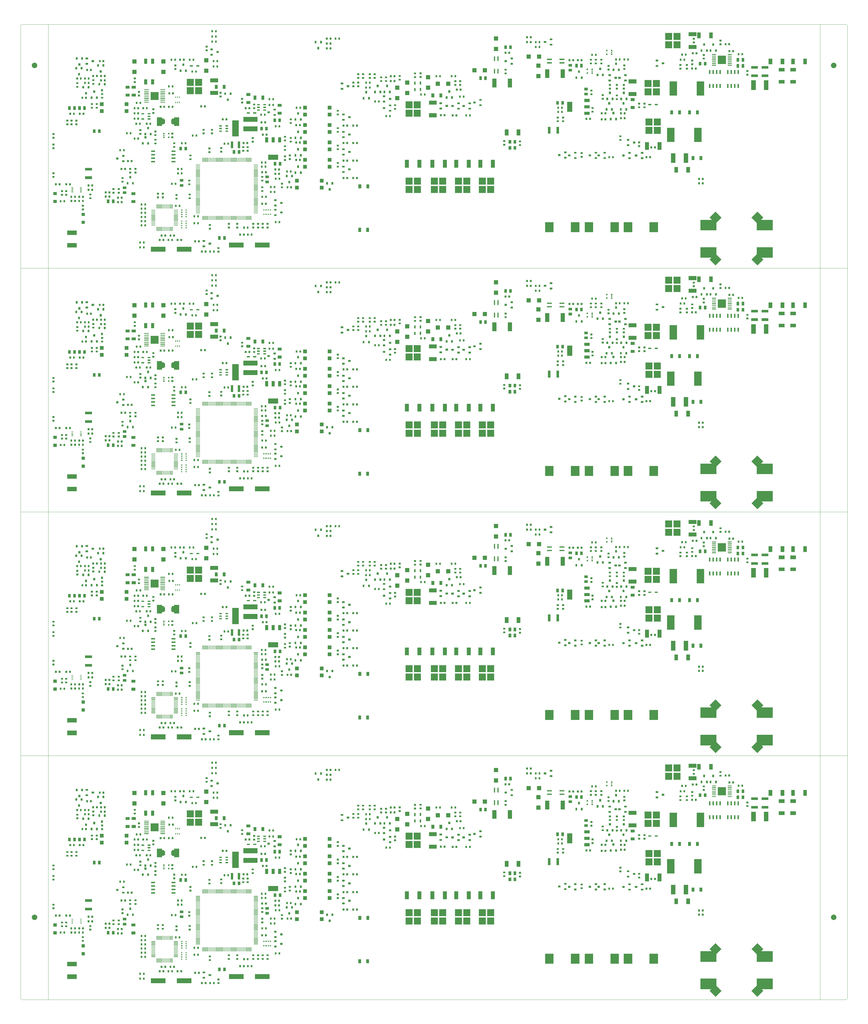
<source format=gbr>
*
%FSLAX36Y36*%
%MOIN*%
%ADD10R,0.057000X0.057000*%
%ADD11R,0.011750X0.011750*%
%ADD12R,0.019620X0.019620*%
%ADD13R,0.025000X0.025000*%
%ADD14R,0.026000X0.026000*%
%ADD15R,0.028000X0.028000*%
%ADD16R,0.037000X0.037000*%
%ADD17R,0.051120X0.051120*%
%ADD18R,0.055000X0.055000*%
%ADD19R,0.007840X0.007840*%
%ADD20R,0.044000X0.044000*%
%ADD21R,0.074000X0.074000*%
%ADD22R,0.008000X0.008000*%
%ADD23R,0.012000X0.012000*%
%ADD24R,0.114110X0.114110*%
%ADD25R,0.018000X0.018000*%
%ADD26R,0.010000X0.010000*%
%ADD27R,0.011000X0.011000*%
%ADD28R,0.016000X0.016000*%
%ADD29R,0.041000X0.041000*%
%ADD30R,0.059000X0.059000*%
%ADD31R,0.071000X0.071000*%
%ADD32R,0.035370X0.035370*%
%ADD33R,0.094430X0.094430*%
%ADD34R,0.064000X0.064000*%
%ADD35R,0.106170X0.106170*%
%ADD36R,0.070740X0.070740*%
%ADD37R,0.017620X0.017620*%
%ADD38R,0.041240X0.041240*%
%ADD39R,0.121980X0.121980*%
%ADD40R,0.045180X0.045180*%
%ADD41R,0.151480X0.151480*%
%ADD42C,0.002000*%
%ADD43C,0.078740*%
%IPPOS*%
%LN042113091a0.tp*%
%LPD*%
G75*
G36*
X6195320Y1199680D02*
Y1299680D01*
X6295310D01*
Y1199680D01*
X6195320D01*
G37*
G36*
Y1080000D02*
Y1180000D01*
X6295310D01*
Y1080000D01*
X6195320D01*
G37*
G36*
X5505320Y1199680D02*
Y1299680D01*
X5605310D01*
Y1199680D01*
X5505320D01*
G37*
G36*
Y1080000D02*
Y1180000D01*
X5605310D01*
Y1080000D01*
X5505320D01*
G37*
G36*
X8994490Y3160000D02*
Y3260000D01*
X9094490D01*
Y3160000D01*
X8994490D01*
G37*
G36*
X8874800D02*
Y3260000D01*
X8974800D01*
Y3160000D01*
X8874800D01*
G37*
G36*
X8711930Y2048460D02*
Y2148460D01*
X8811930D01*
Y2048460D01*
X8711930D01*
G37*
G36*
Y1928780D02*
Y2028780D01*
X8811930D01*
Y1928780D01*
X8711930D01*
G37*
G36*
X8698460Y2602760D02*
Y2702760D01*
X8798460D01*
Y2602760D01*
X8698460D01*
G37*
G36*
Y2483070D02*
Y2583070D01*
X8798460D01*
Y2483070D01*
X8698460D01*
G37*
G36*
X8592240Y2048460D02*
Y2148460D01*
X8692240D01*
Y2048460D01*
X8592240D01*
G37*
G36*
Y1928780D02*
Y2028780D01*
X8692240D01*
Y1928780D01*
X8592240D01*
G37*
G36*
X8578780Y2602760D02*
Y2702760D01*
X8678780D01*
Y2602760D01*
X8578780D01*
G37*
G36*
Y2483070D02*
Y2583070D01*
X8678780D01*
Y2483070D01*
X8578780D01*
G37*
G36*
X6315000Y1199680D02*
Y1299680D01*
X6415000D01*
Y1199680D01*
X6315000D01*
G37*
G36*
Y1080000D02*
Y1180000D01*
X6415000D01*
Y1080000D01*
X6315000D01*
G37*
G36*
X5970000Y1199680D02*
Y1299680D01*
X6070000D01*
Y1199680D01*
X5970000D01*
G37*
G36*
Y1080000D02*
Y1180000D01*
X6070000D01*
Y1080000D01*
X5970000D01*
G37*
G36*
X5625000Y1199680D02*
Y1299680D01*
X5725000D01*
Y1199680D01*
X5625000D01*
G37*
G36*
Y1080000D02*
Y1180000D01*
X5725000D01*
Y1080000D01*
X5625000D01*
G37*
G36*
X5260000Y1199680D02*
Y1299680D01*
X5360000D01*
Y1199680D01*
X5260000D01*
G37*
G36*
Y1080000D02*
Y1180000D01*
X5360000D01*
Y1080000D01*
X5260000D01*
G37*
G36*
X5259690Y2177200D02*
Y2277200D01*
X5359690D01*
Y2177200D01*
X5259690D01*
G37*
G36*
X5140000D02*
Y2277200D01*
X5240000D01*
Y2177200D01*
X5140000D01*
G37*
G36*
X2113720Y2618990D02*
Y2718990D01*
X2213720D01*
Y2618990D01*
X2113720D01*
G37*
G36*
Y2499300D02*
Y2599300D01*
X2213720D01*
Y2499300D01*
X2113720D01*
G37*
G36*
X1994030Y2618990D02*
Y2718990D01*
X2094030D01*
Y2618990D01*
X1994030D01*
G37*
G36*
Y2499300D02*
Y2599300D01*
X2094030D01*
Y2499300D01*
X1994030D01*
G37*
G36*
X8994490Y3279680D02*
Y3379690D01*
X9094490D01*
Y3279680D01*
X8994490D01*
G37*
G36*
X8874800D02*
Y3379690D01*
X8974800D01*
Y3279680D01*
X8874800D01*
G37*
G36*
X5850310Y1199680D02*
Y1299680D01*
X5950320D01*
Y1199680D01*
X5850310D01*
G37*
G36*
Y1080000D02*
Y1180000D01*
X5950320D01*
Y1080000D01*
X5850310D01*
G37*
G36*
X5259690Y2296880D02*
Y2396890D01*
X5359690D01*
Y2296880D01*
X5259690D01*
G37*
G36*
X5140310Y1199680D02*
Y1299680D01*
X5240320D01*
Y1199680D01*
X5140310D01*
G37*
G36*
Y1080000D02*
Y1180000D01*
X5240320D01*
Y1080000D01*
X5140310D01*
G37*
G36*
X5140000Y2296880D02*
Y2396890D01*
X5240000D01*
Y2296880D01*
X5140000D01*
G37*
G54D10*
X6215000Y1471495D02*
Y1526605D01*
X6395000Y1471495D02*
Y1526605D01*
X6050000Y1471495D02*
Y1526605D01*
X5870000Y1471495D02*
Y1526605D01*
X5525000Y1471495D02*
Y1526605D01*
X5705000Y1471495D02*
Y1526605D01*
X5340000Y1471495D02*
Y1526605D01*
X5160000Y1471495D02*
Y1526605D01*
X8611690Y1727445D02*
Y1782555D01*
X8792800Y1727445D02*
Y1782555D01*
G54D11*
X8100215Y3100000D02*
X8108085D01*
X1660665Y1906250D02*
X1668535D01*
X7821465Y2830000D02*
X7829335D01*
G54D12*
X8104150Y3125590D03*
Y3074410D03*
X8033320Y3125590D03*
Y3074410D03*
X1735430Y1931840D03*
Y1880660D03*
X1664600Y1931840D03*
Y1880660D03*
X7825400Y2855590D03*
Y2804410D03*
X7754570Y2855590D03*
Y2804410D03*
G54D10*
X5505905Y2196650D02*
X5561015D01*
X5505905Y2377750D02*
X5561015D01*
X8377445Y2683310D02*
X8432555D01*
X8377445Y2502210D02*
X8432555D01*
X9240715Y3179450D02*
X9295825D01*
X9240715Y3360550D02*
X9295825D01*
X2359945Y2518750D02*
X2415055D01*
X2359945Y2699850D02*
X2415055D01*
G54D13*
X4248600Y2047500D02*
Y2052500D01*
X4301400Y2047500D02*
Y2052500D01*
X4388600Y1292500D02*
Y1297500D01*
X4441400Y1292500D02*
Y1297500D01*
X3256400Y1162500D02*
Y1167500D01*
X3203600Y1162500D02*
Y1167500D01*
X3256400Y1092500D02*
Y1097500D01*
X3203600Y1092500D02*
Y1097500D01*
X3268600Y1417500D02*
Y1422500D01*
X3321400Y1417500D02*
Y1422500D01*
X3268600Y1352500D02*
Y1357500D01*
X3321400Y1352500D02*
Y1357500D01*
X3326400Y1282500D02*
Y1287500D01*
X3273600Y1282500D02*
Y1287500D01*
X3078600Y1377500D02*
Y1382500D01*
X3131400Y1377500D02*
Y1382500D01*
X2132650Y1903750D02*
Y1908750D01*
X2079850Y1903750D02*
Y1908750D01*
X507650Y2216250D02*
Y2221250D01*
X454850Y2216250D02*
Y2221250D01*
X317350Y2216250D02*
Y2221250D01*
X370150Y2216250D02*
Y2221250D01*
X8167350Y2997500D02*
Y3002500D01*
X8220150Y2997500D02*
Y3002500D01*
X4573600Y2662500D02*
Y2667500D01*
X4626400Y2662500D02*
Y2667500D01*
X7876400Y3062500D02*
Y3067500D01*
X7823600Y3062500D02*
Y3067500D01*
X5856400Y2757500D02*
Y2762500D01*
X5803600Y2757500D02*
Y2762500D01*
X5878600Y2562500D02*
Y2567500D01*
X5931400Y2562500D02*
Y2567500D01*
X4626400Y2592500D02*
Y2597500D01*
X4573600Y2592500D02*
Y2597500D01*
X4248600Y1797500D02*
Y1802500D01*
X4301400Y1797500D02*
Y1802500D01*
X9325000Y3087500D02*
Y3092500D01*
X9272200Y3087500D02*
Y3092500D01*
X1832650Y1210000D02*
Y1215000D01*
X1779850Y1210000D02*
Y1215000D01*
X8013900Y2222500D02*
Y2227500D01*
X7961100Y2222500D02*
Y2227500D01*
X8238600Y2222500D02*
Y2227500D01*
X8291400Y2222500D02*
Y2227500D01*
Y2152500D02*
Y2157500D01*
X8238600Y2152500D02*
Y2157500D01*
X7961100Y2135000D02*
Y2140000D01*
X8013900Y2135000D02*
Y2140000D01*
X417350Y2722500D02*
Y2727500D01*
X470150Y2722500D02*
Y2727500D01*
X561100Y2847500D02*
Y2852500D01*
X613900Y2847500D02*
Y2852500D01*
X545150Y2447500D02*
Y2452500D01*
X492350Y2447500D02*
Y2452500D01*
X795150Y2972500D02*
Y2977500D01*
X742350Y2972500D02*
Y2977500D01*
X701400Y2760000D02*
Y2765000D01*
X648600Y2760000D02*
Y2765000D01*
X6066400Y2192500D02*
Y2197500D01*
X6013600Y2192500D02*
Y2197500D01*
X8604850Y1591250D02*
Y1596250D01*
X8657650Y1591250D02*
Y1596250D01*
X3183600Y2427500D02*
Y2432500D01*
X3236400Y2427500D02*
Y2432500D01*
X635000Y1187500D02*
Y1192500D01*
X582200Y1187500D02*
Y1192500D01*
X635000Y1122500D02*
Y1127500D01*
X582200Y1122500D02*
Y1127500D01*
X501400Y1022500D02*
Y1027500D01*
X448600Y1022500D02*
Y1027500D01*
X333600Y1022500D02*
Y1027500D01*
X386400Y1022500D02*
Y1027500D01*
X3626400Y2302500D02*
Y2307500D01*
X3573600Y2302500D02*
Y2307500D01*
X3236400Y2342500D02*
Y2347500D01*
X3183600Y2342500D02*
Y2347500D01*
X2167800Y382500D02*
Y387500D01*
X2115000Y382500D02*
Y387500D01*
X3621400Y2052500D02*
Y2057500D01*
X3568600Y2052500D02*
Y2057500D01*
X3621400Y1802500D02*
Y1807500D01*
X3568600Y1802500D02*
Y1807500D01*
X8727800Y1732500D02*
Y1737500D01*
X8675000Y1732500D02*
Y1737500D01*
X1867350Y1422500D02*
Y1427500D01*
X1920150Y1422500D02*
Y1427500D01*
X2211100Y235000D02*
Y240000D01*
X2263900Y235000D02*
Y240000D01*
X2329850Y235000D02*
Y240000D01*
X2382650Y235000D02*
Y240000D01*
X1923600Y1791250D02*
Y1796250D01*
X1976400Y1791250D02*
Y1796250D01*
X2202050Y2322500D02*
Y2327500D01*
X2254850Y2322500D02*
Y2327500D01*
X9097200Y2992500D02*
Y2997500D01*
X9150000Y2992500D02*
Y2997500D01*
X4388600Y1797500D02*
Y1802500D01*
X4441400Y1797500D02*
Y1802500D01*
X7741080Y2141250D02*
Y2146250D01*
X7793880Y2141250D02*
Y2146250D01*
X3621400Y1552500D02*
Y1557500D01*
X3568600Y1552500D02*
Y1557500D01*
X1396400Y612500D02*
Y617500D01*
X1343600Y612500D02*
Y617500D01*
X1811890Y466860D02*
Y471860D01*
X1759090Y466860D02*
Y471860D01*
X3126400Y1457500D02*
Y1462500D01*
X3073600Y1457500D02*
Y1462500D01*
X3126400Y1517500D02*
Y1522500D01*
X3073600Y1517500D02*
Y1522500D01*
X1295150Y2297500D02*
Y2302500D01*
X1242350Y2297500D02*
Y2302500D01*
X1295150Y1860000D02*
Y1865000D01*
X1242350Y1860000D02*
Y1865000D01*
X1343600Y732500D02*
Y737500D01*
X1396400Y732500D02*
Y737500D01*
X1343600Y792500D02*
Y797500D01*
X1396400Y792500D02*
Y797500D01*
X1343600Y852500D02*
Y857500D01*
X1396400Y852500D02*
Y857500D01*
X1684050Y466250D02*
Y471250D01*
X1631250Y466250D02*
Y471250D01*
X1343600Y912500D02*
Y917500D01*
X1396400Y912500D02*
Y917500D01*
X9261100Y2866250D02*
Y2871250D01*
X9313900Y2866250D02*
Y2871250D01*
X9798600Y3116550D02*
Y3121550D01*
X9851400Y3116550D02*
Y3121550D01*
X9742350Y3216250D02*
Y3221250D01*
X9795150Y3216250D02*
Y3221250D01*
X9361100Y1216250D02*
Y1221250D01*
X9413900Y1216250D02*
Y1221250D01*
X4388600Y1542500D02*
Y1547500D01*
X4441400Y1542500D02*
Y1547500D01*
X4248600Y1542500D02*
Y1547500D01*
X4301400Y1542500D02*
Y1547500D01*
X9413900Y1278750D02*
Y1283750D01*
X9361100Y1278750D02*
Y1283750D01*
X7066400Y3247500D02*
Y3252500D01*
X7013600Y3247500D02*
Y3252500D01*
X6941400Y3317500D02*
Y3322500D01*
X6888600Y3317500D02*
Y3322500D01*
X1088900Y1691250D02*
Y1696250D01*
X1036100Y1691250D02*
Y1696250D01*
X582650Y2660000D02*
Y2665000D01*
X529850Y2660000D02*
Y2665000D01*
X2870150Y578750D02*
Y583750D01*
X2817350Y578750D02*
Y583750D01*
X3132650Y1022500D02*
Y1027500D01*
X3079850Y1022500D02*
Y1027500D01*
X1417350Y2072500D02*
Y2077500D01*
X1470150Y2072500D02*
Y2077500D01*
X1617350Y2316250D02*
Y2321250D01*
X1670150Y2316250D02*
Y2321250D01*
X1242350Y2222500D02*
Y2227500D01*
X1295150Y2222500D02*
Y2227500D01*
X1148600Y1535000D02*
Y1540000D01*
X1201400Y1535000D02*
Y1540000D01*
X3326400Y660000D02*
Y665000D01*
X3273600Y660000D02*
Y665000D01*
X5648600Y2194700D02*
Y2199700D01*
X5701400Y2194700D02*
Y2199700D01*
X3488900Y1385000D02*
Y1390000D01*
X3436100Y1385000D02*
Y1390000D01*
X7618600Y2987500D02*
Y2992500D01*
X7671400Y2987500D02*
Y2992500D01*
X7498600Y2987500D02*
Y2992500D01*
X7551400Y2987500D02*
Y2992500D01*
X6578600Y3092500D02*
Y3097500D01*
X6631400Y3092500D02*
Y3097500D01*
X8069860Y1591250D02*
Y1596250D01*
X8122660Y1591250D02*
Y1596250D01*
X1736100Y2610000D02*
Y2615000D01*
X1788900Y2610000D02*
Y2615000D01*
X4916400Y2182500D02*
Y2187500D01*
X4863600Y2182500D02*
Y2187500D01*
X5871400Y2192500D02*
Y2197500D01*
X5818600Y2192500D02*
Y2197500D01*
X1323600Y297500D02*
Y302500D01*
X1376400Y297500D02*
Y302500D01*
X4928600Y2687500D02*
Y2692500D01*
X4981400Y2687500D02*
Y2692500D01*
X4703600Y2392500D02*
Y2397500D01*
X4756400Y2392500D02*
Y2397500D01*
X5923600Y2462500D02*
Y2467500D01*
X5976400Y2462500D02*
Y2467500D01*
X1323600Y366250D02*
Y371250D01*
X1376400Y366250D02*
Y371250D01*
X4008600Y3227500D02*
Y3232500D01*
X4061400Y3227500D02*
Y3232500D01*
Y3297500D02*
Y3302500D01*
X4008600Y3297500D02*
Y3302500D01*
X1788900Y2316250D02*
Y2321250D01*
X1736100Y2316250D02*
Y2321250D01*
X3442350Y1160000D02*
Y1165000D01*
X3495150Y1160000D02*
Y1165000D01*
X1951400Y2991250D02*
Y2996250D01*
X1898600Y2991250D02*
Y2996250D01*
X2412650Y3326250D02*
Y3331250D01*
X2359850Y3326250D02*
Y3331250D01*
X5583600Y2757500D02*
Y2762500D01*
X5636400Y2757500D02*
Y2762500D01*
X2432650Y2897500D02*
Y2902500D01*
X2379850Y2897500D02*
Y2902500D01*
X8286100Y2997500D02*
Y3002500D01*
X8338900Y2997500D02*
Y3002500D01*
X179850Y960000D02*
Y965000D01*
X232650Y960000D02*
Y965000D01*
X6941400Y3247500D02*
Y3252500D01*
X6888600Y3247500D02*
Y3252500D01*
X1920150Y1360000D02*
Y1365000D01*
X1867350Y1360000D02*
Y1365000D01*
X4928600Y2757500D02*
Y2762500D01*
X4981400Y2757500D02*
Y2762500D01*
X111100Y1203750D02*
Y1208750D01*
X163900Y1203750D02*
Y1208750D01*
X7336080Y2242500D02*
Y2247500D01*
X7388880Y2242500D02*
Y2247500D01*
X4133600Y3297500D02*
Y3302500D01*
X4186400Y3297500D02*
Y3302500D01*
X2432650Y2972500D02*
Y2977500D01*
X2379850Y2972500D02*
Y2977500D01*
X2359850Y3401250D02*
Y3406250D01*
X2412650Y3401250D02*
Y3406250D01*
X1826400Y2991250D02*
Y2996250D01*
X1773600Y2991250D02*
Y2996250D01*
X2841400Y2297500D02*
Y2302500D01*
X2894200Y2297500D02*
Y2302500D01*
X313900Y1203750D02*
Y1208750D01*
X261100Y1203750D02*
Y1208750D01*
X3273600Y2037500D02*
Y2042500D01*
X3326400Y2037500D02*
Y2042500D01*
X3088600Y1917500D02*
Y1922500D01*
X3141400Y1917500D02*
Y1922500D01*
X3121400Y2092500D02*
Y2097500D01*
X3068600Y2092500D02*
Y2097500D01*
X582650Y2722500D02*
Y2727500D01*
X529850Y2722500D02*
Y2727500D01*
X761100Y2760000D02*
Y2765000D01*
X813900Y2760000D02*
Y2765000D01*
X3116400Y2202500D02*
Y2207500D01*
X3063600Y2202500D02*
Y2207500D01*
X7336080Y2302500D02*
Y2307500D01*
X7388880Y2302500D02*
Y2307500D01*
X500000Y962500D02*
Y967500D01*
X447200Y962500D02*
Y967500D01*
X335000Y962500D02*
Y967500D01*
X387800Y962500D02*
Y967500D01*
X828600Y1027500D02*
Y1032500D01*
X881400Y1027500D02*
Y1032500D01*
X828600Y1087500D02*
Y1092500D01*
X881400Y1087500D02*
Y1092500D01*
X1057650Y947500D02*
Y952500D01*
X1004850Y947500D02*
Y952500D01*
X1057650Y1010000D02*
Y1015000D01*
X1004850Y1010000D02*
Y1015000D01*
X1604850Y403750D02*
Y408750D01*
X1657650Y403750D02*
Y408750D01*
X1861100Y403750D02*
Y408750D01*
X1913900Y403750D02*
Y408750D01*
X1729850Y403750D02*
Y408750D01*
X1782650Y403750D02*
Y408750D01*
X1888900Y891250D02*
Y896250D01*
X1836100Y891250D02*
Y896250D01*
X1343600Y672500D02*
Y677500D01*
X1396400Y672500D02*
Y677500D01*
X2511100Y2135000D02*
Y2140000D01*
X2563900Y2135000D02*
Y2140000D01*
X7013600Y3177500D02*
Y3182500D01*
X7066400Y3177500D02*
Y3182500D01*
X2103600Y742500D02*
Y747500D01*
X2156400Y742500D02*
Y747500D01*
X9982650Y3072500D02*
Y3077500D01*
X9929850Y3072500D02*
Y3077500D01*
X2103600Y642500D02*
Y647500D01*
X2156400Y642500D02*
Y647500D01*
X3131400Y922320D02*
Y927320D01*
X3078600Y922320D02*
Y927320D01*
X2536100Y1785000D02*
Y1790000D01*
X2588900Y1785000D02*
Y1790000D01*
X2863900Y1797500D02*
Y1802500D01*
X2811100Y1797500D02*
Y1802500D01*
X2761100Y478750D02*
Y483750D01*
X2813900Y478750D02*
Y483750D01*
X2926400Y478750D02*
Y483750D01*
X2873600Y478750D02*
Y483750D01*
X1267350Y2072500D02*
Y2077500D01*
X1320150Y2072500D02*
Y2077500D01*
X1326400Y2372500D02*
Y2377500D01*
X1273600Y2372500D02*
Y2377500D01*
X1795150Y2510000D02*
Y2515000D01*
X1742350Y2510000D02*
Y2515000D01*
X1295150Y2147500D02*
Y2152500D01*
X1242350Y2147500D02*
Y2152500D01*
X5416400Y2492500D02*
Y2497500D01*
X5363600Y2492500D02*
Y2497500D01*
X2126400Y2822500D02*
Y2827500D01*
X2073600Y2822500D02*
Y2827500D01*
X4061400Y3157500D02*
Y3162500D01*
X4008600Y3157500D02*
Y3162500D01*
X2088900Y2991250D02*
Y2996250D01*
X2036100Y2991250D02*
Y2996250D01*
X1186400Y1937500D02*
Y1942500D01*
X1133600Y1937500D02*
Y1942500D01*
X9170150Y3066250D02*
Y3071250D01*
X9117350Y3066250D02*
Y3071250D01*
X1420150Y2297500D02*
Y2302500D01*
X1367350Y2297500D02*
Y2302500D01*
X4301400Y1292500D02*
Y1297500D01*
X4248600Y1292500D02*
Y1297500D01*
X4441400Y2047500D02*
Y2052500D01*
X4388600Y2047500D02*
Y2052500D01*
X1054850Y1422500D02*
Y1427500D01*
X1107650Y1422500D02*
Y1427500D01*
X2359850Y3251250D02*
Y3256250D01*
X2412650Y3251250D02*
Y3256250D01*
X761100Y2697500D02*
Y2702500D01*
X813900Y2697500D02*
Y2702500D01*
X4162500Y1958600D02*
X4167500D01*
X4162500Y2011400D02*
X4167500D01*
X3472500Y1620150D02*
X3477500D01*
X3472500Y1567350D02*
X3477500D01*
X2235000Y1936100D02*
X2240000D01*
X2235000Y1988900D02*
X2240000D01*
X7872500Y2942350D02*
X7877500D01*
X7872500Y2995150D02*
X7877500D01*
X7953750D02*
X7958750D01*
X7953750Y2942350D02*
X7958750D01*
X5922500Y2633600D02*
X5927500D01*
X5922500Y2686400D02*
X5927500D01*
X5852500D02*
X5857500D01*
X5852500Y2633600D02*
X5857500D01*
X4457500Y2613600D02*
X4462500D01*
X4457500Y2666400D02*
X4462500D01*
X4457500Y2733600D02*
X4462500D01*
X4457500Y2786400D02*
X4462500D01*
X4622500Y2733600D02*
X4627500D01*
X4622500Y2786400D02*
X4627500D01*
X4527500Y2733600D02*
X4532500D01*
X4527500Y2786400D02*
X4532500D01*
X4692500Y2733600D02*
X4697500D01*
X4692500Y2786400D02*
X4697500D01*
X7802500Y2942350D02*
X7807500D01*
X7802500Y2995150D02*
X7807500D01*
X4387500Y2666400D02*
X4392500D01*
X4387500Y2613600D02*
X4392500D01*
X8497500Y1753600D02*
X8502500D01*
X8497500Y1806400D02*
X8502500D01*
X8497500Y2363900D02*
X8502500D01*
X8497500Y2311100D02*
X8502500D01*
X416250Y2657650D02*
X421250D01*
X416250Y2604850D02*
X421250D01*
X697500Y2357650D02*
X702500D01*
X697500Y2304850D02*
X702500D01*
X772500Y2501400D02*
X777500D01*
X772500Y2448600D02*
X777500D01*
X8572500Y2363900D02*
X8577500D01*
X8572500Y2311100D02*
X8577500D01*
X8278750Y2632650D02*
X8283750D01*
X8278750Y2579850D02*
X8283750D01*
X8177500Y2481400D02*
X8182500D01*
X8177500Y2428600D02*
X8182500D01*
X7972500Y2486400D02*
X7977500D01*
X7972500Y2433600D02*
X7977500D01*
X8285000Y2913900D02*
X8290000D01*
X8285000Y2861100D02*
X8290000D01*
X257500Y1053600D02*
X262500D01*
X257500Y1106400D02*
X262500D01*
X2960290Y2298600D02*
X2965290D01*
X2960290Y2351400D02*
X2965290D01*
X8228750Y1895150D02*
X8233750D01*
X8228750Y1842350D02*
X8233750D01*
X8078750Y2632650D02*
X8083750D01*
X8078750Y2579850D02*
X8083750D01*
X2043900Y1565000D02*
X2048900D01*
X2043900Y1617800D02*
X2048900D01*
X2447500Y236100D02*
X2452500D01*
X2447500Y288900D02*
X2452500D01*
X2941250Y1870150D02*
X2946250D01*
X2941250Y1817350D02*
X2946250D01*
X2353750Y1936100D02*
X2358750D01*
X2353750Y1988900D02*
X2358750D01*
X3402500Y1835230D02*
X3407500D01*
X3402500Y1888030D02*
X3407500D01*
X3402500Y1698600D02*
X3407500D01*
X3402500Y1751400D02*
X3407500D01*
X9260000Y2982650D02*
X9265000D01*
X9260000Y2929850D02*
X9265000D01*
X4162500Y2261400D02*
X4167500D01*
X4162500Y2208600D02*
X4167500D01*
X4162500Y1511400D02*
X4167500D01*
X4162500Y1458600D02*
X4167500D01*
X1541250Y1911100D02*
X1546250D01*
X1541250Y1963900D02*
X1546250D01*
X1842500Y998600D02*
X1847500D01*
X1842500Y1051400D02*
X1847500D01*
X8178750Y2579850D02*
X8183750D01*
X8178750Y2632650D02*
X8183750D01*
X1647500Y1070150D02*
X1652500D01*
X1647500Y1017350D02*
X1652500D01*
X9428750Y3011100D02*
X9433750D01*
X9428750Y3063900D02*
X9433750D01*
X7828750Y2301400D02*
X7833750D01*
X7828750Y2248600D02*
X7833750D01*
X9283130Y3296400D02*
X9288130D01*
X9283130Y3243600D02*
X9288130D01*
X647500Y2648600D02*
X652500D01*
X647500Y2701400D02*
X652500D01*
X9666250Y3270150D02*
X9671250D01*
X9666250Y3217350D02*
X9671250D01*
X7671860Y1600000D02*
X7676860D01*
X7671860Y1652800D02*
X7676860D01*
X3487500Y2137800D02*
X3492500D01*
X3487500Y2085000D02*
X3492500D01*
X4162500Y1761400D02*
X4167500D01*
X4162500Y1708600D02*
X4167500D01*
X3487500Y1871400D02*
X3492500D01*
X3487500Y1818600D02*
X3492500D01*
X1510000Y2229850D02*
X1515000D01*
X1510000Y2282650D02*
X1515000D01*
X1322500Y1982650D02*
X1327500D01*
X1322500Y1929850D02*
X1327500D01*
X2478750Y2520150D02*
X2483750D01*
X2478750Y2467350D02*
X2483750D01*
X1578750Y1017350D02*
X1583750D01*
X1578750Y1070150D02*
X1583750D01*
X3360000Y1161100D02*
X3365000D01*
X3360000Y1213900D02*
X3365000D01*
X6577500Y2798600D02*
X6582500D01*
X6577500Y2851400D02*
X6582500D01*
X4987500Y2288600D02*
X4992500D01*
X4987500Y2341400D02*
X4992500D01*
X4857500Y2688600D02*
X4862500D01*
X4857500Y2741400D02*
X4862500D01*
X1828750Y2913900D02*
X1833750D01*
X1828750Y2861100D02*
X1833750D01*
X2278750Y3182650D02*
X2283750D01*
X2278750Y3129850D02*
X2283750D01*
X5052500Y2761400D02*
X5057500D01*
X5052500Y2708600D02*
X5057500D01*
X497500Y843600D02*
X502500D01*
X497500Y896400D02*
X502500D01*
X937500Y1083600D02*
X942500D01*
X937500Y1136400D02*
X942500D01*
X1012500Y1083600D02*
X1017500D01*
X1012500Y1136400D02*
X1017500D01*
X3153750Y636400D02*
X3158750D01*
X3153750Y583600D02*
X3158750D01*
X5272500Y2798600D02*
X5277500D01*
X5272500Y2745800D02*
X5277500D01*
X5352500Y2800000D02*
X5357500D01*
X5352500Y2747200D02*
X5357500D01*
X403750Y2120150D02*
X408750D01*
X403750Y2067350D02*
X408750D01*
X335000Y2120150D02*
X340000D01*
X335000Y2067350D02*
X340000D01*
X6784980Y1768600D02*
X6789980D01*
X6784980Y1821400D02*
X6789980D01*
X6557500Y1773600D02*
X6562500D01*
X6557500Y1826400D02*
X6562500D01*
X72500Y1723600D02*
X77500D01*
X72500Y1776400D02*
X77500D01*
X72500Y1363900D02*
X77500D01*
X72500Y1311100D02*
X77500D01*
X72500Y1873600D02*
X77500D01*
X72500Y1926400D02*
X77500D01*
X7328750Y2111100D02*
X7333750D01*
X7328750Y2163900D02*
X7333750D01*
X3402500Y1553600D02*
X3407500D01*
X3402500Y1606400D02*
X3407500D01*
X2787500Y2380000D02*
X2792500D01*
X2787500Y2432800D02*
X2792500D01*
X2947500Y636400D02*
X2952500D01*
X2947500Y583600D02*
X2952500D01*
X7810000Y2551400D02*
X7815000D01*
X7810000Y2498600D02*
X7815000D01*
X1541250Y1845150D02*
X1546250D01*
X1541250Y1792350D02*
X1546250D01*
X8057500Y2906400D02*
X8062500D01*
X8057500Y2853600D02*
X8062500D01*
X628750Y2357650D02*
X633750D01*
X628750Y2304850D02*
X633750D01*
X197500Y1053600D02*
X202500D01*
X197500Y1106400D02*
X202500D01*
X603750Y1004850D02*
X608750D01*
X603750Y1057650D02*
X608750D01*
X9185000Y2867350D02*
X9190000D01*
X9185000Y2920150D02*
X9190000D01*
X2322500Y567350D02*
X2327500D01*
X2322500Y620150D02*
X2327500D01*
X3077500Y1161400D02*
X3082500D01*
X3077500Y1108600D02*
X3082500D01*
X9091250Y2867350D02*
X9096250D01*
X9091250Y2920150D02*
X9096250D01*
X10053750Y2832650D02*
X10058750D01*
X10053750Y2779850D02*
X10058750D01*
X2316250Y1720150D02*
X2321250D01*
X2316250Y1667350D02*
X2321250D01*
X2028750Y1204850D02*
X2033750D01*
X2028750Y1257650D02*
X2033750D01*
X3077500Y1258600D02*
X3082500D01*
X3077500Y1311400D02*
X3082500D01*
X2716250Y583600D02*
X2721250D01*
X2716250Y636400D02*
X2721250D01*
X2866250Y1738900D02*
X2871250D01*
X2866250Y1686100D02*
X2871250D01*
X2487500Y1726400D02*
X2492500D01*
X2487500Y1673600D02*
X2492500D01*
X2597500Y583600D02*
X2602500D01*
X2597500Y636400D02*
X2602500D01*
X2803750Y1738900D02*
X2808750D01*
X2803750Y1686100D02*
X2808750D01*
X2035000Y1004850D02*
X2040000D01*
X2035000Y1057650D02*
X2040000D01*
X3085000Y583600D02*
X3090000D01*
X3085000Y636400D02*
X3090000D01*
X3016250Y583600D02*
X3021250D01*
X3016250Y636400D02*
X3021250D01*
X1785000Y1879850D02*
X1790000D01*
X1785000Y1932650D02*
X1790000D01*
X1303750Y2479850D02*
X1308750D01*
X1303750Y2532650D02*
X1308750D01*
X1245000Y2726400D02*
X1250000D01*
X1245000Y2673600D02*
X1250000D01*
X4787500Y2741400D02*
X4792500D01*
X4787500Y2688600D02*
X4792500D01*
X7403750Y2111100D02*
X7408750D01*
X7403750Y2163900D02*
X7408750D01*
X272500Y2120150D02*
X277500D01*
X272500Y2067350D02*
X277500D01*
X1066250Y1295150D02*
X1071250D01*
X1066250Y1242350D02*
X1071250D01*
X1253750Y1373600D02*
X1258750D01*
X1253750Y1426400D02*
X1258750D01*
X1178750D02*
X1183750D01*
X1178750Y1373600D02*
X1183750D01*
X1810000Y1795150D02*
X1815000D01*
X1810000Y1742350D02*
X1815000D01*
G54D14*
X4242690Y1458390D02*
X4250690D01*
X4242690Y1381610D02*
X4250690D01*
X6214310Y2341610D02*
X6222310D01*
X6214310Y2418390D02*
X6222310D01*
X4222690Y2653390D02*
X4230690D01*
X4222690Y2576610D02*
X4230690D01*
X2236000Y390000D02*
X2244000D01*
X2236000Y313230D02*
X2244000D01*
X8000570Y1581610D02*
X8008570D01*
X8000570Y1658390D02*
X8008570D01*
X8539310Y1580360D02*
X8547310D01*
X8539310Y1657140D02*
X8547310D01*
X8337690Y1843390D02*
X8345690D01*
X8337690Y1766610D02*
X8345690D01*
X3265190Y838390D02*
X3273190D01*
X3265190Y761610D02*
X3273190D01*
X1076810Y1536610D02*
X1084810D01*
X1076810Y1613390D02*
X1084810D01*
X7576470Y1581610D02*
X7584470D01*
X7576470Y1658390D02*
X7584470D01*
X4913060Y2261610D02*
X4921060D01*
X4913060Y2338390D02*
X4921060D01*
X4242690Y2208390D02*
X4250690D01*
X4242690Y2131610D02*
X4250690D01*
X4242690Y1958390D02*
X4250690D01*
X4242690Y1881610D02*
X4250690D01*
X4242690Y1708390D02*
X4250690D01*
X4242690Y1631610D02*
X4250690D01*
X4826440Y2469640D02*
X4834440D01*
X4826440Y2392860D02*
X4834440D01*
X5899310Y2291610D02*
X5907310D01*
X5899310Y2368390D02*
X5907310D01*
X6059310Y2291610D02*
X6067310D01*
X6059310Y2368390D02*
X6067310D01*
X8299310Y2696610D02*
X8307310D01*
X8299310Y2773390D02*
X8307310D01*
X552690Y3013390D02*
X560690D01*
X552690Y2936610D02*
X560690D01*
X8072690Y2773390D02*
X8080690D01*
X8072690Y2696610D02*
X8080690D01*
X8358060Y1580360D02*
X8366060D01*
X8358060Y1657140D02*
X8366060D01*
X8752690Y2982140D02*
X8760690D01*
X8752690Y2905360D02*
X8760690D01*
X5642690Y2370590D02*
X5650690D01*
X5642690Y2293810D02*
X5650690D01*
X6664310Y2936610D02*
X6672310D01*
X6664310Y3013390D02*
X6672310D01*
X7229310Y3211610D02*
X7237310D01*
X7229310Y3288390D02*
X7237310D01*
X7433060Y1586610D02*
X7441060D01*
X7433060Y1663390D02*
X7441060D01*
X3265190Y975890D02*
X3273190D01*
X3265190Y899110D02*
X3273190D01*
X7874310Y1581610D02*
X7882310D01*
X7874310Y1658390D02*
X7882310D01*
X3254310Y2201610D02*
X3262310D01*
X3254310Y2278390D02*
X3262310D01*
X2346440Y3144640D02*
X2354440D01*
X2346440Y3067860D02*
X2354440D01*
G54D15*
X4330310Y1420000D02*
X4336310D01*
X6128690Y2380000D02*
X6134690D01*
X4310310Y2615000D02*
X4316310D01*
X2323610Y351610D02*
X2329610D01*
X7914950Y1620000D02*
X7920950D01*
X8453690Y1618750D02*
X8459690D01*
X8425310Y1805000D02*
X8431310D01*
X3352810Y800000D02*
X3358810D01*
X991190Y1575000D02*
X997190D01*
X7490860Y1620000D02*
X7496860D01*
X4827440Y2300000D02*
X4833440D01*
X4330310Y2170000D02*
X4336310D01*
X4330310Y1920000D02*
X4336310D01*
X4330310Y1670000D02*
X4336310D01*
X4914060Y2431250D02*
X4920060D01*
X5813690Y2330000D02*
X5819690D01*
X5973690D02*
X5979690D01*
X8213690Y2735000D02*
X8219690D01*
X640310Y2975000D02*
X646310D01*
X8160310Y2735000D02*
X8166310D01*
X8272440Y1618750D02*
X8278440D01*
X8840310Y2943750D02*
X8846310D01*
X5730310Y2332200D02*
X5736310D01*
X6578690Y2975000D02*
X6584690D01*
X7143690Y3250000D02*
X7149690D01*
X7347440Y1625000D02*
X7353440D01*
X3352810Y937500D02*
X3358810D01*
X7788690Y1620000D02*
X7794690D01*
X3168690Y2240000D02*
X3174690D01*
X2434060Y3106250D02*
X2440060D01*
G54D14*
X4088390Y1214310D02*
Y1222310D01*
X4011610Y1214310D02*
Y1222310D01*
X7901610Y2772690D02*
Y2780690D01*
X7978390Y2772690D02*
Y2780690D01*
X4536610Y2437690D02*
Y2445690D01*
X4613390Y2437690D02*
Y2445690D01*
X488390Y3008060D02*
Y3016060D01*
X411610Y3008060D02*
Y3016060D01*
X9396610Y3122690D02*
Y3130690D01*
X9473390Y3122690D02*
Y3130690D01*
X3507140Y1320560D02*
Y1328560D01*
X3430360Y1320560D02*
Y1328560D01*
X582140Y2595560D02*
Y2603560D01*
X505360Y2595560D02*
Y2603560D01*
X482140Y2870560D02*
Y2878560D01*
X405360Y2870560D02*
Y2878560D01*
X794640Y2908060D02*
Y2916060D01*
X717860Y2908060D02*
Y2916060D01*
X813390Y2639310D02*
Y2647310D01*
X736610Y2639310D02*
Y2647310D01*
X8236610Y2277690D02*
Y2285690D01*
X8313390Y2277690D02*
Y2285690D01*
X8031610Y2277690D02*
Y2285690D01*
X8108390Y2277690D02*
Y2285690D01*
X8241610Y2427690D02*
Y2435690D01*
X8318390Y2427690D02*
Y2435690D01*
X8041610Y2427690D02*
Y2435690D01*
X8118390Y2427690D02*
Y2435690D01*
X1361610Y1790190D02*
Y1798190D01*
X1438390Y1790190D02*
Y1798190D01*
X3556610Y2132690D02*
Y2140690D01*
X3633390Y2132690D02*
Y2140690D01*
X3556610Y1867690D02*
Y1875690D01*
X3633390Y1867690D02*
Y1875690D01*
X3556610Y1617690D02*
Y1625690D01*
X3633390Y1617690D02*
Y1625690D01*
X3556610Y1367690D02*
Y1375690D01*
X3633390Y1367690D02*
Y1375690D01*
X1399110Y1921440D02*
Y1929440D01*
X1475890Y1921440D02*
Y1929440D01*
X4836610Y2527690D02*
Y2535690D01*
X4913390Y2527690D02*
Y2535690D01*
X8091610Y2137690D02*
Y2145690D01*
X8168390Y2137690D02*
Y2145690D01*
X5731610Y2447690D02*
Y2455690D01*
X5808390Y2447690D02*
Y2455690D01*
X8130360Y2846440D02*
Y2854440D01*
X8207140Y2846440D02*
Y2854440D01*
X624110Y2446440D02*
Y2454440D01*
X700890Y2446440D02*
Y2454440D01*
X9526610Y3122690D02*
Y3130690D01*
X9603390Y3122690D02*
Y3130690D01*
X7596610Y2732690D02*
Y2740690D01*
X7673390Y2732690D02*
Y2740690D01*
X2623390Y2501810D02*
Y2509810D01*
X2546610Y2501810D02*
Y2509810D01*
X4701610Y2527690D02*
Y2535690D01*
X4778390Y2527690D02*
Y2535690D01*
X3923390Y3244310D02*
Y3252310D01*
X3846610Y3244310D02*
Y3252310D01*
X1905360Y2833940D02*
Y2841940D01*
X1982140Y2833940D02*
Y2841940D01*
X1219640Y1215190D02*
Y1223190D01*
X1142860Y1215190D02*
Y1223190D01*
G54D15*
X4050000Y1128690D02*
Y1134690D01*
X7940000Y2860310D02*
Y2866310D01*
X4575000Y2525310D02*
Y2531310D01*
X450000Y2922440D02*
Y2928440D01*
X9435000Y3210310D02*
Y3216310D01*
X3468750Y1234940D02*
Y1240940D01*
X543750Y2509940D02*
Y2515940D01*
X443750Y2784940D02*
Y2790940D01*
X756250Y2822440D02*
Y2828440D01*
X775000Y2553690D02*
Y2559690D01*
X8275000Y2365310D02*
Y2371310D01*
X8070000Y2365310D02*
Y2371310D01*
X8280000Y2515310D02*
Y2521310D01*
X8080000Y2515310D02*
Y2521310D01*
X1400000Y1877810D02*
Y1883810D01*
X3595000Y2220310D02*
Y2226310D01*
Y1955310D02*
Y1961310D01*
Y1705310D02*
Y1711310D01*
Y1455310D02*
Y1461310D01*
X1437500Y2009060D02*
Y2015060D01*
X4875000Y2615310D02*
Y2621310D01*
X8130000Y2225310D02*
Y2231310D01*
X5770000Y2535310D02*
Y2541310D01*
X8168750Y2934060D02*
Y2940060D01*
X662500Y2534060D02*
Y2540060D01*
X9565000Y3210310D02*
Y3216310D01*
X7635000Y2820310D02*
Y2826310D01*
X2585000Y2416190D02*
Y2422190D01*
X4740000Y2615310D02*
Y2621310D01*
X3885000Y3158690D02*
Y3164690D01*
X1943750Y2921560D02*
Y2927560D01*
X1181250Y1302810D02*
Y1308810D01*
G54D16*
X3264000Y1493000D02*
Y1507000D01*
X3336000Y1493000D02*
Y1507000D01*
X1979750Y1711750D02*
Y1725750D01*
X1907750Y1711750D02*
Y1725750D01*
X2746000Y1663000D02*
Y1677000D01*
X2674000Y1663000D02*
Y1677000D01*
X2464000Y426070D02*
Y440070D01*
X2536000Y426070D02*
Y440070D01*
X664000Y1961500D02*
Y1975500D01*
X736000Y1961500D02*
Y1975500D01*
X3331000Y2118000D02*
Y2132000D01*
X3259000Y2118000D02*
Y2132000D01*
X7398480Y2368000D02*
Y2382000D01*
X7326480Y2368000D02*
Y2382000D01*
X9920250Y2986750D02*
Y3000750D01*
X9992250Y2986750D02*
Y3000750D01*
X307750Y2293000D02*
Y2307000D01*
X379750Y2293000D02*
Y2307000D01*
X523500Y2293000D02*
Y2307000D01*
X451500Y2293000D02*
Y2307000D01*
X9920250Y2899250D02*
Y2913250D01*
X9992250Y2899250D02*
Y2913250D01*
X936000Y953000D02*
Y967000D01*
X864000Y953000D02*
Y967000D01*
X6291000Y2723000D02*
Y2737000D01*
X6219000Y2723000D02*
Y2737000D01*
X6641500Y1720500D02*
Y1734500D01*
X6713500Y1720500D02*
Y1734500D01*
X6641480Y1808000D02*
Y1822000D01*
X6713480Y1808000D02*
Y1822000D01*
X9448500Y2930500D02*
Y2944500D01*
X9376500Y2930500D02*
Y2944500D01*
X7599000Y2903000D02*
Y2917000D01*
X7671000Y2903000D02*
Y2917000D01*
X6579000Y3168000D02*
Y3182000D01*
X6651000Y3168000D02*
Y3182000D01*
X3069000Y1998000D02*
Y2012000D01*
X3141000Y1998000D02*
Y2012000D01*
G54D17*
X9359130Y3330060D02*
Y3359940D01*
X9532130Y3330060D02*
Y3359940D01*
X10561500Y2955060D02*
Y2984940D01*
X10388500Y2955060D02*
Y2984940D01*
X10713500Y2955060D02*
Y2984940D01*
X10886500Y2955060D02*
Y2984940D01*
X9032250Y1397560D02*
Y1427440D01*
X9205250Y1397560D02*
Y1427440D01*
G54D18*
X1127160Y2256250D03*
X772840D03*
X1127160Y2356250D03*
X772840D03*
X4048570Y2207580D03*
X3694240D03*
X4048570Y2307580D03*
X3694240D03*
X4048570Y1957580D03*
X3694240D03*
X4048570Y2057580D03*
X3694240D03*
X4048570Y1707580D03*
X3694240D03*
X4048570Y1807580D03*
X3694240D03*
X4048570Y1457580D03*
X3694240D03*
X4048570Y1557580D03*
X3694240D03*
X3579090Y1256250D03*
X3933410D03*
X3579090Y1156250D03*
X3933410D03*
G54D19*
X461175Y1115160D02*
X480865D01*
X461175Y1134840D02*
X480865D01*
X461175Y1095470D02*
X480865D01*
X461175Y1154530D02*
X480865D01*
X339135Y1095470D02*
X358825D01*
X339135Y1154530D02*
X358825D01*
X339135Y1115160D02*
X358825D01*
X339135Y1134840D02*
X358825D01*
G54D20*
X3236550Y1827460D02*
Y1857460D01*
X3144030Y1827460D02*
Y1857460D01*
X3329070Y1827460D02*
Y1857460D01*
G54D21*
X3201550Y1594460D02*
X3271550D01*
G54D20*
X7735000Y2317520D02*
X7765000D01*
X7735000Y2410040D02*
X7765000D01*
X7735000Y2225000D02*
X7765000D01*
G54D21*
X7502000Y2282520D02*
Y2352520D01*
G54D22*
X1811750Y833270D02*
X1862750D01*
X1811750Y813580D02*
X1862750D01*
X1811750Y793900D02*
X1862750D01*
X1811750Y774210D02*
X1862750D01*
X1811750Y754530D02*
X1862750D01*
X1811750Y734840D02*
X1862750D01*
X1811750Y715160D02*
X1862750D01*
X1811750Y695470D02*
X1862750D01*
X1811750Y675790D02*
X1862750D01*
X1811750Y656100D02*
X1862750D01*
X1811750Y636420D02*
X1862750D01*
X1811750Y616730D02*
X1862750D01*
X1487250Y833270D02*
X1538250D01*
X1487250Y813580D02*
X1538250D01*
X1487250Y793900D02*
X1538250D01*
X1487250Y774210D02*
X1538250D01*
X1487250Y754530D02*
X1538250D01*
X1487250Y734840D02*
X1538250D01*
X1487250Y715160D02*
X1538250D01*
X1487250Y695470D02*
X1538250D01*
X1487250Y675790D02*
X1538250D01*
X1487250Y656100D02*
X1538250D01*
X1487250Y636420D02*
X1538250D01*
X1487250Y616730D02*
X1538250D01*
X1783270Y537250D02*
Y588250D01*
X1763580Y537250D02*
Y588250D01*
X1743900Y537250D02*
Y588250D01*
X1724210Y537250D02*
Y588250D01*
X1704530Y537250D02*
Y588250D01*
X1684840Y537250D02*
Y588250D01*
X1665160Y537250D02*
Y588250D01*
X1645470Y537250D02*
Y588250D01*
X1625790Y537250D02*
Y588250D01*
X1606100Y537250D02*
Y588250D01*
X1586420Y537250D02*
Y588250D01*
X1566730Y537250D02*
Y588250D01*
X1783270Y861750D02*
Y912750D01*
X1763580Y861750D02*
Y912750D01*
X1743900Y861750D02*
Y912750D01*
X1724210Y861750D02*
Y912750D01*
X1704530Y861750D02*
Y912750D01*
X1684840Y861750D02*
Y912750D01*
X1665160Y861750D02*
Y912750D01*
X1645470Y861750D02*
Y912750D01*
X1625790Y861750D02*
Y912750D01*
X1606100Y861750D02*
Y912750D01*
X1586420Y861750D02*
Y912750D01*
X1566730Y861750D02*
Y912750D01*
G54D23*
X9553810Y2994050D02*
X9599810D01*
X9780190D02*
X9826190D01*
X9553810Y3019650D02*
X9599810D01*
X9553810Y3045240D02*
X9599810D01*
X9553810Y3070830D02*
X9599810D01*
X9780190D02*
X9826190D01*
X9780190Y3019650D02*
X9826190D01*
X9780190Y3045240D02*
X9826190D01*
X9553810Y2968470D02*
X9599810D01*
X9553810Y2917280D02*
X9599810D01*
X9553810Y2942870D02*
X9599810D01*
X9780190Y2968470D02*
X9826190D01*
X9780190Y2942870D02*
X9826190D01*
X9780190Y2917280D02*
X9826190D01*
G54D24*
X9690000Y2992080D02*
Y2996020D01*
G54D25*
X1350970Y2143850D02*
X1370970D01*
X1350970Y2218650D02*
X1370970D01*
X1441530Y2143850D02*
X1461530D01*
X1441530Y2218650D02*
X1461530D01*
X1441530Y2181250D02*
X1461530D01*
X2560280Y2043650D02*
X2580280D01*
X2560280Y1968850D02*
X2580280D01*
X2469720Y2043650D02*
X2489720D01*
X2469720Y1968850D02*
X2489720D01*
X2560280Y2006250D02*
X2580280D01*
X2469700D02*
X2489700D01*
X3014720Y2272600D02*
X3034720D01*
X3014720Y2347400D02*
X3034720D01*
X3105280Y2272600D02*
X3125280D01*
X3105280Y2347400D02*
X3125280D01*
X3014720Y2310000D02*
X3034720D01*
X3105300D02*
X3125300D01*
G54D22*
X2246540Y1530520D02*
Y1581520D01*
X2226850Y1530520D02*
Y1581520D01*
X2344960Y1530520D02*
Y1581520D01*
X2325280Y1530520D02*
Y1581520D01*
X2305590Y1530520D02*
Y1581520D01*
X2285910Y1530520D02*
Y1581520D01*
X2266220Y1530520D02*
Y1581520D01*
X2541810Y1530520D02*
Y1581520D01*
X2522130Y1530520D02*
Y1581520D01*
X2502440Y1530520D02*
Y1581520D01*
X2482760Y1530520D02*
Y1581520D01*
X2463070Y1530520D02*
Y1581520D01*
X2443390Y1530520D02*
Y1581520D01*
X2423700Y1530520D02*
Y1581520D01*
X2404020Y1530520D02*
Y1581520D01*
X2640240Y1530520D02*
Y1581520D01*
X2620550Y1530520D02*
Y1581520D01*
X2600870Y1530520D02*
Y1581520D01*
X2581180Y1530520D02*
Y1581520D01*
X2561500Y1530520D02*
Y1581520D01*
X2384330Y1530520D02*
Y1581520D01*
X2659920Y1530520D02*
Y1581520D01*
X2856770Y1530520D02*
Y1581520D01*
X2837090Y1530520D02*
Y1581520D01*
X2817400Y1530520D02*
Y1581520D01*
X2797720Y1530520D02*
Y1581520D01*
X2778030Y1530520D02*
Y1581520D01*
X2758350Y1530520D02*
Y1581520D01*
X2738660Y1530520D02*
Y1581520D01*
X2718980Y1530520D02*
Y1581520D01*
X2699290Y1530520D02*
Y1581520D01*
X2915830Y1530520D02*
Y1581520D01*
X2896140Y1530520D02*
Y1581520D01*
X2876460Y1530520D02*
Y1581520D01*
X2226850Y695880D02*
Y746880D01*
X2246540Y695880D02*
Y746880D01*
X2285910Y695880D02*
Y746880D01*
X2305590Y695880D02*
Y746880D01*
X2325280Y695880D02*
Y746880D01*
X2344960Y695880D02*
Y746880D01*
X2266220Y695880D02*
Y746880D01*
X2404020Y695880D02*
Y746880D01*
X2423700Y695880D02*
Y746880D01*
X2443390Y695880D02*
Y746880D01*
X2482760Y695880D02*
Y746880D01*
X2502440Y695880D02*
Y746880D01*
X2522130Y695880D02*
Y746880D01*
X2541810Y695880D02*
Y746880D01*
X2600870Y695880D02*
Y746880D01*
X2620550Y695880D02*
Y746880D01*
X2640240Y695880D02*
Y746880D01*
X2561500Y695880D02*
Y746880D01*
X2581180Y695880D02*
Y746880D01*
X2384330Y695880D02*
Y746880D01*
X2659920Y695880D02*
Y746880D01*
X2463070Y695880D02*
Y746880D01*
X2699290Y695880D02*
Y746880D01*
X2718980Y695880D02*
Y746880D01*
X2738660Y695880D02*
Y746880D01*
X2758350Y695880D02*
Y746880D01*
X2778030Y695880D02*
Y746880D01*
X2797720Y695880D02*
Y746880D01*
X2817400Y695880D02*
Y746880D01*
X2837090Y695880D02*
Y746880D01*
X2856770Y695880D02*
Y746880D01*
X2896140Y695880D02*
Y746880D01*
X2915830Y695880D02*
Y746880D01*
X2876460Y695880D02*
Y746880D01*
X2364650Y1530520D02*
Y1581520D01*
X2679610Y1530520D02*
Y1581520D01*
X2364650Y695880D02*
Y746880D01*
X2679610Y695880D02*
Y746880D01*
X2128520Y1483190D02*
X2179520D01*
X2128520Y1463500D02*
X2179520D01*
X2128520Y1424130D02*
X2179520D01*
X2128520Y1404450D02*
X2179520D01*
X2128520Y1384760D02*
X2179520D01*
X2128520Y1365080D02*
X2179520D01*
X2128520Y1345390D02*
X2179520D01*
X2128520Y1325710D02*
X2179520D01*
X2128520Y1306020D02*
X2179520D01*
X2128520Y1286340D02*
X2179520D01*
X2128520Y1266650D02*
X2179520D01*
X2128520Y1246970D02*
X2179520D01*
X2128520Y1227280D02*
X2179520D01*
X2128520Y1207600D02*
X2179520D01*
X2128520Y1187910D02*
X2179520D01*
X2128520Y1168230D02*
X2179520D01*
X2128520Y1109170D02*
X2179520D01*
X2128520Y1089490D02*
X2179520D01*
X2128520Y1069800D02*
X2179520D01*
X2128520Y1050120D02*
X2179520D01*
X2128520Y1030430D02*
X2179520D01*
X2128520Y1010750D02*
X2179520D01*
X2128520Y991060D02*
X2179520D01*
X2128520Y971380D02*
X2179520D01*
X2128520Y951690D02*
X2179520D01*
X2128520Y932010D02*
X2179520D01*
X2128520Y912320D02*
X2179520D01*
X2128520Y892640D02*
X2179520D01*
X2128520Y872950D02*
X2179520D01*
X2128520Y853270D02*
X2179520D01*
X2128520Y813900D02*
X2179520D01*
X2128520Y794210D02*
X2179520D01*
X2963160Y1463500D02*
X3014160D01*
X2963160Y1483190D02*
X3014160D01*
X2963160Y1168230D02*
X3014160D01*
X2963160Y1187910D02*
X3014160D01*
X2963160Y1207600D02*
X3014160D01*
X2963160Y1227280D02*
X3014160D01*
X2963160Y1246970D02*
X3014160D01*
X2963160Y1266650D02*
X3014160D01*
X2963160Y1286340D02*
X3014160D01*
X2963160Y1306020D02*
X3014160D01*
X2963160Y1325710D02*
X3014160D01*
X2963160Y1345390D02*
X3014160D01*
X2963160Y1365080D02*
X3014160D01*
X2963160Y1384760D02*
X3014160D01*
X2963160Y1404450D02*
X3014160D01*
X2963160Y1424130D02*
X3014160D01*
X2963160Y853270D02*
X3014160D01*
X2963160Y872950D02*
X3014160D01*
X2963160Y892640D02*
X3014160D01*
X2963160Y912320D02*
X3014160D01*
X2963160Y932010D02*
X3014160D01*
X2963160Y951690D02*
X3014160D01*
X2963160Y971380D02*
X3014160D01*
X2963160Y991060D02*
X3014160D01*
X2963160Y1010750D02*
X3014160D01*
X2963160Y1030430D02*
X3014160D01*
X2963160Y1050120D02*
X3014160D01*
X2963160Y1069800D02*
X3014160D01*
X2963160Y1089490D02*
X3014160D01*
X2963160Y1109170D02*
X3014160D01*
X2963160Y794210D02*
X3014160D01*
X2963160Y813900D02*
X3014160D01*
X2128520Y1443820D02*
X2179520D01*
X2128520Y1148540D02*
X2179520D01*
X2128520Y1128860D02*
X2179520D01*
X2128520Y833580D02*
X2179520D01*
X2963160Y1128860D02*
X3014160D01*
X2963160Y1148540D02*
X3014160D01*
X2963160Y1443820D02*
X3014160D01*
X2963160Y833580D02*
X3014160D01*
G54D26*
X1836910Y2450150D02*
Y2462150D01*
X1888090Y2450150D02*
Y2462150D01*
X1836910Y2375350D02*
Y2387350D01*
X1888090Y2375350D02*
Y2387350D01*
X1862500Y2450150D02*
Y2462150D01*
Y2375350D02*
Y2387350D01*
G54D24*
X1531250Y2475000D03*
G54D27*
X1386820Y2436610D02*
X1441820D01*
X1386820Y2462200D02*
X1441820D01*
X1620680D02*
X1675680D01*
X1620680Y2436610D02*
X1675680D01*
X1386820Y2487800D02*
X1441820D01*
X1386820Y2513390D02*
X1441820D01*
X1386820Y2538980D02*
X1441820D01*
X1386820Y2564570D02*
X1441820D01*
X1620680D02*
X1675680D01*
X1620680Y2538980D02*
X1675680D01*
X1620680Y2513390D02*
X1675680D01*
X1620680Y2487800D02*
X1675680D01*
X1386820Y2385430D02*
X1441820D01*
X1386820Y2411020D02*
X1441820D01*
X1620680D02*
X1675680D01*
X1620680Y2385430D02*
X1675680D01*
G54D25*
X9565000Y2599550D02*
Y2638550D01*
X9515000Y2599550D02*
Y2638550D01*
Y2799560D02*
Y2838560D01*
X9565000Y2799560D02*
Y2838560D01*
X9615000Y2599550D02*
Y2638550D01*
X9665000Y2599550D02*
Y2638550D01*
X9615000Y2799560D02*
Y2838560D01*
X9665000Y2799560D02*
Y2838560D01*
X9825000Y2599550D02*
Y2638550D01*
X9775000Y2599550D02*
Y2638550D01*
Y2799560D02*
Y2838560D01*
X9825000Y2799560D02*
Y2838560D01*
X9875000Y2599550D02*
Y2638550D01*
X9925000Y2599550D02*
Y2638550D01*
X9875000Y2799560D02*
Y2838560D01*
X9925000Y2799560D02*
Y2838560D01*
G54D28*
X1921500Y641750D02*
Y643750D01*
Y610250D02*
Y612250D01*
X1984500Y641750D02*
Y643750D01*
Y610250D02*
Y612250D01*
X1921500Y673240D02*
Y675240D01*
X1984500Y673240D02*
Y675240D01*
X1921500Y578760D02*
Y580760D01*
X1984500Y578760D02*
Y580760D01*
X1922010Y801990D02*
Y803990D01*
Y770500D02*
Y772500D01*
X1985000Y801990D02*
Y803990D01*
Y770500D02*
Y772500D01*
X1922010Y833490D02*
Y835490D01*
X1985000Y833490D02*
Y835490D01*
X1922010Y739000D02*
Y741000D01*
X1985000Y739000D02*
Y741000D01*
X3164750Y836500D02*
X3166750D01*
X3133250D02*
X3135250D01*
X3164750Y773500D02*
X3166750D01*
X3133250D02*
X3135250D01*
X3196240Y836500D02*
X3198240D01*
X3196240Y773500D02*
X3198240D01*
X3101760Y836500D02*
X3103760D01*
X3101760Y773500D02*
X3103760D01*
G54D29*
X8397000Y2307910D02*
X8413000D01*
X8397000Y2422090D02*
X8413000D01*
X2872000Y2380830D02*
X2888000D01*
X2872000Y2495000D02*
X2888000D01*
X3322000Y2225830D02*
X3338000D01*
X3322000Y2340000D02*
X3338000D01*
X1223250Y2486660D02*
X1239250D01*
X1223250Y2600840D02*
X1239250D01*
X1135750Y2486660D02*
X1151750D01*
X1135750Y2600840D02*
X1151750D01*
X1217000Y1070840D02*
X1233000D01*
X1217000Y956660D02*
X1233000D01*
X5532910Y2474200D02*
Y2490200D01*
X5647090Y2474200D02*
Y2490200D01*
X4482910Y1167000D02*
Y1183000D01*
X4597090Y1167000D02*
Y1183000D01*
X4480410Y542000D02*
Y558000D01*
X4594590Y542000D02*
Y558000D01*
X2417910Y2598250D02*
Y2614250D01*
X2532090Y2598250D02*
Y2614250D01*
X9082090Y2229500D02*
Y2245500D01*
X8967910Y2229500D02*
Y2245500D01*
X3088340Y2442000D02*
Y2458000D01*
X2974160Y2442000D02*
Y2458000D01*
X9388340Y1573250D02*
Y1589250D01*
X9274160Y1573250D02*
Y1589250D01*
X9224160Y2229500D02*
Y2245500D01*
X9338340Y2229500D02*
Y2245500D01*
G54D30*
X7178900Y2761500D02*
Y2828500D01*
X7401100Y2761500D02*
Y2828500D01*
X6641100Y2626500D02*
Y2693500D01*
X6418900Y2626500D02*
Y2693500D01*
G54D31*
X1513490Y271250D02*
X1652490D01*
X1887510D02*
X2026510D01*
X2637240Y331250D02*
X2776240D01*
X3011260D02*
X3150260D01*
G54D32*
X2645000Y1742360D02*
Y1801420D01*
X2745000Y1742360D02*
Y1801420D01*
G54D33*
X2695000Y1939215D02*
Y2077005D01*
G54D34*
X307250Y328200D02*
X380250D01*
X307250Y509300D02*
X380250D01*
G54D35*
X8955750Y1865785D02*
Y1964215D01*
X9345510Y1865785D02*
Y1964215D01*
X8992620Y2532035D02*
Y2630465D01*
X9382380Y2532035D02*
Y2630465D01*
G54D36*
X2845040Y2138900D02*
X2974960D01*
X2845040Y2001100D02*
X2974960D01*
G54D34*
X9171800Y1544750D02*
Y1617750D01*
X8990700Y1544750D02*
Y1617750D01*
X10144450Y2593500D02*
Y2666500D01*
X10325550Y2593500D02*
Y2666500D01*
G54D37*
X7184410Y2950000D02*
X7235590D01*
X7184410Y3000000D02*
X7235590D01*
X7364410D02*
X7415590D01*
X7364410Y2950000D02*
X7415590D01*
X6420000Y2984410D02*
Y3035590D01*
X6470000Y2984410D02*
Y3035590D01*
Y2804410D02*
Y2855590D01*
X6420000Y2804410D02*
Y2855590D01*
G54D38*
X1402500Y2661610D02*
Y2693110D01*
X1502500Y2661610D02*
Y2693110D01*
Y2956890D02*
Y2988390D01*
X1402500Y2956890D02*
Y2988390D01*
G54D39*
X7578790Y576670D02*
Y598330D01*
X7208710Y576670D02*
Y598330D01*
X8710040Y576670D02*
Y598330D01*
X8339960Y576670D02*
Y598330D01*
X8147540Y576670D02*
Y598330D01*
X7777460Y576670D02*
Y598330D01*
G54D25*
X2865740Y2230000D02*
X2891740D01*
X2958260D02*
X2984260D01*
X2046990Y2906250D02*
X2072990D01*
X2139510D02*
X2165510D01*
X8640740Y2350000D02*
X8666740D01*
X8733260D02*
X8759260D01*
G54D30*
X1242500Y2820000D03*
Y2970000D03*
X5020000Y2445000D03*
Y2595000D03*
X5465000Y2593600D03*
Y2743600D03*
X5165000Y2517200D03*
Y2667200D03*
X7050000Y2760000D03*
Y2910000D03*
X6440000Y3300000D03*
Y3150000D03*
X2275000Y2837500D03*
Y2987500D03*
X1657500Y2820000D03*
Y2970000D03*
X5605000Y2650000D03*
X5755000D03*
X1800000Y2106250D03*
X1650000D03*
X6910000Y3040000D03*
X7060000D03*
X6130000Y2845000D03*
X6280000D03*
G54D40*
X98030Y1072090D02*
X101970D01*
X98030Y957910D02*
X101970D01*
X503030Y657910D02*
X506970D01*
X503030Y772090D02*
X506970D01*
G54D25*
X5275000Y2552940D02*
Y2578940D01*
Y2645460D02*
Y2671460D01*
X5355000Y2554340D02*
Y2580340D01*
Y2646860D02*
Y2672860D01*
G54D16*
X7730500Y2501500D02*
X7744500D01*
X7730500Y2573500D02*
X7744500D01*
X1093000Y1084000D02*
X1107000D01*
X1093000Y1156000D02*
X1107000D01*
X3143000Y1311000D02*
X3157000D01*
X3143000Y1239000D02*
X3157000D01*
X1911750Y1261000D02*
X1925750D01*
X1911750Y1189000D02*
X1925750D01*
X7503000Y2916000D02*
X7517000D01*
X7503000Y2844000D02*
X7517000D01*
X550750Y1300000D02*
X611750D01*
X550750Y1422050D02*
X611750D01*
X10129500Y2763980D02*
X10190500D01*
X10129500Y2886020D02*
X10190500D01*
X10279500Y2763980D02*
X10340500D01*
X10279500Y2886020D02*
X10340500D01*
X7207730Y1950750D02*
Y2011750D01*
X7329770Y1950750D02*
Y2011750D01*
G54D17*
X10535060Y2678500D02*
X10564940D01*
X10535060Y2851500D02*
X10564940D01*
X10700060Y2678500D02*
X10729940D01*
X10700060Y2851500D02*
X10729940D01*
G36*
X10200000Y640340D02*
X10114300Y726040D01*
X10200000Y811740D01*
X10285700Y726040D01*
X10200000Y640340D01*
G37*
G36*
Y39300D02*
X10114300Y125000D01*
X10200000Y210700D01*
X10285700Y125000D01*
X10200000Y39300D01*
G37*
G36*
X9598960D02*
X9513260Y125000D01*
X9598960Y210700D01*
X9684660Y125000D01*
X9598960Y39300D01*
G37*
G36*
Y640340D02*
X9513260Y726040D01*
X9598960Y811740D01*
X9684660Y726040D01*
X9598960Y640340D01*
G37*
G54D41*
X9455860Y618750D02*
X9534600D01*
X9455860Y225050D02*
X9534600D01*
X10266880D02*
X10345620D01*
X10266880Y618750D02*
X10345620D01*
G54D21*
X1849000Y2081250D02*
Y2131250D01*
X1601000Y2081250D02*
Y2131250D01*
G54D18*
X1638000Y2093250D02*
Y2122250D01*
X1808000Y2093250D02*
Y2122250D01*
X6595000Y1935500D02*
Y1964500D01*
X6765000Y1935500D02*
Y1964500D01*
G54D12*
X1783220Y1531250D02*
X1820620D01*
X1783220Y1581250D02*
X1820620D01*
X1783220Y1631250D02*
X1820620D01*
X1783220Y1681250D02*
X1820620D01*
X1491880Y1531250D02*
X1529280D01*
X1491880Y1581250D02*
X1529280D01*
X1491880Y1631250D02*
X1529280D01*
X1491880Y1681250D02*
X1529280D01*
G54D42*
X0Y0D02*
X11100000D01*
Y3503940D01*
X0D02*
X11100000D01*
X0Y0D02*
Y3503940D01*
G36*
X6195320Y4703620D02*
Y4803620D01*
X6295310D01*
Y4703620D01*
X6195320D01*
G37*
G36*
Y4583940D02*
Y4683940D01*
X6295310D01*
Y4583940D01*
X6195320D01*
G37*
G36*
X5505320Y4703620D02*
Y4803620D01*
X5605310D01*
Y4703620D01*
X5505320D01*
G37*
G36*
Y4583940D02*
Y4683940D01*
X5605310D01*
Y4583940D01*
X5505320D01*
G37*
G36*
X8994490Y6663940D02*
Y6763940D01*
X9094490D01*
Y6663940D01*
X8994490D01*
G37*
G36*
X8874800D02*
Y6763940D01*
X8974800D01*
Y6663940D01*
X8874800D01*
G37*
G36*
X8711930Y5552400D02*
Y5652400D01*
X8811930D01*
Y5552400D01*
X8711930D01*
G37*
G36*
Y5432720D02*
Y5532720D01*
X8811930D01*
Y5432720D01*
X8711930D01*
G37*
G36*
X8698460Y6106700D02*
Y6206700D01*
X8798460D01*
Y6106700D01*
X8698460D01*
G37*
G36*
Y5987010D02*
Y6087010D01*
X8798460D01*
Y5987010D01*
X8698460D01*
G37*
G36*
X8592240Y5552400D02*
Y5652400D01*
X8692240D01*
Y5552400D01*
X8592240D01*
G37*
G36*
Y5432720D02*
Y5532720D01*
X8692240D01*
Y5432720D01*
X8592240D01*
G37*
G36*
X8578780Y6106700D02*
Y6206700D01*
X8678780D01*
Y6106700D01*
X8578780D01*
G37*
G36*
Y5987010D02*
Y6087010D01*
X8678780D01*
Y5987010D01*
X8578780D01*
G37*
G36*
X6315000Y4703620D02*
Y4803620D01*
X6415000D01*
Y4703620D01*
X6315000D01*
G37*
G36*
Y4583940D02*
Y4683940D01*
X6415000D01*
Y4583940D01*
X6315000D01*
G37*
G36*
X5970000Y4703620D02*
Y4803620D01*
X6070000D01*
Y4703620D01*
X5970000D01*
G37*
G36*
Y4583940D02*
Y4683940D01*
X6070000D01*
Y4583940D01*
X5970000D01*
G37*
G36*
X5625000Y4703620D02*
Y4803620D01*
X5725000D01*
Y4703620D01*
X5625000D01*
G37*
G36*
Y4583940D02*
Y4683940D01*
X5725000D01*
Y4583940D01*
X5625000D01*
G37*
G36*
X5260000Y4703620D02*
Y4803620D01*
X5360000D01*
Y4703620D01*
X5260000D01*
G37*
G36*
Y4583940D02*
Y4683940D01*
X5360000D01*
Y4583940D01*
X5260000D01*
G37*
G36*
X5259690Y5681140D02*
Y5781140D01*
X5359690D01*
Y5681140D01*
X5259690D01*
G37*
G36*
X5140000D02*
Y5781140D01*
X5240000D01*
Y5681140D01*
X5140000D01*
G37*
G36*
X2113720Y6122930D02*
Y6222930D01*
X2213720D01*
Y6122930D01*
X2113720D01*
G37*
G36*
Y6003240D02*
Y6103240D01*
X2213720D01*
Y6003240D01*
X2113720D01*
G37*
G36*
X1994030Y6122930D02*
Y6222930D01*
X2094030D01*
Y6122930D01*
X1994030D01*
G37*
G36*
Y6003240D02*
Y6103240D01*
X2094030D01*
Y6003240D01*
X1994030D01*
G37*
G36*
X8994490Y6783620D02*
Y6883630D01*
X9094490D01*
Y6783620D01*
X8994490D01*
G37*
G36*
X8874800D02*
Y6883630D01*
X8974800D01*
Y6783620D01*
X8874800D01*
G37*
G36*
X5850310Y4703620D02*
Y4803620D01*
X5950320D01*
Y4703620D01*
X5850310D01*
G37*
G36*
Y4583940D02*
Y4683940D01*
X5950320D01*
Y4583940D01*
X5850310D01*
G37*
G36*
X5259690Y5800820D02*
Y5900830D01*
X5359690D01*
Y5800820D01*
X5259690D01*
G37*
G36*
X5140310Y4703620D02*
Y4803620D01*
X5240320D01*
Y4703620D01*
X5140310D01*
G37*
G36*
Y4583940D02*
Y4683940D01*
X5240320D01*
Y4583940D01*
X5140310D01*
G37*
G36*
X5140000Y5800820D02*
Y5900830D01*
X5240000D01*
Y5800820D01*
X5140000D01*
G37*
G54D10*
X6215000Y4975435D02*
Y5030545D01*
X6395000Y4975435D02*
Y5030545D01*
X6050000Y4975435D02*
Y5030545D01*
X5870000Y4975435D02*
Y5030545D01*
X5525000Y4975435D02*
Y5030545D01*
X5705000Y4975435D02*
Y5030545D01*
X5340000Y4975435D02*
Y5030545D01*
X5160000Y4975435D02*
Y5030545D01*
X8611690Y5231385D02*
Y5286495D01*
X8792800Y5231385D02*
Y5286495D01*
G54D11*
X8100215Y6603940D02*
X8108085D01*
X1660665Y5410190D02*
X1668535D01*
X7821465Y6333940D02*
X7829335D01*
G54D12*
X8104150Y6629530D03*
Y6578350D03*
X8033320Y6629530D03*
Y6578350D03*
X1735430Y5435780D03*
Y5384600D03*
X1664600Y5435780D03*
Y5384600D03*
X7825400Y6359530D03*
Y6308350D03*
X7754570Y6359530D03*
Y6308350D03*
G54D10*
X5505905Y5700590D02*
X5561015D01*
X5505905Y5881690D02*
X5561015D01*
X8377445Y6187250D02*
X8432555D01*
X8377445Y6006150D02*
X8432555D01*
X9240715Y6683390D02*
X9295825D01*
X9240715Y6864490D02*
X9295825D01*
X2359945Y6022690D02*
X2415055D01*
X2359945Y6203790D02*
X2415055D01*
G54D13*
X4248600Y5551440D02*
Y5556440D01*
X4301400Y5551440D02*
Y5556440D01*
X4388600Y4796440D02*
Y4801440D01*
X4441400Y4796440D02*
Y4801440D01*
X3256400Y4666440D02*
Y4671440D01*
X3203600Y4666440D02*
Y4671440D01*
X3256400Y4596440D02*
Y4601440D01*
X3203600Y4596440D02*
Y4601440D01*
X3268600Y4921440D02*
Y4926440D01*
X3321400Y4921440D02*
Y4926440D01*
X3268600Y4856440D02*
Y4861440D01*
X3321400Y4856440D02*
Y4861440D01*
X3326400Y4786440D02*
Y4791440D01*
X3273600Y4786440D02*
Y4791440D01*
X3078600Y4881440D02*
Y4886440D01*
X3131400Y4881440D02*
Y4886440D01*
X2132650Y5407690D02*
Y5412690D01*
X2079850Y5407690D02*
Y5412690D01*
X507650Y5720190D02*
Y5725190D01*
X454850Y5720190D02*
Y5725190D01*
X317350Y5720190D02*
Y5725190D01*
X370150Y5720190D02*
Y5725190D01*
X8167350Y6501440D02*
Y6506440D01*
X8220150Y6501440D02*
Y6506440D01*
X4573600Y6166440D02*
Y6171440D01*
X4626400Y6166440D02*
Y6171440D01*
X7876400Y6566440D02*
Y6571440D01*
X7823600Y6566440D02*
Y6571440D01*
X5856400Y6261440D02*
Y6266440D01*
X5803600Y6261440D02*
Y6266440D01*
X5878600Y6066440D02*
Y6071440D01*
X5931400Y6066440D02*
Y6071440D01*
X4626400Y6096440D02*
Y6101440D01*
X4573600Y6096440D02*
Y6101440D01*
X4248600Y5301440D02*
Y5306440D01*
X4301400Y5301440D02*
Y5306440D01*
X9325000Y6591440D02*
Y6596440D01*
X9272200Y6591440D02*
Y6596440D01*
X1832650Y4713940D02*
Y4718940D01*
X1779850Y4713940D02*
Y4718940D01*
X8013900Y5726440D02*
Y5731440D01*
X7961100Y5726440D02*
Y5731440D01*
X8238600Y5726440D02*
Y5731440D01*
X8291400Y5726440D02*
Y5731440D01*
Y5656440D02*
Y5661440D01*
X8238600Y5656440D02*
Y5661440D01*
X7961100Y5638940D02*
Y5643940D01*
X8013900Y5638940D02*
Y5643940D01*
X417350Y6226440D02*
Y6231440D01*
X470150Y6226440D02*
Y6231440D01*
X561100Y6351440D02*
Y6356440D01*
X613900Y6351440D02*
Y6356440D01*
X545150Y5951440D02*
Y5956440D01*
X492350Y5951440D02*
Y5956440D01*
X795150Y6476440D02*
Y6481440D01*
X742350Y6476440D02*
Y6481440D01*
X701400Y6263940D02*
Y6268940D01*
X648600Y6263940D02*
Y6268940D01*
X6066400Y5696440D02*
Y5701440D01*
X6013600Y5696440D02*
Y5701440D01*
X8604850Y5095190D02*
Y5100190D01*
X8657650Y5095190D02*
Y5100190D01*
X3183600Y5931440D02*
Y5936440D01*
X3236400Y5931440D02*
Y5936440D01*
X635000Y4691440D02*
Y4696440D01*
X582200Y4691440D02*
Y4696440D01*
X635000Y4626440D02*
Y4631440D01*
X582200Y4626440D02*
Y4631440D01*
X501400Y4526440D02*
Y4531440D01*
X448600Y4526440D02*
Y4531440D01*
X333600Y4526440D02*
Y4531440D01*
X386400Y4526440D02*
Y4531440D01*
X3626400Y5806440D02*
Y5811440D01*
X3573600Y5806440D02*
Y5811440D01*
X3236400Y5846440D02*
Y5851440D01*
X3183600Y5846440D02*
Y5851440D01*
X2167800Y3886440D02*
Y3891440D01*
X2115000Y3886440D02*
Y3891440D01*
X3621400Y5556440D02*
Y5561440D01*
X3568600Y5556440D02*
Y5561440D01*
X3621400Y5306440D02*
Y5311440D01*
X3568600Y5306440D02*
Y5311440D01*
X8727800Y5236440D02*
Y5241440D01*
X8675000Y5236440D02*
Y5241440D01*
X1867350Y4926440D02*
Y4931440D01*
X1920150Y4926440D02*
Y4931440D01*
X2211100Y3738940D02*
Y3743940D01*
X2263900Y3738940D02*
Y3743940D01*
X2329850Y3738940D02*
Y3743940D01*
X2382650Y3738940D02*
Y3743940D01*
X1923600Y5295190D02*
Y5300190D01*
X1976400Y5295190D02*
Y5300190D01*
X2202050Y5826440D02*
Y5831440D01*
X2254850Y5826440D02*
Y5831440D01*
X9097200Y6496440D02*
Y6501440D01*
X9150000Y6496440D02*
Y6501440D01*
X4388600Y5301440D02*
Y5306440D01*
X4441400Y5301440D02*
Y5306440D01*
X7741080Y5645190D02*
Y5650190D01*
X7793880Y5645190D02*
Y5650190D01*
X3621400Y5056440D02*
Y5061440D01*
X3568600Y5056440D02*
Y5061440D01*
X1396400Y4116440D02*
Y4121440D01*
X1343600Y4116440D02*
Y4121440D01*
X1811890Y3970800D02*
Y3975800D01*
X1759090Y3970800D02*
Y3975800D01*
X3126400Y4961440D02*
Y4966440D01*
X3073600Y4961440D02*
Y4966440D01*
X3126400Y5021440D02*
Y5026440D01*
X3073600Y5021440D02*
Y5026440D01*
X1295150Y5801440D02*
Y5806440D01*
X1242350Y5801440D02*
Y5806440D01*
X1295150Y5363940D02*
Y5368940D01*
X1242350Y5363940D02*
Y5368940D01*
X1343600Y4236440D02*
Y4241440D01*
X1396400Y4236440D02*
Y4241440D01*
X1343600Y4296440D02*
Y4301440D01*
X1396400Y4296440D02*
Y4301440D01*
X1343600Y4356440D02*
Y4361440D01*
X1396400Y4356440D02*
Y4361440D01*
X1684050Y3970190D02*
Y3975190D01*
X1631250Y3970190D02*
Y3975190D01*
X1343600Y4416440D02*
Y4421440D01*
X1396400Y4416440D02*
Y4421440D01*
X9261100Y6370190D02*
Y6375190D01*
X9313900Y6370190D02*
Y6375190D01*
X9798600Y6620490D02*
Y6625490D01*
X9851400Y6620490D02*
Y6625490D01*
X9742350Y6720190D02*
Y6725190D01*
X9795150Y6720190D02*
Y6725190D01*
X9361100Y4720190D02*
Y4725190D01*
X9413900Y4720190D02*
Y4725190D01*
X4388600Y5046440D02*
Y5051440D01*
X4441400Y5046440D02*
Y5051440D01*
X4248600Y5046440D02*
Y5051440D01*
X4301400Y5046440D02*
Y5051440D01*
X9413900Y4782690D02*
Y4787690D01*
X9361100Y4782690D02*
Y4787690D01*
X7066400Y6751440D02*
Y6756440D01*
X7013600Y6751440D02*
Y6756440D01*
X6941400Y6821440D02*
Y6826440D01*
X6888600Y6821440D02*
Y6826440D01*
X1088900Y5195190D02*
Y5200190D01*
X1036100Y5195190D02*
Y5200190D01*
X582650Y6163940D02*
Y6168940D01*
X529850Y6163940D02*
Y6168940D01*
X2870150Y4082690D02*
Y4087690D01*
X2817350Y4082690D02*
Y4087690D01*
X3132650Y4526440D02*
Y4531440D01*
X3079850Y4526440D02*
Y4531440D01*
X1417350Y5576440D02*
Y5581440D01*
X1470150Y5576440D02*
Y5581440D01*
X1617350Y5820190D02*
Y5825190D01*
X1670150Y5820190D02*
Y5825190D01*
X1242350Y5726440D02*
Y5731440D01*
X1295150Y5726440D02*
Y5731440D01*
X1148600Y5038940D02*
Y5043940D01*
X1201400Y5038940D02*
Y5043940D01*
X3326400Y4163940D02*
Y4168940D01*
X3273600Y4163940D02*
Y4168940D01*
X5648600Y5698640D02*
Y5703640D01*
X5701400Y5698640D02*
Y5703640D01*
X3488900Y4888940D02*
Y4893940D01*
X3436100Y4888940D02*
Y4893940D01*
X7618600Y6491440D02*
Y6496440D01*
X7671400Y6491440D02*
Y6496440D01*
X7498600Y6491440D02*
Y6496440D01*
X7551400Y6491440D02*
Y6496440D01*
X6578600Y6596440D02*
Y6601440D01*
X6631400Y6596440D02*
Y6601440D01*
X8069860Y5095190D02*
Y5100190D01*
X8122660Y5095190D02*
Y5100190D01*
X1736100Y6113940D02*
Y6118940D01*
X1788900Y6113940D02*
Y6118940D01*
X4916400Y5686440D02*
Y5691440D01*
X4863600Y5686440D02*
Y5691440D01*
X5871400Y5696440D02*
Y5701440D01*
X5818600Y5696440D02*
Y5701440D01*
X1323600Y3801440D02*
Y3806440D01*
X1376400Y3801440D02*
Y3806440D01*
X4928600Y6191440D02*
Y6196440D01*
X4981400Y6191440D02*
Y6196440D01*
X4703600Y5896440D02*
Y5901440D01*
X4756400Y5896440D02*
Y5901440D01*
X5923600Y5966440D02*
Y5971440D01*
X5976400Y5966440D02*
Y5971440D01*
X1323600Y3870190D02*
Y3875190D01*
X1376400Y3870190D02*
Y3875190D01*
X4008600Y6731440D02*
Y6736440D01*
X4061400Y6731440D02*
Y6736440D01*
Y6801440D02*
Y6806440D01*
X4008600Y6801440D02*
Y6806440D01*
X1788900Y5820190D02*
Y5825190D01*
X1736100Y5820190D02*
Y5825190D01*
X3442350Y4663940D02*
Y4668940D01*
X3495150Y4663940D02*
Y4668940D01*
X1951400Y6495190D02*
Y6500190D01*
X1898600Y6495190D02*
Y6500190D01*
X2412650Y6830190D02*
Y6835190D01*
X2359850Y6830190D02*
Y6835190D01*
X5583600Y6261440D02*
Y6266440D01*
X5636400Y6261440D02*
Y6266440D01*
X2432650Y6401440D02*
Y6406440D01*
X2379850Y6401440D02*
Y6406440D01*
X8286100Y6501440D02*
Y6506440D01*
X8338900Y6501440D02*
Y6506440D01*
X179850Y4463940D02*
Y4468940D01*
X232650Y4463940D02*
Y4468940D01*
X6941400Y6751440D02*
Y6756440D01*
X6888600Y6751440D02*
Y6756440D01*
X1920150Y4863940D02*
Y4868940D01*
X1867350Y4863940D02*
Y4868940D01*
X4928600Y6261440D02*
Y6266440D01*
X4981400Y6261440D02*
Y6266440D01*
X111100Y4707690D02*
Y4712690D01*
X163900Y4707690D02*
Y4712690D01*
X7336080Y5746440D02*
Y5751440D01*
X7388880Y5746440D02*
Y5751440D01*
X4133600Y6801440D02*
Y6806440D01*
X4186400Y6801440D02*
Y6806440D01*
X2432650Y6476440D02*
Y6481440D01*
X2379850Y6476440D02*
Y6481440D01*
X2359850Y6905190D02*
Y6910190D01*
X2412650Y6905190D02*
Y6910190D01*
X1826400Y6495190D02*
Y6500190D01*
X1773600Y6495190D02*
Y6500190D01*
X2841400Y5801440D02*
Y5806440D01*
X2894200Y5801440D02*
Y5806440D01*
X313900Y4707690D02*
Y4712690D01*
X261100Y4707690D02*
Y4712690D01*
X3273600Y5541440D02*
Y5546440D01*
X3326400Y5541440D02*
Y5546440D01*
X3088600Y5421440D02*
Y5426440D01*
X3141400Y5421440D02*
Y5426440D01*
X3121400Y5596440D02*
Y5601440D01*
X3068600Y5596440D02*
Y5601440D01*
X582650Y6226440D02*
Y6231440D01*
X529850Y6226440D02*
Y6231440D01*
X761100Y6263940D02*
Y6268940D01*
X813900Y6263940D02*
Y6268940D01*
X3116400Y5706440D02*
Y5711440D01*
X3063600Y5706440D02*
Y5711440D01*
X7336080Y5806440D02*
Y5811440D01*
X7388880Y5806440D02*
Y5811440D01*
X500000Y4466440D02*
Y4471440D01*
X447200Y4466440D02*
Y4471440D01*
X335000Y4466440D02*
Y4471440D01*
X387800Y4466440D02*
Y4471440D01*
X828600Y4531440D02*
Y4536440D01*
X881400Y4531440D02*
Y4536440D01*
X828600Y4591440D02*
Y4596440D01*
X881400Y4591440D02*
Y4596440D01*
X1057650Y4451440D02*
Y4456440D01*
X1004850Y4451440D02*
Y4456440D01*
X1057650Y4513940D02*
Y4518940D01*
X1004850Y4513940D02*
Y4518940D01*
X1604850Y3907690D02*
Y3912690D01*
X1657650Y3907690D02*
Y3912690D01*
X1861100Y3907690D02*
Y3912690D01*
X1913900Y3907690D02*
Y3912690D01*
X1729850Y3907690D02*
Y3912690D01*
X1782650Y3907690D02*
Y3912690D01*
X1888900Y4395190D02*
Y4400190D01*
X1836100Y4395190D02*
Y4400190D01*
X1343600Y4176440D02*
Y4181440D01*
X1396400Y4176440D02*
Y4181440D01*
X2511100Y5638940D02*
Y5643940D01*
X2563900Y5638940D02*
Y5643940D01*
X7013600Y6681440D02*
Y6686440D01*
X7066400Y6681440D02*
Y6686440D01*
X2103600Y4246440D02*
Y4251440D01*
X2156400Y4246440D02*
Y4251440D01*
X9982650Y6576440D02*
Y6581440D01*
X9929850Y6576440D02*
Y6581440D01*
X2103600Y4146440D02*
Y4151440D01*
X2156400Y4146440D02*
Y4151440D01*
X3131400Y4426260D02*
Y4431260D01*
X3078600Y4426260D02*
Y4431260D01*
X2536100Y5288940D02*
Y5293940D01*
X2588900Y5288940D02*
Y5293940D01*
X2863900Y5301440D02*
Y5306440D01*
X2811100Y5301440D02*
Y5306440D01*
X2761100Y3982690D02*
Y3987690D01*
X2813900Y3982690D02*
Y3987690D01*
X2926400Y3982690D02*
Y3987690D01*
X2873600Y3982690D02*
Y3987690D01*
X1267350Y5576440D02*
Y5581440D01*
X1320150Y5576440D02*
Y5581440D01*
X1326400Y5876440D02*
Y5881440D01*
X1273600Y5876440D02*
Y5881440D01*
X1795150Y6013940D02*
Y6018940D01*
X1742350Y6013940D02*
Y6018940D01*
X1295150Y5651440D02*
Y5656440D01*
X1242350Y5651440D02*
Y5656440D01*
X5416400Y5996440D02*
Y6001440D01*
X5363600Y5996440D02*
Y6001440D01*
X2126400Y6326440D02*
Y6331440D01*
X2073600Y6326440D02*
Y6331440D01*
X4061400Y6661440D02*
Y6666440D01*
X4008600Y6661440D02*
Y6666440D01*
X2088900Y6495190D02*
Y6500190D01*
X2036100Y6495190D02*
Y6500190D01*
X1186400Y5441440D02*
Y5446440D01*
X1133600Y5441440D02*
Y5446440D01*
X9170150Y6570190D02*
Y6575190D01*
X9117350Y6570190D02*
Y6575190D01*
X1420150Y5801440D02*
Y5806440D01*
X1367350Y5801440D02*
Y5806440D01*
X4301400Y4796440D02*
Y4801440D01*
X4248600Y4796440D02*
Y4801440D01*
X4441400Y5551440D02*
Y5556440D01*
X4388600Y5551440D02*
Y5556440D01*
X1054850Y4926440D02*
Y4931440D01*
X1107650Y4926440D02*
Y4931440D01*
X2359850Y6755190D02*
Y6760190D01*
X2412650Y6755190D02*
Y6760190D01*
X761100Y6201440D02*
Y6206440D01*
X813900Y6201440D02*
Y6206440D01*
X4162500Y5462540D02*
X4167500D01*
X4162500Y5515340D02*
X4167500D01*
X3472500Y5124090D02*
X3477500D01*
X3472500Y5071290D02*
X3477500D01*
X2235000Y5440040D02*
X2240000D01*
X2235000Y5492840D02*
X2240000D01*
X7872500Y6446290D02*
X7877500D01*
X7872500Y6499090D02*
X7877500D01*
X7953750D02*
X7958750D01*
X7953750Y6446290D02*
X7958750D01*
X5922500Y6137540D02*
X5927500D01*
X5922500Y6190340D02*
X5927500D01*
X5852500D02*
X5857500D01*
X5852500Y6137540D02*
X5857500D01*
X4457500Y6117540D02*
X4462500D01*
X4457500Y6170340D02*
X4462500D01*
X4457500Y6237540D02*
X4462500D01*
X4457500Y6290340D02*
X4462500D01*
X4622500Y6237540D02*
X4627500D01*
X4622500Y6290340D02*
X4627500D01*
X4527500Y6237540D02*
X4532500D01*
X4527500Y6290340D02*
X4532500D01*
X4692500Y6237540D02*
X4697500D01*
X4692500Y6290340D02*
X4697500D01*
X7802500Y6446290D02*
X7807500D01*
X7802500Y6499090D02*
X7807500D01*
X4387500Y6170340D02*
X4392500D01*
X4387500Y6117540D02*
X4392500D01*
X8497500Y5257540D02*
X8502500D01*
X8497500Y5310340D02*
X8502500D01*
X8497500Y5867840D02*
X8502500D01*
X8497500Y5815040D02*
X8502500D01*
X416250Y6161590D02*
X421250D01*
X416250Y6108790D02*
X421250D01*
X697500Y5861590D02*
X702500D01*
X697500Y5808790D02*
X702500D01*
X772500Y6005340D02*
X777500D01*
X772500Y5952540D02*
X777500D01*
X8572500Y5867840D02*
X8577500D01*
X8572500Y5815040D02*
X8577500D01*
X8278750Y6136590D02*
X8283750D01*
X8278750Y6083790D02*
X8283750D01*
X8177500Y5985340D02*
X8182500D01*
X8177500Y5932540D02*
X8182500D01*
X7972500Y5990340D02*
X7977500D01*
X7972500Y5937540D02*
X7977500D01*
X8285000Y6417840D02*
X8290000D01*
X8285000Y6365040D02*
X8290000D01*
X257500Y4557540D02*
X262500D01*
X257500Y4610340D02*
X262500D01*
X2960290Y5802540D02*
X2965290D01*
X2960290Y5855340D02*
X2965290D01*
X8228750Y5399090D02*
X8233750D01*
X8228750Y5346290D02*
X8233750D01*
X8078750Y6136590D02*
X8083750D01*
X8078750Y6083790D02*
X8083750D01*
X2043900Y5068940D02*
X2048900D01*
X2043900Y5121740D02*
X2048900D01*
X2447500Y3740040D02*
X2452500D01*
X2447500Y3792840D02*
X2452500D01*
X2941250Y5374090D02*
X2946250D01*
X2941250Y5321290D02*
X2946250D01*
X2353750Y5440040D02*
X2358750D01*
X2353750Y5492840D02*
X2358750D01*
X3402500Y5339170D02*
X3407500D01*
X3402500Y5391970D02*
X3407500D01*
X3402500Y5202540D02*
X3407500D01*
X3402500Y5255340D02*
X3407500D01*
X9260000Y6486590D02*
X9265000D01*
X9260000Y6433790D02*
X9265000D01*
X4162500Y5765340D02*
X4167500D01*
X4162500Y5712540D02*
X4167500D01*
X4162500Y5015340D02*
X4167500D01*
X4162500Y4962540D02*
X4167500D01*
X1541250Y5415040D02*
X1546250D01*
X1541250Y5467840D02*
X1546250D01*
X1842500Y4502540D02*
X1847500D01*
X1842500Y4555340D02*
X1847500D01*
X8178750Y6083790D02*
X8183750D01*
X8178750Y6136590D02*
X8183750D01*
X1647500Y4574090D02*
X1652500D01*
X1647500Y4521290D02*
X1652500D01*
X9428750Y6515040D02*
X9433750D01*
X9428750Y6567840D02*
X9433750D01*
X7828750Y5805340D02*
X7833750D01*
X7828750Y5752540D02*
X7833750D01*
X9283130Y6800340D02*
X9288130D01*
X9283130Y6747540D02*
X9288130D01*
X647500Y6152540D02*
X652500D01*
X647500Y6205340D02*
X652500D01*
X9666250Y6774090D02*
X9671250D01*
X9666250Y6721290D02*
X9671250D01*
X7671860Y5103940D02*
X7676860D01*
X7671860Y5156740D02*
X7676860D01*
X3487500Y5641740D02*
X3492500D01*
X3487500Y5588940D02*
X3492500D01*
X4162500Y5265340D02*
X4167500D01*
X4162500Y5212540D02*
X4167500D01*
X3487500Y5375340D02*
X3492500D01*
X3487500Y5322540D02*
X3492500D01*
X1510000Y5733790D02*
X1515000D01*
X1510000Y5786590D02*
X1515000D01*
X1322500Y5486590D02*
X1327500D01*
X1322500Y5433790D02*
X1327500D01*
X2478750Y6024090D02*
X2483750D01*
X2478750Y5971290D02*
X2483750D01*
X1578750Y4521290D02*
X1583750D01*
X1578750Y4574090D02*
X1583750D01*
X3360000Y4665040D02*
X3365000D01*
X3360000Y4717840D02*
X3365000D01*
X6577500Y6302540D02*
X6582500D01*
X6577500Y6355340D02*
X6582500D01*
X4987500Y5792540D02*
X4992500D01*
X4987500Y5845340D02*
X4992500D01*
X4857500Y6192540D02*
X4862500D01*
X4857500Y6245340D02*
X4862500D01*
X1828750Y6417840D02*
X1833750D01*
X1828750Y6365040D02*
X1833750D01*
X2278750Y6686590D02*
X2283750D01*
X2278750Y6633790D02*
X2283750D01*
X5052500Y6265340D02*
X5057500D01*
X5052500Y6212540D02*
X5057500D01*
X497500Y4347540D02*
X502500D01*
X497500Y4400340D02*
X502500D01*
X937500Y4587540D02*
X942500D01*
X937500Y4640340D02*
X942500D01*
X1012500Y4587540D02*
X1017500D01*
X1012500Y4640340D02*
X1017500D01*
X3153750Y4140340D02*
X3158750D01*
X3153750Y4087540D02*
X3158750D01*
X5272500Y6302540D02*
X5277500D01*
X5272500Y6249740D02*
X5277500D01*
X5352500Y6303940D02*
X5357500D01*
X5352500Y6251140D02*
X5357500D01*
X403750Y5624090D02*
X408750D01*
X403750Y5571290D02*
X408750D01*
X335000Y5624090D02*
X340000D01*
X335000Y5571290D02*
X340000D01*
X6784980Y5272540D02*
X6789980D01*
X6784980Y5325340D02*
X6789980D01*
X6557500Y5277540D02*
X6562500D01*
X6557500Y5330340D02*
X6562500D01*
X72500Y5227540D02*
X77500D01*
X72500Y5280340D02*
X77500D01*
X72500Y4867840D02*
X77500D01*
X72500Y4815040D02*
X77500D01*
X72500Y5377540D02*
X77500D01*
X72500Y5430340D02*
X77500D01*
X7328750Y5615040D02*
X7333750D01*
X7328750Y5667840D02*
X7333750D01*
X3402500Y5057540D02*
X3407500D01*
X3402500Y5110340D02*
X3407500D01*
X2787500Y5883940D02*
X2792500D01*
X2787500Y5936740D02*
X2792500D01*
X2947500Y4140340D02*
X2952500D01*
X2947500Y4087540D02*
X2952500D01*
X7810000Y6055340D02*
X7815000D01*
X7810000Y6002540D02*
X7815000D01*
X1541250Y5349090D02*
X1546250D01*
X1541250Y5296290D02*
X1546250D01*
X8057500Y6410340D02*
X8062500D01*
X8057500Y6357540D02*
X8062500D01*
X628750Y5861590D02*
X633750D01*
X628750Y5808790D02*
X633750D01*
X197500Y4557540D02*
X202500D01*
X197500Y4610340D02*
X202500D01*
X603750Y4508790D02*
X608750D01*
X603750Y4561590D02*
X608750D01*
X9185000Y6371290D02*
X9190000D01*
X9185000Y6424090D02*
X9190000D01*
X2322500Y4071290D02*
X2327500D01*
X2322500Y4124090D02*
X2327500D01*
X3077500Y4665340D02*
X3082500D01*
X3077500Y4612540D02*
X3082500D01*
X9091250Y6371290D02*
X9096250D01*
X9091250Y6424090D02*
X9096250D01*
X10053750Y6336590D02*
X10058750D01*
X10053750Y6283790D02*
X10058750D01*
X2316250Y5224090D02*
X2321250D01*
X2316250Y5171290D02*
X2321250D01*
X2028750Y4708790D02*
X2033750D01*
X2028750Y4761590D02*
X2033750D01*
X3077500Y4762540D02*
X3082500D01*
X3077500Y4815340D02*
X3082500D01*
X2716250Y4087540D02*
X2721250D01*
X2716250Y4140340D02*
X2721250D01*
X2866250Y5242840D02*
X2871250D01*
X2866250Y5190040D02*
X2871250D01*
X2487500Y5230340D02*
X2492500D01*
X2487500Y5177540D02*
X2492500D01*
X2597500Y4087540D02*
X2602500D01*
X2597500Y4140340D02*
X2602500D01*
X2803750Y5242840D02*
X2808750D01*
X2803750Y5190040D02*
X2808750D01*
X2035000Y4508790D02*
X2040000D01*
X2035000Y4561590D02*
X2040000D01*
X3085000Y4087540D02*
X3090000D01*
X3085000Y4140340D02*
X3090000D01*
X3016250Y4087540D02*
X3021250D01*
X3016250Y4140340D02*
X3021250D01*
X1785000Y5383790D02*
X1790000D01*
X1785000Y5436590D02*
X1790000D01*
X1303750Y5983790D02*
X1308750D01*
X1303750Y6036590D02*
X1308750D01*
X1245000Y6230340D02*
X1250000D01*
X1245000Y6177540D02*
X1250000D01*
X4787500Y6245340D02*
X4792500D01*
X4787500Y6192540D02*
X4792500D01*
X7403750Y5615040D02*
X7408750D01*
X7403750Y5667840D02*
X7408750D01*
X272500Y5624090D02*
X277500D01*
X272500Y5571290D02*
X277500D01*
X1066250Y4799090D02*
X1071250D01*
X1066250Y4746290D02*
X1071250D01*
X1253750Y4877540D02*
X1258750D01*
X1253750Y4930340D02*
X1258750D01*
X1178750D02*
X1183750D01*
X1178750Y4877540D02*
X1183750D01*
X1810000Y5299090D02*
X1815000D01*
X1810000Y5246290D02*
X1815000D01*
G54D14*
X4242690Y4962330D02*
X4250690D01*
X4242690Y4885550D02*
X4250690D01*
X6214310Y5845550D02*
X6222310D01*
X6214310Y5922330D02*
X6222310D01*
X4222690Y6157330D02*
X4230690D01*
X4222690Y6080550D02*
X4230690D01*
X2236000Y3893940D02*
X2244000D01*
X2236000Y3817170D02*
X2244000D01*
X8000570Y5085550D02*
X8008570D01*
X8000570Y5162330D02*
X8008570D01*
X8539310Y5084300D02*
X8547310D01*
X8539310Y5161080D02*
X8547310D01*
X8337690Y5347330D02*
X8345690D01*
X8337690Y5270550D02*
X8345690D01*
X3265190Y4342330D02*
X3273190D01*
X3265190Y4265550D02*
X3273190D01*
X1076810Y5040550D02*
X1084810D01*
X1076810Y5117330D02*
X1084810D01*
X7576470Y5085550D02*
X7584470D01*
X7576470Y5162330D02*
X7584470D01*
X4913060Y5765550D02*
X4921060D01*
X4913060Y5842330D02*
X4921060D01*
X4242690Y5712330D02*
X4250690D01*
X4242690Y5635550D02*
X4250690D01*
X4242690Y5462330D02*
X4250690D01*
X4242690Y5385550D02*
X4250690D01*
X4242690Y5212330D02*
X4250690D01*
X4242690Y5135550D02*
X4250690D01*
X4826440Y5973580D02*
X4834440D01*
X4826440Y5896800D02*
X4834440D01*
X5899310Y5795550D02*
X5907310D01*
X5899310Y5872330D02*
X5907310D01*
X6059310Y5795550D02*
X6067310D01*
X6059310Y5872330D02*
X6067310D01*
X8299310Y6200550D02*
X8307310D01*
X8299310Y6277330D02*
X8307310D01*
X552690Y6517330D02*
X560690D01*
X552690Y6440550D02*
X560690D01*
X8072690Y6277330D02*
X8080690D01*
X8072690Y6200550D02*
X8080690D01*
X8358060Y5084300D02*
X8366060D01*
X8358060Y5161080D02*
X8366060D01*
X8752690Y6486080D02*
X8760690D01*
X8752690Y6409300D02*
X8760690D01*
X5642690Y5874530D02*
X5650690D01*
X5642690Y5797750D02*
X5650690D01*
X6664310Y6440550D02*
X6672310D01*
X6664310Y6517330D02*
X6672310D01*
X7229310Y6715550D02*
X7237310D01*
X7229310Y6792330D02*
X7237310D01*
X7433060Y5090550D02*
X7441060D01*
X7433060Y5167330D02*
X7441060D01*
X3265190Y4479830D02*
X3273190D01*
X3265190Y4403050D02*
X3273190D01*
X7874310Y5085550D02*
X7882310D01*
X7874310Y5162330D02*
X7882310D01*
X3254310Y5705550D02*
X3262310D01*
X3254310Y5782330D02*
X3262310D01*
X2346440Y6648580D02*
X2354440D01*
X2346440Y6571800D02*
X2354440D01*
G54D15*
X4330310Y4923940D02*
X4336310D01*
X6128690Y5883940D02*
X6134690D01*
X4310310Y6118940D02*
X4316310D01*
X2323610Y3855550D02*
X2329610D01*
X7914950Y5123940D02*
X7920950D01*
X8453690Y5122690D02*
X8459690D01*
X8425310Y5308940D02*
X8431310D01*
X3352810Y4303940D02*
X3358810D01*
X991190Y5078940D02*
X997190D01*
X7490860Y5123940D02*
X7496860D01*
X4827440Y5803940D02*
X4833440D01*
X4330310Y5673940D02*
X4336310D01*
X4330310Y5423940D02*
X4336310D01*
X4330310Y5173940D02*
X4336310D01*
X4914060Y5935190D02*
X4920060D01*
X5813690Y5833940D02*
X5819690D01*
X5973690D02*
X5979690D01*
X8213690Y6238940D02*
X8219690D01*
X640310Y6478940D02*
X646310D01*
X8160310Y6238940D02*
X8166310D01*
X8272440Y5122690D02*
X8278440D01*
X8840310Y6447690D02*
X8846310D01*
X5730310Y5836140D02*
X5736310D01*
X6578690Y6478940D02*
X6584690D01*
X7143690Y6753940D02*
X7149690D01*
X7347440Y5128940D02*
X7353440D01*
X3352810Y4441440D02*
X3358810D01*
X7788690Y5123940D02*
X7794690D01*
X3168690Y5743940D02*
X3174690D01*
X2434060Y6610190D02*
X2440060D01*
G54D14*
X4088390Y4718250D02*
Y4726250D01*
X4011610Y4718250D02*
Y4726250D01*
X7901610Y6276630D02*
Y6284630D01*
X7978390Y6276630D02*
Y6284630D01*
X4536610Y5941630D02*
Y5949630D01*
X4613390Y5941630D02*
Y5949630D01*
X488390Y6512000D02*
Y6520000D01*
X411610Y6512000D02*
Y6520000D01*
X9396610Y6626630D02*
Y6634630D01*
X9473390Y6626630D02*
Y6634630D01*
X3507140Y4824500D02*
Y4832500D01*
X3430360Y4824500D02*
Y4832500D01*
X582140Y6099500D02*
Y6107500D01*
X505360Y6099500D02*
Y6107500D01*
X482140Y6374500D02*
Y6382500D01*
X405360Y6374500D02*
Y6382500D01*
X794640Y6412000D02*
Y6420000D01*
X717860Y6412000D02*
Y6420000D01*
X813390Y6143250D02*
Y6151250D01*
X736610Y6143250D02*
Y6151250D01*
X8236610Y5781630D02*
Y5789630D01*
X8313390Y5781630D02*
Y5789630D01*
X8031610Y5781630D02*
Y5789630D01*
X8108390Y5781630D02*
Y5789630D01*
X8241610Y5931630D02*
Y5939630D01*
X8318390Y5931630D02*
Y5939630D01*
X8041610Y5931630D02*
Y5939630D01*
X8118390Y5931630D02*
Y5939630D01*
X1361610Y5294130D02*
Y5302130D01*
X1438390Y5294130D02*
Y5302130D01*
X3556610Y5636630D02*
Y5644630D01*
X3633390Y5636630D02*
Y5644630D01*
X3556610Y5371630D02*
Y5379630D01*
X3633390Y5371630D02*
Y5379630D01*
X3556610Y5121630D02*
Y5129630D01*
X3633390Y5121630D02*
Y5129630D01*
X3556610Y4871630D02*
Y4879630D01*
X3633390Y4871630D02*
Y4879630D01*
X1399110Y5425380D02*
Y5433380D01*
X1475890Y5425380D02*
Y5433380D01*
X4836610Y6031630D02*
Y6039630D01*
X4913390Y6031630D02*
Y6039630D01*
X8091610Y5641630D02*
Y5649630D01*
X8168390Y5641630D02*
Y5649630D01*
X5731610Y5951630D02*
Y5959630D01*
X5808390Y5951630D02*
Y5959630D01*
X8130360Y6350380D02*
Y6358380D01*
X8207140Y6350380D02*
Y6358380D01*
X624110Y5950380D02*
Y5958380D01*
X700890Y5950380D02*
Y5958380D01*
X9526610Y6626630D02*
Y6634630D01*
X9603390Y6626630D02*
Y6634630D01*
X7596610Y6236630D02*
Y6244630D01*
X7673390Y6236630D02*
Y6244630D01*
X2623390Y6005750D02*
Y6013750D01*
X2546610Y6005750D02*
Y6013750D01*
X4701610Y6031630D02*
Y6039630D01*
X4778390Y6031630D02*
Y6039630D01*
X3923390Y6748250D02*
Y6756250D01*
X3846610Y6748250D02*
Y6756250D01*
X1905360Y6337880D02*
Y6345880D01*
X1982140Y6337880D02*
Y6345880D01*
X1219640Y4719130D02*
Y4727130D01*
X1142860Y4719130D02*
Y4727130D01*
G54D15*
X4050000Y4632630D02*
Y4638630D01*
X7940000Y6364250D02*
Y6370250D01*
X4575000Y6029250D02*
Y6035250D01*
X450000Y6426380D02*
Y6432380D01*
X9435000Y6714250D02*
Y6720250D01*
X3468750Y4738880D02*
Y4744880D01*
X543750Y6013880D02*
Y6019880D01*
X443750Y6288880D02*
Y6294880D01*
X756250Y6326380D02*
Y6332380D01*
X775000Y6057630D02*
Y6063630D01*
X8275000Y5869250D02*
Y5875250D01*
X8070000Y5869250D02*
Y5875250D01*
X8280000Y6019250D02*
Y6025250D01*
X8080000Y6019250D02*
Y6025250D01*
X1400000Y5381750D02*
Y5387750D01*
X3595000Y5724250D02*
Y5730250D01*
Y5459250D02*
Y5465250D01*
Y5209250D02*
Y5215250D01*
Y4959250D02*
Y4965250D01*
X1437500Y5513000D02*
Y5519000D01*
X4875000Y6119250D02*
Y6125250D01*
X8130000Y5729250D02*
Y5735250D01*
X5770000Y6039250D02*
Y6045250D01*
X8168750Y6438000D02*
Y6444000D01*
X662500Y6038000D02*
Y6044000D01*
X9565000Y6714250D02*
Y6720250D01*
X7635000Y6324250D02*
Y6330250D01*
X2585000Y5920130D02*
Y5926130D01*
X4740000Y6119250D02*
Y6125250D01*
X3885000Y6662630D02*
Y6668630D01*
X1943750Y6425500D02*
Y6431500D01*
X1181250Y4806750D02*
Y4812750D01*
G54D16*
X3264000Y4996940D02*
Y5010940D01*
X3336000Y4996940D02*
Y5010940D01*
X1979750Y5215690D02*
Y5229690D01*
X1907750Y5215690D02*
Y5229690D01*
X2746000Y5166940D02*
Y5180940D01*
X2674000Y5166940D02*
Y5180940D01*
X2464000Y3930010D02*
Y3944010D01*
X2536000Y3930010D02*
Y3944010D01*
X664000Y5465440D02*
Y5479440D01*
X736000Y5465440D02*
Y5479440D01*
X3331000Y5621940D02*
Y5635940D01*
X3259000Y5621940D02*
Y5635940D01*
X7398480Y5871940D02*
Y5885940D01*
X7326480Y5871940D02*
Y5885940D01*
X9920250Y6490690D02*
Y6504690D01*
X9992250Y6490690D02*
Y6504690D01*
X307750Y5796940D02*
Y5810940D01*
X379750Y5796940D02*
Y5810940D01*
X523500Y5796940D02*
Y5810940D01*
X451500Y5796940D02*
Y5810940D01*
X9920250Y6403190D02*
Y6417190D01*
X9992250Y6403190D02*
Y6417190D01*
X936000Y4456940D02*
Y4470940D01*
X864000Y4456940D02*
Y4470940D01*
X6291000Y6226940D02*
Y6240940D01*
X6219000Y6226940D02*
Y6240940D01*
X6641500Y5224440D02*
Y5238440D01*
X6713500Y5224440D02*
Y5238440D01*
X6641480Y5311940D02*
Y5325940D01*
X6713480Y5311940D02*
Y5325940D01*
X9448500Y6434440D02*
Y6448440D01*
X9376500Y6434440D02*
Y6448440D01*
X7599000Y6406940D02*
Y6420940D01*
X7671000Y6406940D02*
Y6420940D01*
X6579000Y6671940D02*
Y6685940D01*
X6651000Y6671940D02*
Y6685940D01*
X3069000Y5501940D02*
Y5515940D01*
X3141000Y5501940D02*
Y5515940D01*
G54D17*
X9359130Y6834000D02*
Y6863880D01*
X9532130Y6834000D02*
Y6863880D01*
X10561500Y6459000D02*
Y6488880D01*
X10388500Y6459000D02*
Y6488880D01*
X10713500Y6459000D02*
Y6488880D01*
X10886500Y6459000D02*
Y6488880D01*
X9032250Y4901500D02*
Y4931380D01*
X9205250Y4901500D02*
Y4931380D01*
G54D18*
X1127160Y5760190D03*
X772840D03*
X1127160Y5860190D03*
X772840D03*
X4048570Y5711520D03*
X3694240D03*
X4048570Y5811520D03*
X3694240D03*
X4048570Y5461520D03*
X3694240D03*
X4048570Y5561520D03*
X3694240D03*
X4048570Y5211520D03*
X3694240D03*
X4048570Y5311520D03*
X3694240D03*
X4048570Y4961520D03*
X3694240D03*
X4048570Y5061520D03*
X3694240D03*
X3579090Y4760190D03*
X3933410D03*
X3579090Y4660190D03*
X3933410D03*
G54D19*
X461175Y4619100D02*
X480865D01*
X461175Y4638780D02*
X480865D01*
X461175Y4599410D02*
X480865D01*
X461175Y4658470D02*
X480865D01*
X339135Y4599410D02*
X358825D01*
X339135Y4658470D02*
X358825D01*
X339135Y4619100D02*
X358825D01*
X339135Y4638780D02*
X358825D01*
G54D20*
X3236550Y5331400D02*
Y5361400D01*
X3144030Y5331400D02*
Y5361400D01*
X3329070Y5331400D02*
Y5361400D01*
G54D21*
X3201550Y5098400D02*
X3271550D01*
G54D20*
X7735000Y5821460D02*
X7765000D01*
X7735000Y5913980D02*
X7765000D01*
X7735000Y5728940D02*
X7765000D01*
G54D21*
X7502000Y5786460D02*
Y5856460D01*
G54D22*
X1811750Y4337210D02*
X1862750D01*
X1811750Y4317520D02*
X1862750D01*
X1811750Y4297840D02*
X1862750D01*
X1811750Y4278150D02*
X1862750D01*
X1811750Y4258470D02*
X1862750D01*
X1811750Y4238780D02*
X1862750D01*
X1811750Y4219100D02*
X1862750D01*
X1811750Y4199410D02*
X1862750D01*
X1811750Y4179730D02*
X1862750D01*
X1811750Y4160040D02*
X1862750D01*
X1811750Y4140360D02*
X1862750D01*
X1811750Y4120670D02*
X1862750D01*
X1487250Y4337210D02*
X1538250D01*
X1487250Y4317520D02*
X1538250D01*
X1487250Y4297840D02*
X1538250D01*
X1487250Y4278150D02*
X1538250D01*
X1487250Y4258470D02*
X1538250D01*
X1487250Y4238780D02*
X1538250D01*
X1487250Y4219100D02*
X1538250D01*
X1487250Y4199410D02*
X1538250D01*
X1487250Y4179730D02*
X1538250D01*
X1487250Y4160040D02*
X1538250D01*
X1487250Y4140360D02*
X1538250D01*
X1487250Y4120670D02*
X1538250D01*
X1783270Y4041190D02*
Y4092190D01*
X1763580Y4041190D02*
Y4092190D01*
X1743900Y4041190D02*
Y4092190D01*
X1724210Y4041190D02*
Y4092190D01*
X1704530Y4041190D02*
Y4092190D01*
X1684840Y4041190D02*
Y4092190D01*
X1665160Y4041190D02*
Y4092190D01*
X1645470Y4041190D02*
Y4092190D01*
X1625790Y4041190D02*
Y4092190D01*
X1606100Y4041190D02*
Y4092190D01*
X1586420Y4041190D02*
Y4092190D01*
X1566730Y4041190D02*
Y4092190D01*
X1783270Y4365690D02*
Y4416690D01*
X1763580Y4365690D02*
Y4416690D01*
X1743900Y4365690D02*
Y4416690D01*
X1724210Y4365690D02*
Y4416690D01*
X1704530Y4365690D02*
Y4416690D01*
X1684840Y4365690D02*
Y4416690D01*
X1665160Y4365690D02*
Y4416690D01*
X1645470Y4365690D02*
Y4416690D01*
X1625790Y4365690D02*
Y4416690D01*
X1606100Y4365690D02*
Y4416690D01*
X1586420Y4365690D02*
Y4416690D01*
X1566730Y4365690D02*
Y4416690D01*
G54D23*
X9553810Y6497990D02*
X9599810D01*
X9780190D02*
X9826190D01*
X9553810Y6523590D02*
X9599810D01*
X9553810Y6549180D02*
X9599810D01*
X9553810Y6574770D02*
X9599810D01*
X9780190D02*
X9826190D01*
X9780190Y6523590D02*
X9826190D01*
X9780190Y6549180D02*
X9826190D01*
X9553810Y6472410D02*
X9599810D01*
X9553810Y6421220D02*
X9599810D01*
X9553810Y6446810D02*
X9599810D01*
X9780190Y6472410D02*
X9826190D01*
X9780190Y6446810D02*
X9826190D01*
X9780190Y6421220D02*
X9826190D01*
G54D24*
X9690000Y6496020D02*
Y6499960D01*
G54D25*
X1350970Y5647790D02*
X1370970D01*
X1350970Y5722590D02*
X1370970D01*
X1441530Y5647790D02*
X1461530D01*
X1441530Y5722590D02*
X1461530D01*
X1441530Y5685190D02*
X1461530D01*
X2560280Y5547590D02*
X2580280D01*
X2560280Y5472790D02*
X2580280D01*
X2469720Y5547590D02*
X2489720D01*
X2469720Y5472790D02*
X2489720D01*
X2560280Y5510190D02*
X2580280D01*
X2469700D02*
X2489700D01*
X3014720Y5776540D02*
X3034720D01*
X3014720Y5851340D02*
X3034720D01*
X3105280Y5776540D02*
X3125280D01*
X3105280Y5851340D02*
X3125280D01*
X3014720Y5813940D02*
X3034720D01*
X3105300D02*
X3125300D01*
G54D22*
X2246540Y5034460D02*
Y5085460D01*
X2226850Y5034460D02*
Y5085460D01*
X2344960Y5034460D02*
Y5085460D01*
X2325280Y5034460D02*
Y5085460D01*
X2305590Y5034460D02*
Y5085460D01*
X2285910Y5034460D02*
Y5085460D01*
X2266220Y5034460D02*
Y5085460D01*
X2541810Y5034460D02*
Y5085460D01*
X2522130Y5034460D02*
Y5085460D01*
X2502440Y5034460D02*
Y5085460D01*
X2482760Y5034460D02*
Y5085460D01*
X2463070Y5034460D02*
Y5085460D01*
X2443390Y5034460D02*
Y5085460D01*
X2423700Y5034460D02*
Y5085460D01*
X2404020Y5034460D02*
Y5085460D01*
X2640240Y5034460D02*
Y5085460D01*
X2620550Y5034460D02*
Y5085460D01*
X2600870Y5034460D02*
Y5085460D01*
X2581180Y5034460D02*
Y5085460D01*
X2561500Y5034460D02*
Y5085460D01*
X2384330Y5034460D02*
Y5085460D01*
X2659920Y5034460D02*
Y5085460D01*
X2856770Y5034460D02*
Y5085460D01*
X2837090Y5034460D02*
Y5085460D01*
X2817400Y5034460D02*
Y5085460D01*
X2797720Y5034460D02*
Y5085460D01*
X2778030Y5034460D02*
Y5085460D01*
X2758350Y5034460D02*
Y5085460D01*
X2738660Y5034460D02*
Y5085460D01*
X2718980Y5034460D02*
Y5085460D01*
X2699290Y5034460D02*
Y5085460D01*
X2915830Y5034460D02*
Y5085460D01*
X2896140Y5034460D02*
Y5085460D01*
X2876460Y5034460D02*
Y5085460D01*
X2226850Y4199820D02*
Y4250820D01*
X2246540Y4199820D02*
Y4250820D01*
X2285910Y4199820D02*
Y4250820D01*
X2305590Y4199820D02*
Y4250820D01*
X2325280Y4199820D02*
Y4250820D01*
X2344960Y4199820D02*
Y4250820D01*
X2266220Y4199820D02*
Y4250820D01*
X2404020Y4199820D02*
Y4250820D01*
X2423700Y4199820D02*
Y4250820D01*
X2443390Y4199820D02*
Y4250820D01*
X2482760Y4199820D02*
Y4250820D01*
X2502440Y4199820D02*
Y4250820D01*
X2522130Y4199820D02*
Y4250820D01*
X2541810Y4199820D02*
Y4250820D01*
X2600870Y4199820D02*
Y4250820D01*
X2620550Y4199820D02*
Y4250820D01*
X2640240Y4199820D02*
Y4250820D01*
X2561500Y4199820D02*
Y4250820D01*
X2581180Y4199820D02*
Y4250820D01*
X2384330Y4199820D02*
Y4250820D01*
X2659920Y4199820D02*
Y4250820D01*
X2463070Y4199820D02*
Y4250820D01*
X2699290Y4199820D02*
Y4250820D01*
X2718980Y4199820D02*
Y4250820D01*
X2738660Y4199820D02*
Y4250820D01*
X2758350Y4199820D02*
Y4250820D01*
X2778030Y4199820D02*
Y4250820D01*
X2797720Y4199820D02*
Y4250820D01*
X2817400Y4199820D02*
Y4250820D01*
X2837090Y4199820D02*
Y4250820D01*
X2856770Y4199820D02*
Y4250820D01*
X2896140Y4199820D02*
Y4250820D01*
X2915830Y4199820D02*
Y4250820D01*
X2876460Y4199820D02*
Y4250820D01*
X2364650Y5034460D02*
Y5085460D01*
X2679610Y5034460D02*
Y5085460D01*
X2364650Y4199820D02*
Y4250820D01*
X2679610Y4199820D02*
Y4250820D01*
X2128520Y4987130D02*
X2179520D01*
X2128520Y4967440D02*
X2179520D01*
X2128520Y4928070D02*
X2179520D01*
X2128520Y4908390D02*
X2179520D01*
X2128520Y4888700D02*
X2179520D01*
X2128520Y4869020D02*
X2179520D01*
X2128520Y4849330D02*
X2179520D01*
X2128520Y4829650D02*
X2179520D01*
X2128520Y4809960D02*
X2179520D01*
X2128520Y4790280D02*
X2179520D01*
X2128520Y4770590D02*
X2179520D01*
X2128520Y4750910D02*
X2179520D01*
X2128520Y4731220D02*
X2179520D01*
X2128520Y4711540D02*
X2179520D01*
X2128520Y4691850D02*
X2179520D01*
X2128520Y4672170D02*
X2179520D01*
X2128520Y4613110D02*
X2179520D01*
X2128520Y4593430D02*
X2179520D01*
X2128520Y4573740D02*
X2179520D01*
X2128520Y4554060D02*
X2179520D01*
X2128520Y4534370D02*
X2179520D01*
X2128520Y4514690D02*
X2179520D01*
X2128520Y4495000D02*
X2179520D01*
X2128520Y4475320D02*
X2179520D01*
X2128520Y4455630D02*
X2179520D01*
X2128520Y4435950D02*
X2179520D01*
X2128520Y4416260D02*
X2179520D01*
X2128520Y4396580D02*
X2179520D01*
X2128520Y4376890D02*
X2179520D01*
X2128520Y4357210D02*
X2179520D01*
X2128520Y4317840D02*
X2179520D01*
X2128520Y4298150D02*
X2179520D01*
X2963160Y4967440D02*
X3014160D01*
X2963160Y4987130D02*
X3014160D01*
X2963160Y4672170D02*
X3014160D01*
X2963160Y4691850D02*
X3014160D01*
X2963160Y4711540D02*
X3014160D01*
X2963160Y4731220D02*
X3014160D01*
X2963160Y4750910D02*
X3014160D01*
X2963160Y4770590D02*
X3014160D01*
X2963160Y4790280D02*
X3014160D01*
X2963160Y4809960D02*
X3014160D01*
X2963160Y4829650D02*
X3014160D01*
X2963160Y4849330D02*
X3014160D01*
X2963160Y4869020D02*
X3014160D01*
X2963160Y4888700D02*
X3014160D01*
X2963160Y4908390D02*
X3014160D01*
X2963160Y4928070D02*
X3014160D01*
X2963160Y4357210D02*
X3014160D01*
X2963160Y4376890D02*
X3014160D01*
X2963160Y4396580D02*
X3014160D01*
X2963160Y4416260D02*
X3014160D01*
X2963160Y4435950D02*
X3014160D01*
X2963160Y4455630D02*
X3014160D01*
X2963160Y4475320D02*
X3014160D01*
X2963160Y4495000D02*
X3014160D01*
X2963160Y4514690D02*
X3014160D01*
X2963160Y4534370D02*
X3014160D01*
X2963160Y4554060D02*
X3014160D01*
X2963160Y4573740D02*
X3014160D01*
X2963160Y4593430D02*
X3014160D01*
X2963160Y4613110D02*
X3014160D01*
X2963160Y4298150D02*
X3014160D01*
X2963160Y4317840D02*
X3014160D01*
X2128520Y4947760D02*
X2179520D01*
X2128520Y4652480D02*
X2179520D01*
X2128520Y4632800D02*
X2179520D01*
X2128520Y4337520D02*
X2179520D01*
X2963160Y4632800D02*
X3014160D01*
X2963160Y4652480D02*
X3014160D01*
X2963160Y4947760D02*
X3014160D01*
X2963160Y4337520D02*
X3014160D01*
G54D26*
X1836910Y5954090D02*
Y5966090D01*
X1888090Y5954090D02*
Y5966090D01*
X1836910Y5879290D02*
Y5891290D01*
X1888090Y5879290D02*
Y5891290D01*
X1862500Y5954090D02*
Y5966090D01*
Y5879290D02*
Y5891290D01*
G54D24*
X1531250Y5978940D03*
G54D27*
X1386820Y5940550D02*
X1441820D01*
X1386820Y5966140D02*
X1441820D01*
X1620680D02*
X1675680D01*
X1620680Y5940550D02*
X1675680D01*
X1386820Y5991740D02*
X1441820D01*
X1386820Y6017330D02*
X1441820D01*
X1386820Y6042920D02*
X1441820D01*
X1386820Y6068510D02*
X1441820D01*
X1620680D02*
X1675680D01*
X1620680Y6042920D02*
X1675680D01*
X1620680Y6017330D02*
X1675680D01*
X1620680Y5991740D02*
X1675680D01*
X1386820Y5889370D02*
X1441820D01*
X1386820Y5914960D02*
X1441820D01*
X1620680D02*
X1675680D01*
X1620680Y5889370D02*
X1675680D01*
G54D25*
X9565000Y6103490D02*
Y6142490D01*
X9515000Y6103490D02*
Y6142490D01*
Y6303500D02*
Y6342500D01*
X9565000Y6303500D02*
Y6342500D01*
X9615000Y6103490D02*
Y6142490D01*
X9665000Y6103490D02*
Y6142490D01*
X9615000Y6303500D02*
Y6342500D01*
X9665000Y6303500D02*
Y6342500D01*
X9825000Y6103490D02*
Y6142490D01*
X9775000Y6103490D02*
Y6142490D01*
Y6303500D02*
Y6342500D01*
X9825000Y6303500D02*
Y6342500D01*
X9875000Y6103490D02*
Y6142490D01*
X9925000Y6103490D02*
Y6142490D01*
X9875000Y6303500D02*
Y6342500D01*
X9925000Y6303500D02*
Y6342500D01*
G54D28*
X1921500Y4145690D02*
Y4147690D01*
Y4114190D02*
Y4116190D01*
X1984500Y4145690D02*
Y4147690D01*
Y4114190D02*
Y4116190D01*
X1921500Y4177180D02*
Y4179180D01*
X1984500Y4177180D02*
Y4179180D01*
X1921500Y4082700D02*
Y4084700D01*
X1984500Y4082700D02*
Y4084700D01*
X1922010Y4305930D02*
Y4307930D01*
Y4274440D02*
Y4276440D01*
X1985000Y4305930D02*
Y4307930D01*
Y4274440D02*
Y4276440D01*
X1922010Y4337430D02*
Y4339430D01*
X1985000Y4337430D02*
Y4339430D01*
X1922010Y4242940D02*
Y4244940D01*
X1985000Y4242940D02*
Y4244940D01*
X3164750Y4340440D02*
X3166750D01*
X3133250D02*
X3135250D01*
X3164750Y4277440D02*
X3166750D01*
X3133250D02*
X3135250D01*
X3196240Y4340440D02*
X3198240D01*
X3196240Y4277440D02*
X3198240D01*
X3101760Y4340440D02*
X3103760D01*
X3101760Y4277440D02*
X3103760D01*
G54D29*
X8397000Y5811850D02*
X8413000D01*
X8397000Y5926030D02*
X8413000D01*
X2872000Y5884770D02*
X2888000D01*
X2872000Y5998940D02*
X2888000D01*
X3322000Y5729770D02*
X3338000D01*
X3322000Y5843940D02*
X3338000D01*
X1223250Y5990600D02*
X1239250D01*
X1223250Y6104780D02*
X1239250D01*
X1135750Y5990600D02*
X1151750D01*
X1135750Y6104780D02*
X1151750D01*
X1217000Y4574780D02*
X1233000D01*
X1217000Y4460600D02*
X1233000D01*
X5532910Y5978140D02*
Y5994140D01*
X5647090Y5978140D02*
Y5994140D01*
X4482910Y4670940D02*
Y4686940D01*
X4597090Y4670940D02*
Y4686940D01*
X4480410Y4045940D02*
Y4061940D01*
X4594590Y4045940D02*
Y4061940D01*
X2417910Y6102190D02*
Y6118190D01*
X2532090Y6102190D02*
Y6118190D01*
X9082090Y5733440D02*
Y5749440D01*
X8967910Y5733440D02*
Y5749440D01*
X3088340Y5945940D02*
Y5961940D01*
X2974160Y5945940D02*
Y5961940D01*
X9388340Y5077190D02*
Y5093190D01*
X9274160Y5077190D02*
Y5093190D01*
X9224160Y5733440D02*
Y5749440D01*
X9338340Y5733440D02*
Y5749440D01*
G54D30*
X7178900Y6265440D02*
Y6332440D01*
X7401100Y6265440D02*
Y6332440D01*
X6641100Y6130440D02*
Y6197440D01*
X6418900Y6130440D02*
Y6197440D01*
G54D31*
X1513490Y3775190D02*
X1652490D01*
X1887510D02*
X2026510D01*
X2637240Y3835190D02*
X2776240D01*
X3011260D02*
X3150260D01*
G54D32*
X2645000Y5246300D02*
Y5305360D01*
X2745000Y5246300D02*
Y5305360D01*
G54D33*
X2695000Y5443155D02*
Y5580945D01*
G54D34*
X307250Y3832140D02*
X380250D01*
X307250Y4013240D02*
X380250D01*
G54D35*
X8955750Y5369725D02*
Y5468155D01*
X9345510Y5369725D02*
Y5468155D01*
X8992620Y6035975D02*
Y6134405D01*
X9382380Y6035975D02*
Y6134405D01*
G54D36*
X2845040Y5642840D02*
X2974960D01*
X2845040Y5505040D02*
X2974960D01*
G54D34*
X9171800Y5048690D02*
Y5121690D01*
X8990700Y5048690D02*
Y5121690D01*
X10144450Y6097440D02*
Y6170440D01*
X10325550Y6097440D02*
Y6170440D01*
G54D37*
X7184410Y6453940D02*
X7235590D01*
X7184410Y6503940D02*
X7235590D01*
X7364410D02*
X7415590D01*
X7364410Y6453940D02*
X7415590D01*
X6420000Y6488350D02*
Y6539530D01*
X6470000Y6488350D02*
Y6539530D01*
Y6308350D02*
Y6359530D01*
X6420000Y6308350D02*
Y6359530D01*
G54D38*
X1402500Y6165550D02*
Y6197050D01*
X1502500Y6165550D02*
Y6197050D01*
Y6460830D02*
Y6492330D01*
X1402500Y6460830D02*
Y6492330D01*
G54D39*
X7578790Y4080610D02*
Y4102270D01*
X7208710Y4080610D02*
Y4102270D01*
X8710040Y4080610D02*
Y4102270D01*
X8339960Y4080610D02*
Y4102270D01*
X8147540Y4080610D02*
Y4102270D01*
X7777460Y4080610D02*
Y4102270D01*
G54D25*
X2865740Y5733940D02*
X2891740D01*
X2958260D02*
X2984260D01*
X2046990Y6410190D02*
X2072990D01*
X2139510D02*
X2165510D01*
X8640740Y5853940D02*
X8666740D01*
X8733260D02*
X8759260D01*
G54D30*
X1242500Y6323940D03*
Y6473940D03*
X5020000Y5948940D03*
Y6098940D03*
X5465000Y6097540D03*
Y6247540D03*
X5165000Y6021140D03*
Y6171140D03*
X7050000Y6263940D03*
Y6413940D03*
X6440000Y6803940D03*
Y6653940D03*
X2275000Y6341440D03*
Y6491440D03*
X1657500Y6323940D03*
Y6473940D03*
X5605000Y6153940D03*
X5755000D03*
X1800000Y5610190D03*
X1650000D03*
X6910000Y6543940D03*
X7060000D03*
X6130000Y6348940D03*
X6280000D03*
G54D40*
X98030Y4576030D02*
X101970D01*
X98030Y4461850D02*
X101970D01*
X503030Y4161850D02*
X506970D01*
X503030Y4276030D02*
X506970D01*
G54D25*
X5275000Y6056880D02*
Y6082880D01*
Y6149400D02*
Y6175400D01*
X5355000Y6058280D02*
Y6084280D01*
Y6150800D02*
Y6176800D01*
G54D16*
X7730500Y6005440D02*
X7744500D01*
X7730500Y6077440D02*
X7744500D01*
X1093000Y4587940D02*
X1107000D01*
X1093000Y4659940D02*
X1107000D01*
X3143000Y4814940D02*
X3157000D01*
X3143000Y4742940D02*
X3157000D01*
X1911750Y4764940D02*
X1925750D01*
X1911750Y4692940D02*
X1925750D01*
X7503000Y6419940D02*
X7517000D01*
X7503000Y6347940D02*
X7517000D01*
X550750Y4803940D02*
X611750D01*
X550750Y4925990D02*
X611750D01*
X10129500Y6267920D02*
X10190500D01*
X10129500Y6389960D02*
X10190500D01*
X10279500Y6267920D02*
X10340500D01*
X10279500Y6389960D02*
X10340500D01*
X7207730Y5454690D02*
Y5515690D01*
X7329770Y5454690D02*
Y5515690D01*
G54D17*
X10535060Y6182440D02*
X10564940D01*
X10535060Y6355440D02*
X10564940D01*
X10700060Y6182440D02*
X10729940D01*
X10700060Y6355440D02*
X10729940D01*
G36*
X10200000Y4144280D02*
X10114300Y4229980D01*
X10200000Y4315680D01*
X10285700Y4229980D01*
X10200000Y4144280D01*
G37*
G36*
Y3543240D02*
X10114300Y3628940D01*
X10200000Y3714640D01*
X10285700Y3628940D01*
X10200000Y3543240D01*
G37*
G36*
X9598960D02*
X9513260Y3628940D01*
X9598960Y3714640D01*
X9684660Y3628940D01*
X9598960Y3543240D01*
G37*
G36*
Y4144280D02*
X9513260Y4229980D01*
X9598960Y4315680D01*
X9684660Y4229980D01*
X9598960Y4144280D01*
G37*
G54D41*
X9455860Y4122690D02*
X9534600D01*
X9455860Y3728990D02*
X9534600D01*
X10266880D02*
X10345620D01*
X10266880Y4122690D02*
X10345620D01*
G54D21*
X1849000Y5585190D02*
Y5635190D01*
X1601000Y5585190D02*
Y5635190D01*
G54D18*
X1638000Y5597190D02*
Y5626190D01*
X1808000Y5597190D02*
Y5626190D01*
X6595000Y5439440D02*
Y5468440D01*
X6765000Y5439440D02*
Y5468440D01*
G54D12*
X1783220Y5035190D02*
X1820620D01*
X1783220Y5085190D02*
X1820620D01*
X1783220Y5135190D02*
X1820620D01*
X1783220Y5185190D02*
X1820620D01*
X1491880Y5035190D02*
X1529280D01*
X1491880Y5085190D02*
X1529280D01*
X1491880Y5135190D02*
X1529280D01*
X1491880Y5185190D02*
X1529280D01*
G54D42*
X0Y3503940D02*
X11100000D01*
Y7007880D01*
X0D02*
X11100000D01*
X0Y3503940D02*
Y7007880D01*
G36*
X6195320Y8207560D02*
Y8307560D01*
X6295310D01*
Y8207560D01*
X6195320D01*
G37*
G36*
Y8087880D02*
Y8187880D01*
X6295310D01*
Y8087880D01*
X6195320D01*
G37*
G36*
X5505320Y8207560D02*
Y8307560D01*
X5605310D01*
Y8207560D01*
X5505320D01*
G37*
G36*
Y8087880D02*
Y8187880D01*
X5605310D01*
Y8087880D01*
X5505320D01*
G37*
G36*
X8994490Y10167880D02*
Y10267880D01*
X9094490D01*
Y10167880D01*
X8994490D01*
G37*
G36*
X8874800D02*
Y10267880D01*
X8974800D01*
Y10167880D01*
X8874800D01*
G37*
G36*
X8711930Y9056340D02*
Y9156340D01*
X8811930D01*
Y9056340D01*
X8711930D01*
G37*
G36*
Y8936660D02*
Y9036660D01*
X8811930D01*
Y8936660D01*
X8711930D01*
G37*
G36*
X8698460Y9610640D02*
Y9710640D01*
X8798460D01*
Y9610640D01*
X8698460D01*
G37*
G36*
Y9490950D02*
Y9590950D01*
X8798460D01*
Y9490950D01*
X8698460D01*
G37*
G36*
X8592240Y9056340D02*
Y9156340D01*
X8692240D01*
Y9056340D01*
X8592240D01*
G37*
G36*
Y8936660D02*
Y9036660D01*
X8692240D01*
Y8936660D01*
X8592240D01*
G37*
G36*
X8578780Y9610640D02*
Y9710640D01*
X8678780D01*
Y9610640D01*
X8578780D01*
G37*
G36*
Y9490950D02*
Y9590950D01*
X8678780D01*
Y9490950D01*
X8578780D01*
G37*
G36*
X6315000Y8207560D02*
Y8307560D01*
X6415000D01*
Y8207560D01*
X6315000D01*
G37*
G36*
Y8087880D02*
Y8187880D01*
X6415000D01*
Y8087880D01*
X6315000D01*
G37*
G36*
X5970000Y8207560D02*
Y8307560D01*
X6070000D01*
Y8207560D01*
X5970000D01*
G37*
G36*
Y8087880D02*
Y8187880D01*
X6070000D01*
Y8087880D01*
X5970000D01*
G37*
G36*
X5625000Y8207560D02*
Y8307560D01*
X5725000D01*
Y8207560D01*
X5625000D01*
G37*
G36*
Y8087880D02*
Y8187880D01*
X5725000D01*
Y8087880D01*
X5625000D01*
G37*
G36*
X5260000Y8207560D02*
Y8307560D01*
X5360000D01*
Y8207560D01*
X5260000D01*
G37*
G36*
Y8087880D02*
Y8187880D01*
X5360000D01*
Y8087880D01*
X5260000D01*
G37*
G36*
X5259690Y9185080D02*
Y9285080D01*
X5359690D01*
Y9185080D01*
X5259690D01*
G37*
G36*
X5140000D02*
Y9285080D01*
X5240000D01*
Y9185080D01*
X5140000D01*
G37*
G36*
X2113720Y9626870D02*
Y9726870D01*
X2213720D01*
Y9626870D01*
X2113720D01*
G37*
G36*
Y9507180D02*
Y9607180D01*
X2213720D01*
Y9507180D01*
X2113720D01*
G37*
G36*
X1994030Y9626870D02*
Y9726870D01*
X2094030D01*
Y9626870D01*
X1994030D01*
G37*
G36*
Y9507180D02*
Y9607180D01*
X2094030D01*
Y9507180D01*
X1994030D01*
G37*
G36*
X8994490Y10287560D02*
Y10387570D01*
X9094490D01*
Y10287560D01*
X8994490D01*
G37*
G36*
X8874800D02*
Y10387570D01*
X8974800D01*
Y10287560D01*
X8874800D01*
G37*
G36*
X5850310Y8207560D02*
Y8307560D01*
X5950320D01*
Y8207560D01*
X5850310D01*
G37*
G36*
Y8087880D02*
Y8187880D01*
X5950320D01*
Y8087880D01*
X5850310D01*
G37*
G36*
X5259690Y9304760D02*
Y9404770D01*
X5359690D01*
Y9304760D01*
X5259690D01*
G37*
G36*
X5140310Y8207560D02*
Y8307560D01*
X5240320D01*
Y8207560D01*
X5140310D01*
G37*
G36*
Y8087880D02*
Y8187880D01*
X5240320D01*
Y8087880D01*
X5140310D01*
G37*
G36*
X5140000Y9304760D02*
Y9404770D01*
X5240000D01*
Y9304760D01*
X5140000D01*
G37*
G54D10*
X6215000Y8479375D02*
Y8534485D01*
X6395000Y8479375D02*
Y8534485D01*
X6050000Y8479375D02*
Y8534485D01*
X5870000Y8479375D02*
Y8534485D01*
X5525000Y8479375D02*
Y8534485D01*
X5705000Y8479375D02*
Y8534485D01*
X5340000Y8479375D02*
Y8534485D01*
X5160000Y8479375D02*
Y8534485D01*
X8611690Y8735325D02*
Y8790435D01*
X8792800Y8735325D02*
Y8790435D01*
G54D11*
X8100215Y10107880D02*
X8108085D01*
X1660665Y8914130D02*
X1668535D01*
X7821465Y9837880D02*
X7829335D01*
G54D12*
X8104150Y10133470D03*
Y10082290D03*
X8033320Y10133470D03*
Y10082290D03*
X1735430Y8939720D03*
Y8888540D03*
X1664600Y8939720D03*
Y8888540D03*
X7825400Y9863470D03*
Y9812290D03*
X7754570Y9863470D03*
Y9812290D03*
G54D10*
X5505905Y9204530D02*
X5561015D01*
X5505905Y9385630D02*
X5561015D01*
X8377445Y9691190D02*
X8432555D01*
X8377445Y9510090D02*
X8432555D01*
X9240715Y10187330D02*
X9295825D01*
X9240715Y10368430D02*
X9295825D01*
X2359945Y9526630D02*
X2415055D01*
X2359945Y9707730D02*
X2415055D01*
G54D13*
X4248600Y9055380D02*
Y9060380D01*
X4301400Y9055380D02*
Y9060380D01*
X4388600Y8300380D02*
Y8305380D01*
X4441400Y8300380D02*
Y8305380D01*
X3256400Y8170380D02*
Y8175380D01*
X3203600Y8170380D02*
Y8175380D01*
X3256400Y8100380D02*
Y8105380D01*
X3203600Y8100380D02*
Y8105380D01*
X3268600Y8425380D02*
Y8430380D01*
X3321400Y8425380D02*
Y8430380D01*
X3268600Y8360380D02*
Y8365380D01*
X3321400Y8360380D02*
Y8365380D01*
X3326400Y8290380D02*
Y8295380D01*
X3273600Y8290380D02*
Y8295380D01*
X3078600Y8385380D02*
Y8390380D01*
X3131400Y8385380D02*
Y8390380D01*
X2132650Y8911630D02*
Y8916630D01*
X2079850Y8911630D02*
Y8916630D01*
X507650Y9224130D02*
Y9229130D01*
X454850Y9224130D02*
Y9229130D01*
X317350Y9224130D02*
Y9229130D01*
X370150Y9224130D02*
Y9229130D01*
X8167350Y10005380D02*
Y10010380D01*
X8220150Y10005380D02*
Y10010380D01*
X4573600Y9670380D02*
Y9675380D01*
X4626400Y9670380D02*
Y9675380D01*
X7876400Y10070380D02*
Y10075380D01*
X7823600Y10070380D02*
Y10075380D01*
X5856400Y9765380D02*
Y9770380D01*
X5803600Y9765380D02*
Y9770380D01*
X5878600Y9570380D02*
Y9575380D01*
X5931400Y9570380D02*
Y9575380D01*
X4626400Y9600380D02*
Y9605380D01*
X4573600Y9600380D02*
Y9605380D01*
X4248600Y8805380D02*
Y8810380D01*
X4301400Y8805380D02*
Y8810380D01*
X9325000Y10095380D02*
Y10100380D01*
X9272200Y10095380D02*
Y10100380D01*
X1832650Y8217880D02*
Y8222880D01*
X1779850Y8217880D02*
Y8222880D01*
X8013900Y9230380D02*
Y9235380D01*
X7961100Y9230380D02*
Y9235380D01*
X8238600Y9230380D02*
Y9235380D01*
X8291400Y9230380D02*
Y9235380D01*
Y9160380D02*
Y9165380D01*
X8238600Y9160380D02*
Y9165380D01*
X7961100Y9142880D02*
Y9147880D01*
X8013900Y9142880D02*
Y9147880D01*
X417350Y9730380D02*
Y9735380D01*
X470150Y9730380D02*
Y9735380D01*
X561100Y9855380D02*
Y9860380D01*
X613900Y9855380D02*
Y9860380D01*
X545150Y9455380D02*
Y9460380D01*
X492350Y9455380D02*
Y9460380D01*
X795150Y9980380D02*
Y9985380D01*
X742350Y9980380D02*
Y9985380D01*
X701400Y9767880D02*
Y9772880D01*
X648600Y9767880D02*
Y9772880D01*
X6066400Y9200380D02*
Y9205380D01*
X6013600Y9200380D02*
Y9205380D01*
X8604850Y8599130D02*
Y8604130D01*
X8657650Y8599130D02*
Y8604130D01*
X3183600Y9435380D02*
Y9440380D01*
X3236400Y9435380D02*
Y9440380D01*
X635000Y8195380D02*
Y8200380D01*
X582200Y8195380D02*
Y8200380D01*
X635000Y8130380D02*
Y8135380D01*
X582200Y8130380D02*
Y8135380D01*
X501400Y8030380D02*
Y8035380D01*
X448600Y8030380D02*
Y8035380D01*
X333600Y8030380D02*
Y8035380D01*
X386400Y8030380D02*
Y8035380D01*
X3626400Y9310380D02*
Y9315380D01*
X3573600Y9310380D02*
Y9315380D01*
X3236400Y9350380D02*
Y9355380D01*
X3183600Y9350380D02*
Y9355380D01*
X2167800Y7390380D02*
Y7395380D01*
X2115000Y7390380D02*
Y7395380D01*
X3621400Y9060380D02*
Y9065380D01*
X3568600Y9060380D02*
Y9065380D01*
X3621400Y8810380D02*
Y8815380D01*
X3568600Y8810380D02*
Y8815380D01*
X8727800Y8740380D02*
Y8745380D01*
X8675000Y8740380D02*
Y8745380D01*
X1867350Y8430380D02*
Y8435380D01*
X1920150Y8430380D02*
Y8435380D01*
X2211100Y7242880D02*
Y7247880D01*
X2263900Y7242880D02*
Y7247880D01*
X2329850Y7242880D02*
Y7247880D01*
X2382650Y7242880D02*
Y7247880D01*
X1923600Y8799130D02*
Y8804130D01*
X1976400Y8799130D02*
Y8804130D01*
X2202050Y9330380D02*
Y9335380D01*
X2254850Y9330380D02*
Y9335380D01*
X9097200Y10000380D02*
Y10005380D01*
X9150000Y10000380D02*
Y10005380D01*
X4388600Y8805380D02*
Y8810380D01*
X4441400Y8805380D02*
Y8810380D01*
X7741080Y9149130D02*
Y9154130D01*
X7793880Y9149130D02*
Y9154130D01*
X3621400Y8560380D02*
Y8565380D01*
X3568600Y8560380D02*
Y8565380D01*
X1396400Y7620380D02*
Y7625380D01*
X1343600Y7620380D02*
Y7625380D01*
X1811890Y7474740D02*
Y7479740D01*
X1759090Y7474740D02*
Y7479740D01*
X3126400Y8465380D02*
Y8470380D01*
X3073600Y8465380D02*
Y8470380D01*
X3126400Y8525380D02*
Y8530380D01*
X3073600Y8525380D02*
Y8530380D01*
X1295150Y9305380D02*
Y9310380D01*
X1242350Y9305380D02*
Y9310380D01*
X1295150Y8867880D02*
Y8872880D01*
X1242350Y8867880D02*
Y8872880D01*
X1343600Y7740380D02*
Y7745380D01*
X1396400Y7740380D02*
Y7745380D01*
X1343600Y7800380D02*
Y7805380D01*
X1396400Y7800380D02*
Y7805380D01*
X1343600Y7860380D02*
Y7865380D01*
X1396400Y7860380D02*
Y7865380D01*
X1684050Y7474130D02*
Y7479130D01*
X1631250Y7474130D02*
Y7479130D01*
X1343600Y7920380D02*
Y7925380D01*
X1396400Y7920380D02*
Y7925380D01*
X9261100Y9874130D02*
Y9879130D01*
X9313900Y9874130D02*
Y9879130D01*
X9798600Y10124430D02*
Y10129430D01*
X9851400Y10124430D02*
Y10129430D01*
X9742350Y10224130D02*
Y10229130D01*
X9795150Y10224130D02*
Y10229130D01*
X9361100Y8224130D02*
Y8229130D01*
X9413900Y8224130D02*
Y8229130D01*
X4388600Y8550380D02*
Y8555380D01*
X4441400Y8550380D02*
Y8555380D01*
X4248600Y8550380D02*
Y8555380D01*
X4301400Y8550380D02*
Y8555380D01*
X9413900Y8286630D02*
Y8291630D01*
X9361100Y8286630D02*
Y8291630D01*
X7066400Y10255380D02*
Y10260380D01*
X7013600Y10255380D02*
Y10260380D01*
X6941400Y10325380D02*
Y10330380D01*
X6888600Y10325380D02*
Y10330380D01*
X1088900Y8699130D02*
Y8704130D01*
X1036100Y8699130D02*
Y8704130D01*
X582650Y9667880D02*
Y9672880D01*
X529850Y9667880D02*
Y9672880D01*
X2870150Y7586630D02*
Y7591630D01*
X2817350Y7586630D02*
Y7591630D01*
X3132650Y8030380D02*
Y8035380D01*
X3079850Y8030380D02*
Y8035380D01*
X1417350Y9080380D02*
Y9085380D01*
X1470150Y9080380D02*
Y9085380D01*
X1617350Y9324130D02*
Y9329130D01*
X1670150Y9324130D02*
Y9329130D01*
X1242350Y9230380D02*
Y9235380D01*
X1295150Y9230380D02*
Y9235380D01*
X1148600Y8542880D02*
Y8547880D01*
X1201400Y8542880D02*
Y8547880D01*
X3326400Y7667880D02*
Y7672880D01*
X3273600Y7667880D02*
Y7672880D01*
X5648600Y9202580D02*
Y9207580D01*
X5701400Y9202580D02*
Y9207580D01*
X3488900Y8392880D02*
Y8397880D01*
X3436100Y8392880D02*
Y8397880D01*
X7618600Y9995380D02*
Y10000380D01*
X7671400Y9995380D02*
Y10000380D01*
X7498600Y9995380D02*
Y10000380D01*
X7551400Y9995380D02*
Y10000380D01*
X6578600Y10100380D02*
Y10105380D01*
X6631400Y10100380D02*
Y10105380D01*
X8069860Y8599130D02*
Y8604130D01*
X8122660Y8599130D02*
Y8604130D01*
X1736100Y9617880D02*
Y9622880D01*
X1788900Y9617880D02*
Y9622880D01*
X4916400Y9190380D02*
Y9195380D01*
X4863600Y9190380D02*
Y9195380D01*
X5871400Y9200380D02*
Y9205380D01*
X5818600Y9200380D02*
Y9205380D01*
X1323600Y7305380D02*
Y7310380D01*
X1376400Y7305380D02*
Y7310380D01*
X4928600Y9695380D02*
Y9700380D01*
X4981400Y9695380D02*
Y9700380D01*
X4703600Y9400380D02*
Y9405380D01*
X4756400Y9400380D02*
Y9405380D01*
X5923600Y9470380D02*
Y9475380D01*
X5976400Y9470380D02*
Y9475380D01*
X1323600Y7374130D02*
Y7379130D01*
X1376400Y7374130D02*
Y7379130D01*
X4008600Y10235380D02*
Y10240380D01*
X4061400Y10235380D02*
Y10240380D01*
Y10305380D02*
Y10310380D01*
X4008600Y10305380D02*
Y10310380D01*
X1788900Y9324130D02*
Y9329130D01*
X1736100Y9324130D02*
Y9329130D01*
X3442350Y8167880D02*
Y8172880D01*
X3495150Y8167880D02*
Y8172880D01*
X1951400Y9999130D02*
Y10004130D01*
X1898600Y9999130D02*
Y10004130D01*
X2412650Y10334130D02*
Y10339130D01*
X2359850Y10334130D02*
Y10339130D01*
X5583600Y9765380D02*
Y9770380D01*
X5636400Y9765380D02*
Y9770380D01*
X2432650Y9905380D02*
Y9910380D01*
X2379850Y9905380D02*
Y9910380D01*
X8286100Y10005380D02*
Y10010380D01*
X8338900Y10005380D02*
Y10010380D01*
X179850Y7967880D02*
Y7972880D01*
X232650Y7967880D02*
Y7972880D01*
X6941400Y10255380D02*
Y10260380D01*
X6888600Y10255380D02*
Y10260380D01*
X1920150Y8367880D02*
Y8372880D01*
X1867350Y8367880D02*
Y8372880D01*
X4928600Y9765380D02*
Y9770380D01*
X4981400Y9765380D02*
Y9770380D01*
X111100Y8211630D02*
Y8216630D01*
X163900Y8211630D02*
Y8216630D01*
X7336080Y9250380D02*
Y9255380D01*
X7388880Y9250380D02*
Y9255380D01*
X4133600Y10305380D02*
Y10310380D01*
X4186400Y10305380D02*
Y10310380D01*
X2432650Y9980380D02*
Y9985380D01*
X2379850Y9980380D02*
Y9985380D01*
X2359850Y10409130D02*
Y10414130D01*
X2412650Y10409130D02*
Y10414130D01*
X1826400Y9999130D02*
Y10004130D01*
X1773600Y9999130D02*
Y10004130D01*
X2841400Y9305380D02*
Y9310380D01*
X2894200Y9305380D02*
Y9310380D01*
X313900Y8211630D02*
Y8216630D01*
X261100Y8211630D02*
Y8216630D01*
X3273600Y9045380D02*
Y9050380D01*
X3326400Y9045380D02*
Y9050380D01*
X3088600Y8925380D02*
Y8930380D01*
X3141400Y8925380D02*
Y8930380D01*
X3121400Y9100380D02*
Y9105380D01*
X3068600Y9100380D02*
Y9105380D01*
X582650Y9730380D02*
Y9735380D01*
X529850Y9730380D02*
Y9735380D01*
X761100Y9767880D02*
Y9772880D01*
X813900Y9767880D02*
Y9772880D01*
X3116400Y9210380D02*
Y9215380D01*
X3063600Y9210380D02*
Y9215380D01*
X7336080Y9310380D02*
Y9315380D01*
X7388880Y9310380D02*
Y9315380D01*
X500000Y7970380D02*
Y7975380D01*
X447200Y7970380D02*
Y7975380D01*
X335000Y7970380D02*
Y7975380D01*
X387800Y7970380D02*
Y7975380D01*
X828600Y8035380D02*
Y8040380D01*
X881400Y8035380D02*
Y8040380D01*
X828600Y8095380D02*
Y8100380D01*
X881400Y8095380D02*
Y8100380D01*
X1057650Y7955380D02*
Y7960380D01*
X1004850Y7955380D02*
Y7960380D01*
X1057650Y8017880D02*
Y8022880D01*
X1004850Y8017880D02*
Y8022880D01*
X1604850Y7411630D02*
Y7416630D01*
X1657650Y7411630D02*
Y7416630D01*
X1861100Y7411630D02*
Y7416630D01*
X1913900Y7411630D02*
Y7416630D01*
X1729850Y7411630D02*
Y7416630D01*
X1782650Y7411630D02*
Y7416630D01*
X1888900Y7899130D02*
Y7904130D01*
X1836100Y7899130D02*
Y7904130D01*
X1343600Y7680380D02*
Y7685380D01*
X1396400Y7680380D02*
Y7685380D01*
X2511100Y9142880D02*
Y9147880D01*
X2563900Y9142880D02*
Y9147880D01*
X7013600Y10185380D02*
Y10190380D01*
X7066400Y10185380D02*
Y10190380D01*
X2103600Y7750380D02*
Y7755380D01*
X2156400Y7750380D02*
Y7755380D01*
X9982650Y10080380D02*
Y10085380D01*
X9929850Y10080380D02*
Y10085380D01*
X2103600Y7650380D02*
Y7655380D01*
X2156400Y7650380D02*
Y7655380D01*
X3131400Y7930200D02*
Y7935200D01*
X3078600Y7930200D02*
Y7935200D01*
X2536100Y8792880D02*
Y8797880D01*
X2588900Y8792880D02*
Y8797880D01*
X2863900Y8805380D02*
Y8810380D01*
X2811100Y8805380D02*
Y8810380D01*
X2761100Y7486630D02*
Y7491630D01*
X2813900Y7486630D02*
Y7491630D01*
X2926400Y7486630D02*
Y7491630D01*
X2873600Y7486630D02*
Y7491630D01*
X1267350Y9080380D02*
Y9085380D01*
X1320150Y9080380D02*
Y9085380D01*
X1326400Y9380380D02*
Y9385380D01*
X1273600Y9380380D02*
Y9385380D01*
X1795150Y9517880D02*
Y9522880D01*
X1742350Y9517880D02*
Y9522880D01*
X1295150Y9155380D02*
Y9160380D01*
X1242350Y9155380D02*
Y9160380D01*
X5416400Y9500380D02*
Y9505380D01*
X5363600Y9500380D02*
Y9505380D01*
X2126400Y9830380D02*
Y9835380D01*
X2073600Y9830380D02*
Y9835380D01*
X4061400Y10165380D02*
Y10170380D01*
X4008600Y10165380D02*
Y10170380D01*
X2088900Y9999130D02*
Y10004130D01*
X2036100Y9999130D02*
Y10004130D01*
X1186400Y8945380D02*
Y8950380D01*
X1133600Y8945380D02*
Y8950380D01*
X9170150Y10074130D02*
Y10079130D01*
X9117350Y10074130D02*
Y10079130D01*
X1420150Y9305380D02*
Y9310380D01*
X1367350Y9305380D02*
Y9310380D01*
X4301400Y8300380D02*
Y8305380D01*
X4248600Y8300380D02*
Y8305380D01*
X4441400Y9055380D02*
Y9060380D01*
X4388600Y9055380D02*
Y9060380D01*
X1054850Y8430380D02*
Y8435380D01*
X1107650Y8430380D02*
Y8435380D01*
X2359850Y10259130D02*
Y10264130D01*
X2412650Y10259130D02*
Y10264130D01*
X761100Y9705380D02*
Y9710380D01*
X813900Y9705380D02*
Y9710380D01*
X4162500Y8966480D02*
X4167500D01*
X4162500Y9019280D02*
X4167500D01*
X3472500Y8628030D02*
X3477500D01*
X3472500Y8575230D02*
X3477500D01*
X2235000Y8943980D02*
X2240000D01*
X2235000Y8996780D02*
X2240000D01*
X7872500Y9950230D02*
X7877500D01*
X7872500Y10003030D02*
X7877500D01*
X7953750D02*
X7958750D01*
X7953750Y9950230D02*
X7958750D01*
X5922500Y9641480D02*
X5927500D01*
X5922500Y9694280D02*
X5927500D01*
X5852500D02*
X5857500D01*
X5852500Y9641480D02*
X5857500D01*
X4457500Y9621480D02*
X4462500D01*
X4457500Y9674280D02*
X4462500D01*
X4457500Y9741480D02*
X4462500D01*
X4457500Y9794280D02*
X4462500D01*
X4622500Y9741480D02*
X4627500D01*
X4622500Y9794280D02*
X4627500D01*
X4527500Y9741480D02*
X4532500D01*
X4527500Y9794280D02*
X4532500D01*
X4692500Y9741480D02*
X4697500D01*
X4692500Y9794280D02*
X4697500D01*
X7802500Y9950230D02*
X7807500D01*
X7802500Y10003030D02*
X7807500D01*
X4387500Y9674280D02*
X4392500D01*
X4387500Y9621480D02*
X4392500D01*
X8497500Y8761480D02*
X8502500D01*
X8497500Y8814280D02*
X8502500D01*
X8497500Y9371780D02*
X8502500D01*
X8497500Y9318980D02*
X8502500D01*
X416250Y9665530D02*
X421250D01*
X416250Y9612730D02*
X421250D01*
X697500Y9365530D02*
X702500D01*
X697500Y9312730D02*
X702500D01*
X772500Y9509280D02*
X777500D01*
X772500Y9456480D02*
X777500D01*
X8572500Y9371780D02*
X8577500D01*
X8572500Y9318980D02*
X8577500D01*
X8278750Y9640530D02*
X8283750D01*
X8278750Y9587730D02*
X8283750D01*
X8177500Y9489280D02*
X8182500D01*
X8177500Y9436480D02*
X8182500D01*
X7972500Y9494280D02*
X7977500D01*
X7972500Y9441480D02*
X7977500D01*
X8285000Y9921780D02*
X8290000D01*
X8285000Y9868980D02*
X8290000D01*
X257500Y8061480D02*
X262500D01*
X257500Y8114280D02*
X262500D01*
X2960290Y9306480D02*
X2965290D01*
X2960290Y9359280D02*
X2965290D01*
X8228750Y8903030D02*
X8233750D01*
X8228750Y8850230D02*
X8233750D01*
X8078750Y9640530D02*
X8083750D01*
X8078750Y9587730D02*
X8083750D01*
X2043900Y8572880D02*
X2048900D01*
X2043900Y8625680D02*
X2048900D01*
X2447500Y7243980D02*
X2452500D01*
X2447500Y7296780D02*
X2452500D01*
X2941250Y8878030D02*
X2946250D01*
X2941250Y8825230D02*
X2946250D01*
X2353750Y8943980D02*
X2358750D01*
X2353750Y8996780D02*
X2358750D01*
X3402500Y8843110D02*
X3407500D01*
X3402500Y8895910D02*
X3407500D01*
X3402500Y8706480D02*
X3407500D01*
X3402500Y8759280D02*
X3407500D01*
X9260000Y9990530D02*
X9265000D01*
X9260000Y9937730D02*
X9265000D01*
X4162500Y9269280D02*
X4167500D01*
X4162500Y9216480D02*
X4167500D01*
X4162500Y8519280D02*
X4167500D01*
X4162500Y8466480D02*
X4167500D01*
X1541250Y8918980D02*
X1546250D01*
X1541250Y8971780D02*
X1546250D01*
X1842500Y8006480D02*
X1847500D01*
X1842500Y8059280D02*
X1847500D01*
X8178750Y9587730D02*
X8183750D01*
X8178750Y9640530D02*
X8183750D01*
X1647500Y8078030D02*
X1652500D01*
X1647500Y8025230D02*
X1652500D01*
X9428750Y10018980D02*
X9433750D01*
X9428750Y10071780D02*
X9433750D01*
X7828750Y9309280D02*
X7833750D01*
X7828750Y9256480D02*
X7833750D01*
X9283130Y10304280D02*
X9288130D01*
X9283130Y10251480D02*
X9288130D01*
X647500Y9656480D02*
X652500D01*
X647500Y9709280D02*
X652500D01*
X9666250Y10278030D02*
X9671250D01*
X9666250Y10225230D02*
X9671250D01*
X7671860Y8607880D02*
X7676860D01*
X7671860Y8660680D02*
X7676860D01*
X3487500Y9145680D02*
X3492500D01*
X3487500Y9092880D02*
X3492500D01*
X4162500Y8769280D02*
X4167500D01*
X4162500Y8716480D02*
X4167500D01*
X3487500Y8879280D02*
X3492500D01*
X3487500Y8826480D02*
X3492500D01*
X1510000Y9237730D02*
X1515000D01*
X1510000Y9290530D02*
X1515000D01*
X1322500Y8990530D02*
X1327500D01*
X1322500Y8937730D02*
X1327500D01*
X2478750Y9528030D02*
X2483750D01*
X2478750Y9475230D02*
X2483750D01*
X1578750Y8025230D02*
X1583750D01*
X1578750Y8078030D02*
X1583750D01*
X3360000Y8168980D02*
X3365000D01*
X3360000Y8221780D02*
X3365000D01*
X6577500Y9806480D02*
X6582500D01*
X6577500Y9859280D02*
X6582500D01*
X4987500Y9296480D02*
X4992500D01*
X4987500Y9349280D02*
X4992500D01*
X4857500Y9696480D02*
X4862500D01*
X4857500Y9749280D02*
X4862500D01*
X1828750Y9921780D02*
X1833750D01*
X1828750Y9868980D02*
X1833750D01*
X2278750Y10190530D02*
X2283750D01*
X2278750Y10137730D02*
X2283750D01*
X5052500Y9769280D02*
X5057500D01*
X5052500Y9716480D02*
X5057500D01*
X497500Y7851480D02*
X502500D01*
X497500Y7904280D02*
X502500D01*
X937500Y8091480D02*
X942500D01*
X937500Y8144280D02*
X942500D01*
X1012500Y8091480D02*
X1017500D01*
X1012500Y8144280D02*
X1017500D01*
X3153750Y7644280D02*
X3158750D01*
X3153750Y7591480D02*
X3158750D01*
X5272500Y9806480D02*
X5277500D01*
X5272500Y9753680D02*
X5277500D01*
X5352500Y9807880D02*
X5357500D01*
X5352500Y9755080D02*
X5357500D01*
X403750Y9128030D02*
X408750D01*
X403750Y9075230D02*
X408750D01*
X335000Y9128030D02*
X340000D01*
X335000Y9075230D02*
X340000D01*
X6784980Y8776480D02*
X6789980D01*
X6784980Y8829280D02*
X6789980D01*
X6557500Y8781480D02*
X6562500D01*
X6557500Y8834280D02*
X6562500D01*
X72500Y8731480D02*
X77500D01*
X72500Y8784280D02*
X77500D01*
X72500Y8371780D02*
X77500D01*
X72500Y8318980D02*
X77500D01*
X72500Y8881480D02*
X77500D01*
X72500Y8934280D02*
X77500D01*
X7328750Y9118980D02*
X7333750D01*
X7328750Y9171780D02*
X7333750D01*
X3402500Y8561480D02*
X3407500D01*
X3402500Y8614280D02*
X3407500D01*
X2787500Y9387880D02*
X2792500D01*
X2787500Y9440680D02*
X2792500D01*
X2947500Y7644280D02*
X2952500D01*
X2947500Y7591480D02*
X2952500D01*
X7810000Y9559280D02*
X7815000D01*
X7810000Y9506480D02*
X7815000D01*
X1541250Y8853030D02*
X1546250D01*
X1541250Y8800230D02*
X1546250D01*
X8057500Y9914280D02*
X8062500D01*
X8057500Y9861480D02*
X8062500D01*
X628750Y9365530D02*
X633750D01*
X628750Y9312730D02*
X633750D01*
X197500Y8061480D02*
X202500D01*
X197500Y8114280D02*
X202500D01*
X603750Y8012730D02*
X608750D01*
X603750Y8065530D02*
X608750D01*
X9185000Y9875230D02*
X9190000D01*
X9185000Y9928030D02*
X9190000D01*
X2322500Y7575230D02*
X2327500D01*
X2322500Y7628030D02*
X2327500D01*
X3077500Y8169280D02*
X3082500D01*
X3077500Y8116480D02*
X3082500D01*
X9091250Y9875230D02*
X9096250D01*
X9091250Y9928030D02*
X9096250D01*
X10053750Y9840530D02*
X10058750D01*
X10053750Y9787730D02*
X10058750D01*
X2316250Y8728030D02*
X2321250D01*
X2316250Y8675230D02*
X2321250D01*
X2028750Y8212730D02*
X2033750D01*
X2028750Y8265530D02*
X2033750D01*
X3077500Y8266480D02*
X3082500D01*
X3077500Y8319280D02*
X3082500D01*
X2716250Y7591480D02*
X2721250D01*
X2716250Y7644280D02*
X2721250D01*
X2866250Y8746780D02*
X2871250D01*
X2866250Y8693980D02*
X2871250D01*
X2487500Y8734280D02*
X2492500D01*
X2487500Y8681480D02*
X2492500D01*
X2597500Y7591480D02*
X2602500D01*
X2597500Y7644280D02*
X2602500D01*
X2803750Y8746780D02*
X2808750D01*
X2803750Y8693980D02*
X2808750D01*
X2035000Y8012730D02*
X2040000D01*
X2035000Y8065530D02*
X2040000D01*
X3085000Y7591480D02*
X3090000D01*
X3085000Y7644280D02*
X3090000D01*
X3016250Y7591480D02*
X3021250D01*
X3016250Y7644280D02*
X3021250D01*
X1785000Y8887730D02*
X1790000D01*
X1785000Y8940530D02*
X1790000D01*
X1303750Y9487730D02*
X1308750D01*
X1303750Y9540530D02*
X1308750D01*
X1245000Y9734280D02*
X1250000D01*
X1245000Y9681480D02*
X1250000D01*
X4787500Y9749280D02*
X4792500D01*
X4787500Y9696480D02*
X4792500D01*
X7403750Y9118980D02*
X7408750D01*
X7403750Y9171780D02*
X7408750D01*
X272500Y9128030D02*
X277500D01*
X272500Y9075230D02*
X277500D01*
X1066250Y8303030D02*
X1071250D01*
X1066250Y8250230D02*
X1071250D01*
X1253750Y8381480D02*
X1258750D01*
X1253750Y8434280D02*
X1258750D01*
X1178750D02*
X1183750D01*
X1178750Y8381480D02*
X1183750D01*
X1810000Y8803030D02*
X1815000D01*
X1810000Y8750230D02*
X1815000D01*
G54D14*
X4242690Y8466270D02*
X4250690D01*
X4242690Y8389490D02*
X4250690D01*
X6214310Y9349490D02*
X6222310D01*
X6214310Y9426270D02*
X6222310D01*
X4222690Y9661270D02*
X4230690D01*
X4222690Y9584490D02*
X4230690D01*
X2236000Y7397880D02*
X2244000D01*
X2236000Y7321110D02*
X2244000D01*
X8000570Y8589490D02*
X8008570D01*
X8000570Y8666270D02*
X8008570D01*
X8539310Y8588240D02*
X8547310D01*
X8539310Y8665020D02*
X8547310D01*
X8337690Y8851270D02*
X8345690D01*
X8337690Y8774490D02*
X8345690D01*
X3265190Y7846270D02*
X3273190D01*
X3265190Y7769490D02*
X3273190D01*
X1076810Y8544490D02*
X1084810D01*
X1076810Y8621270D02*
X1084810D01*
X7576470Y8589490D02*
X7584470D01*
X7576470Y8666270D02*
X7584470D01*
X4913060Y9269490D02*
X4921060D01*
X4913060Y9346270D02*
X4921060D01*
X4242690Y9216270D02*
X4250690D01*
X4242690Y9139490D02*
X4250690D01*
X4242690Y8966270D02*
X4250690D01*
X4242690Y8889490D02*
X4250690D01*
X4242690Y8716270D02*
X4250690D01*
X4242690Y8639490D02*
X4250690D01*
X4826440Y9477520D02*
X4834440D01*
X4826440Y9400740D02*
X4834440D01*
X5899310Y9299490D02*
X5907310D01*
X5899310Y9376270D02*
X5907310D01*
X6059310Y9299490D02*
X6067310D01*
X6059310Y9376270D02*
X6067310D01*
X8299310Y9704490D02*
X8307310D01*
X8299310Y9781270D02*
X8307310D01*
X552690Y10021270D02*
X560690D01*
X552690Y9944490D02*
X560690D01*
X8072690Y9781270D02*
X8080690D01*
X8072690Y9704490D02*
X8080690D01*
X8358060Y8588240D02*
X8366060D01*
X8358060Y8665020D02*
X8366060D01*
X8752690Y9990020D02*
X8760690D01*
X8752690Y9913240D02*
X8760690D01*
X5642690Y9378470D02*
X5650690D01*
X5642690Y9301690D02*
X5650690D01*
X6664310Y9944490D02*
X6672310D01*
X6664310Y10021270D02*
X6672310D01*
X7229310Y10219490D02*
X7237310D01*
X7229310Y10296270D02*
X7237310D01*
X7433060Y8594490D02*
X7441060D01*
X7433060Y8671270D02*
X7441060D01*
X3265190Y7983770D02*
X3273190D01*
X3265190Y7906990D02*
X3273190D01*
X7874310Y8589490D02*
X7882310D01*
X7874310Y8666270D02*
X7882310D01*
X3254310Y9209490D02*
X3262310D01*
X3254310Y9286270D02*
X3262310D01*
X2346440Y10152520D02*
X2354440D01*
X2346440Y10075740D02*
X2354440D01*
G54D15*
X4330310Y8427880D02*
X4336310D01*
X6128690Y9387880D02*
X6134690D01*
X4310310Y9622880D02*
X4316310D01*
X2323610Y7359490D02*
X2329610D01*
X7914950Y8627880D02*
X7920950D01*
X8453690Y8626630D02*
X8459690D01*
X8425310Y8812880D02*
X8431310D01*
X3352810Y7807880D02*
X3358810D01*
X991190Y8582880D02*
X997190D01*
X7490860Y8627880D02*
X7496860D01*
X4827440Y9307880D02*
X4833440D01*
X4330310Y9177880D02*
X4336310D01*
X4330310Y8927880D02*
X4336310D01*
X4330310Y8677880D02*
X4336310D01*
X4914060Y9439130D02*
X4920060D01*
X5813690Y9337880D02*
X5819690D01*
X5973690D02*
X5979690D01*
X8213690Y9742880D02*
X8219690D01*
X640310Y9982880D02*
X646310D01*
X8160310Y9742880D02*
X8166310D01*
X8272440Y8626630D02*
X8278440D01*
X8840310Y9951630D02*
X8846310D01*
X5730310Y9340080D02*
X5736310D01*
X6578690Y9982880D02*
X6584690D01*
X7143690Y10257880D02*
X7149690D01*
X7347440Y8632880D02*
X7353440D01*
X3352810Y7945380D02*
X3358810D01*
X7788690Y8627880D02*
X7794690D01*
X3168690Y9247880D02*
X3174690D01*
X2434060Y10114130D02*
X2440060D01*
G54D14*
X4088390Y8222190D02*
Y8230190D01*
X4011610Y8222190D02*
Y8230190D01*
X7901610Y9780570D02*
Y9788570D01*
X7978390Y9780570D02*
Y9788570D01*
X4536610Y9445570D02*
Y9453570D01*
X4613390Y9445570D02*
Y9453570D01*
X488390Y10015940D02*
Y10023940D01*
X411610Y10015940D02*
Y10023940D01*
X9396610Y10130570D02*
Y10138570D01*
X9473390Y10130570D02*
Y10138570D01*
X3507140Y8328440D02*
Y8336440D01*
X3430360Y8328440D02*
Y8336440D01*
X582140Y9603440D02*
Y9611440D01*
X505360Y9603440D02*
Y9611440D01*
X482140Y9878440D02*
Y9886440D01*
X405360Y9878440D02*
Y9886440D01*
X794640Y9915940D02*
Y9923940D01*
X717860Y9915940D02*
Y9923940D01*
X813390Y9647190D02*
Y9655190D01*
X736610Y9647190D02*
Y9655190D01*
X8236610Y9285570D02*
Y9293570D01*
X8313390Y9285570D02*
Y9293570D01*
X8031610Y9285570D02*
Y9293570D01*
X8108390Y9285570D02*
Y9293570D01*
X8241610Y9435570D02*
Y9443570D01*
X8318390Y9435570D02*
Y9443570D01*
X8041610Y9435570D02*
Y9443570D01*
X8118390Y9435570D02*
Y9443570D01*
X1361610Y8798070D02*
Y8806070D01*
X1438390Y8798070D02*
Y8806070D01*
X3556610Y9140570D02*
Y9148570D01*
X3633390Y9140570D02*
Y9148570D01*
X3556610Y8875570D02*
Y8883570D01*
X3633390Y8875570D02*
Y8883570D01*
X3556610Y8625570D02*
Y8633570D01*
X3633390Y8625570D02*
Y8633570D01*
X3556610Y8375570D02*
Y8383570D01*
X3633390Y8375570D02*
Y8383570D01*
X1399110Y8929320D02*
Y8937320D01*
X1475890Y8929320D02*
Y8937320D01*
X4836610Y9535570D02*
Y9543570D01*
X4913390Y9535570D02*
Y9543570D01*
X8091610Y9145570D02*
Y9153570D01*
X8168390Y9145570D02*
Y9153570D01*
X5731610Y9455570D02*
Y9463570D01*
X5808390Y9455570D02*
Y9463570D01*
X8130360Y9854320D02*
Y9862320D01*
X8207140Y9854320D02*
Y9862320D01*
X624110Y9454320D02*
Y9462320D01*
X700890Y9454320D02*
Y9462320D01*
X9526610Y10130570D02*
Y10138570D01*
X9603390Y10130570D02*
Y10138570D01*
X7596610Y9740570D02*
Y9748570D01*
X7673390Y9740570D02*
Y9748570D01*
X2623390Y9509690D02*
Y9517690D01*
X2546610Y9509690D02*
Y9517690D01*
X4701610Y9535570D02*
Y9543570D01*
X4778390Y9535570D02*
Y9543570D01*
X3923390Y10252190D02*
Y10260190D01*
X3846610Y10252190D02*
Y10260190D01*
X1905360Y9841820D02*
Y9849820D01*
X1982140Y9841820D02*
Y9849820D01*
X1219640Y8223070D02*
Y8231070D01*
X1142860Y8223070D02*
Y8231070D01*
G54D15*
X4050000Y8136570D02*
Y8142570D01*
X7940000Y9868190D02*
Y9874190D01*
X4575000Y9533190D02*
Y9539190D01*
X450000Y9930320D02*
Y9936320D01*
X9435000Y10218190D02*
Y10224190D01*
X3468750Y8242820D02*
Y8248820D01*
X543750Y9517820D02*
Y9523820D01*
X443750Y9792820D02*
Y9798820D01*
X756250Y9830320D02*
Y9836320D01*
X775000Y9561570D02*
Y9567570D01*
X8275000Y9373190D02*
Y9379190D01*
X8070000Y9373190D02*
Y9379190D01*
X8280000Y9523190D02*
Y9529190D01*
X8080000Y9523190D02*
Y9529190D01*
X1400000Y8885690D02*
Y8891690D01*
X3595000Y9228190D02*
Y9234190D01*
Y8963190D02*
Y8969190D01*
Y8713190D02*
Y8719190D01*
Y8463190D02*
Y8469190D01*
X1437500Y9016940D02*
Y9022940D01*
X4875000Y9623190D02*
Y9629190D01*
X8130000Y9233190D02*
Y9239190D01*
X5770000Y9543190D02*
Y9549190D01*
X8168750Y9941940D02*
Y9947940D01*
X662500Y9541940D02*
Y9547940D01*
X9565000Y10218190D02*
Y10224190D01*
X7635000Y9828190D02*
Y9834190D01*
X2585000Y9424070D02*
Y9430070D01*
X4740000Y9623190D02*
Y9629190D01*
X3885000Y10166570D02*
Y10172570D01*
X1943750Y9929440D02*
Y9935440D01*
X1181250Y8310690D02*
Y8316690D01*
G54D16*
X3264000Y8500880D02*
Y8514880D01*
X3336000Y8500880D02*
Y8514880D01*
X1979750Y8719630D02*
Y8733630D01*
X1907750Y8719630D02*
Y8733630D01*
X2746000Y8670880D02*
Y8684880D01*
X2674000Y8670880D02*
Y8684880D01*
X2464000Y7433950D02*
Y7447950D01*
X2536000Y7433950D02*
Y7447950D01*
X664000Y8969380D02*
Y8983380D01*
X736000Y8969380D02*
Y8983380D01*
X3331000Y9125880D02*
Y9139880D01*
X3259000Y9125880D02*
Y9139880D01*
X7398480Y9375880D02*
Y9389880D01*
X7326480Y9375880D02*
Y9389880D01*
X9920250Y9994630D02*
Y10008630D01*
X9992250Y9994630D02*
Y10008630D01*
X307750Y9300880D02*
Y9314880D01*
X379750Y9300880D02*
Y9314880D01*
X523500Y9300880D02*
Y9314880D01*
X451500Y9300880D02*
Y9314880D01*
X9920250Y9907130D02*
Y9921130D01*
X9992250Y9907130D02*
Y9921130D01*
X936000Y7960880D02*
Y7974880D01*
X864000Y7960880D02*
Y7974880D01*
X6291000Y9730880D02*
Y9744880D01*
X6219000Y9730880D02*
Y9744880D01*
X6641500Y8728380D02*
Y8742380D01*
X6713500Y8728380D02*
Y8742380D01*
X6641480Y8815880D02*
Y8829880D01*
X6713480Y8815880D02*
Y8829880D01*
X9448500Y9938380D02*
Y9952380D01*
X9376500Y9938380D02*
Y9952380D01*
X7599000Y9910880D02*
Y9924880D01*
X7671000Y9910880D02*
Y9924880D01*
X6579000Y10175880D02*
Y10189880D01*
X6651000Y10175880D02*
Y10189880D01*
X3069000Y9005880D02*
Y9019880D01*
X3141000Y9005880D02*
Y9019880D01*
G54D17*
X9359130Y10337940D02*
Y10367820D01*
X9532130Y10337940D02*
Y10367820D01*
X10561500Y9962940D02*
Y9992820D01*
X10388500Y9962940D02*
Y9992820D01*
X10713500Y9962940D02*
Y9992820D01*
X10886500Y9962940D02*
Y9992820D01*
X9032250Y8405440D02*
Y8435320D01*
X9205250Y8405440D02*
Y8435320D01*
G54D18*
X1127160Y9264130D03*
X772840D03*
X1127160Y9364130D03*
X772840D03*
X4048570Y9215460D03*
X3694240D03*
X4048570Y9315460D03*
X3694240D03*
X4048570Y8965460D03*
X3694240D03*
X4048570Y9065460D03*
X3694240D03*
X4048570Y8715460D03*
X3694240D03*
X4048570Y8815460D03*
X3694240D03*
X4048570Y8465460D03*
X3694240D03*
X4048570Y8565460D03*
X3694240D03*
X3579090Y8264130D03*
X3933410D03*
X3579090Y8164130D03*
X3933410D03*
G54D19*
X461175Y8123040D02*
X480865D01*
X461175Y8142720D02*
X480865D01*
X461175Y8103350D02*
X480865D01*
X461175Y8162410D02*
X480865D01*
X339135Y8103350D02*
X358825D01*
X339135Y8162410D02*
X358825D01*
X339135Y8123040D02*
X358825D01*
X339135Y8142720D02*
X358825D01*
G54D20*
X3236550Y8835340D02*
Y8865340D01*
X3144030Y8835340D02*
Y8865340D01*
X3329070Y8835340D02*
Y8865340D01*
G54D21*
X3201550Y8602340D02*
X3271550D01*
G54D20*
X7735000Y9325400D02*
X7765000D01*
X7735000Y9417920D02*
X7765000D01*
X7735000Y9232880D02*
X7765000D01*
G54D21*
X7502000Y9290400D02*
Y9360400D01*
G54D22*
X1811750Y7841150D02*
X1862750D01*
X1811750Y7821460D02*
X1862750D01*
X1811750Y7801780D02*
X1862750D01*
X1811750Y7782090D02*
X1862750D01*
X1811750Y7762410D02*
X1862750D01*
X1811750Y7742720D02*
X1862750D01*
X1811750Y7723040D02*
X1862750D01*
X1811750Y7703350D02*
X1862750D01*
X1811750Y7683670D02*
X1862750D01*
X1811750Y7663980D02*
X1862750D01*
X1811750Y7644300D02*
X1862750D01*
X1811750Y7624610D02*
X1862750D01*
X1487250Y7841150D02*
X1538250D01*
X1487250Y7821460D02*
X1538250D01*
X1487250Y7801780D02*
X1538250D01*
X1487250Y7782090D02*
X1538250D01*
X1487250Y7762410D02*
X1538250D01*
X1487250Y7742720D02*
X1538250D01*
X1487250Y7723040D02*
X1538250D01*
X1487250Y7703350D02*
X1538250D01*
X1487250Y7683670D02*
X1538250D01*
X1487250Y7663980D02*
X1538250D01*
X1487250Y7644300D02*
X1538250D01*
X1487250Y7624610D02*
X1538250D01*
X1783270Y7545130D02*
Y7596130D01*
X1763580Y7545130D02*
Y7596130D01*
X1743900Y7545130D02*
Y7596130D01*
X1724210Y7545130D02*
Y7596130D01*
X1704530Y7545130D02*
Y7596130D01*
X1684840Y7545130D02*
Y7596130D01*
X1665160Y7545130D02*
Y7596130D01*
X1645470Y7545130D02*
Y7596130D01*
X1625790Y7545130D02*
Y7596130D01*
X1606100Y7545130D02*
Y7596130D01*
X1586420Y7545130D02*
Y7596130D01*
X1566730Y7545130D02*
Y7596130D01*
X1783270Y7869630D02*
Y7920630D01*
X1763580Y7869630D02*
Y7920630D01*
X1743900Y7869630D02*
Y7920630D01*
X1724210Y7869630D02*
Y7920630D01*
X1704530Y7869630D02*
Y7920630D01*
X1684840Y7869630D02*
Y7920630D01*
X1665160Y7869630D02*
Y7920630D01*
X1645470Y7869630D02*
Y7920630D01*
X1625790Y7869630D02*
Y7920630D01*
X1606100Y7869630D02*
Y7920630D01*
X1586420Y7869630D02*
Y7920630D01*
X1566730Y7869630D02*
Y7920630D01*
G54D23*
X9553810Y10001930D02*
X9599810D01*
X9780190D02*
X9826190D01*
X9553810Y10027530D02*
X9599810D01*
X9553810Y10053120D02*
X9599810D01*
X9553810Y10078710D02*
X9599810D01*
X9780190D02*
X9826190D01*
X9780190Y10027530D02*
X9826190D01*
X9780190Y10053120D02*
X9826190D01*
X9553810Y9976350D02*
X9599810D01*
X9553810Y9925160D02*
X9599810D01*
X9553810Y9950750D02*
X9599810D01*
X9780190Y9976350D02*
X9826190D01*
X9780190Y9950750D02*
X9826190D01*
X9780190Y9925160D02*
X9826190D01*
G54D24*
X9690000Y9999960D02*
Y10003900D01*
G54D25*
X1350970Y9151730D02*
X1370970D01*
X1350970Y9226530D02*
X1370970D01*
X1441530Y9151730D02*
X1461530D01*
X1441530Y9226530D02*
X1461530D01*
X1441530Y9189130D02*
X1461530D01*
X2560280Y9051530D02*
X2580280D01*
X2560280Y8976730D02*
X2580280D01*
X2469720Y9051530D02*
X2489720D01*
X2469720Y8976730D02*
X2489720D01*
X2560280Y9014130D02*
X2580280D01*
X2469700D02*
X2489700D01*
X3014720Y9280480D02*
X3034720D01*
X3014720Y9355280D02*
X3034720D01*
X3105280Y9280480D02*
X3125280D01*
X3105280Y9355280D02*
X3125280D01*
X3014720Y9317880D02*
X3034720D01*
X3105300D02*
X3125300D01*
G54D22*
X2246540Y8538400D02*
Y8589400D01*
X2226850Y8538400D02*
Y8589400D01*
X2344960Y8538400D02*
Y8589400D01*
X2325280Y8538400D02*
Y8589400D01*
X2305590Y8538400D02*
Y8589400D01*
X2285910Y8538400D02*
Y8589400D01*
X2266220Y8538400D02*
Y8589400D01*
X2541810Y8538400D02*
Y8589400D01*
X2522130Y8538400D02*
Y8589400D01*
X2502440Y8538400D02*
Y8589400D01*
X2482760Y8538400D02*
Y8589400D01*
X2463070Y8538400D02*
Y8589400D01*
X2443390Y8538400D02*
Y8589400D01*
X2423700Y8538400D02*
Y8589400D01*
X2404020Y8538400D02*
Y8589400D01*
X2640240Y8538400D02*
Y8589400D01*
X2620550Y8538400D02*
Y8589400D01*
X2600870Y8538400D02*
Y8589400D01*
X2581180Y8538400D02*
Y8589400D01*
X2561500Y8538400D02*
Y8589400D01*
X2384330Y8538400D02*
Y8589400D01*
X2659920Y8538400D02*
Y8589400D01*
X2856770Y8538400D02*
Y8589400D01*
X2837090Y8538400D02*
Y8589400D01*
X2817400Y8538400D02*
Y8589400D01*
X2797720Y8538400D02*
Y8589400D01*
X2778030Y8538400D02*
Y8589400D01*
X2758350Y8538400D02*
Y8589400D01*
X2738660Y8538400D02*
Y8589400D01*
X2718980Y8538400D02*
Y8589400D01*
X2699290Y8538400D02*
Y8589400D01*
X2915830Y8538400D02*
Y8589400D01*
X2896140Y8538400D02*
Y8589400D01*
X2876460Y8538400D02*
Y8589400D01*
X2226850Y7703760D02*
Y7754760D01*
X2246540Y7703760D02*
Y7754760D01*
X2285910Y7703760D02*
Y7754760D01*
X2305590Y7703760D02*
Y7754760D01*
X2325280Y7703760D02*
Y7754760D01*
X2344960Y7703760D02*
Y7754760D01*
X2266220Y7703760D02*
Y7754760D01*
X2404020Y7703760D02*
Y7754760D01*
X2423700Y7703760D02*
Y7754760D01*
X2443390Y7703760D02*
Y7754760D01*
X2482760Y7703760D02*
Y7754760D01*
X2502440Y7703760D02*
Y7754760D01*
X2522130Y7703760D02*
Y7754760D01*
X2541810Y7703760D02*
Y7754760D01*
X2600870Y7703760D02*
Y7754760D01*
X2620550Y7703760D02*
Y7754760D01*
X2640240Y7703760D02*
Y7754760D01*
X2561500Y7703760D02*
Y7754760D01*
X2581180Y7703760D02*
Y7754760D01*
X2384330Y7703760D02*
Y7754760D01*
X2659920Y7703760D02*
Y7754760D01*
X2463070Y7703760D02*
Y7754760D01*
X2699290Y7703760D02*
Y7754760D01*
X2718980Y7703760D02*
Y7754760D01*
X2738660Y7703760D02*
Y7754760D01*
X2758350Y7703760D02*
Y7754760D01*
X2778030Y7703760D02*
Y7754760D01*
X2797720Y7703760D02*
Y7754760D01*
X2817400Y7703760D02*
Y7754760D01*
X2837090Y7703760D02*
Y7754760D01*
X2856770Y7703760D02*
Y7754760D01*
X2896140Y7703760D02*
Y7754760D01*
X2915830Y7703760D02*
Y7754760D01*
X2876460Y7703760D02*
Y7754760D01*
X2364650Y8538400D02*
Y8589400D01*
X2679610Y8538400D02*
Y8589400D01*
X2364650Y7703760D02*
Y7754760D01*
X2679610Y7703760D02*
Y7754760D01*
X2128520Y8491070D02*
X2179520D01*
X2128520Y8471380D02*
X2179520D01*
X2128520Y8432010D02*
X2179520D01*
X2128520Y8412330D02*
X2179520D01*
X2128520Y8392640D02*
X2179520D01*
X2128520Y8372960D02*
X2179520D01*
X2128520Y8353270D02*
X2179520D01*
X2128520Y8333590D02*
X2179520D01*
X2128520Y8313900D02*
X2179520D01*
X2128520Y8294220D02*
X2179520D01*
X2128520Y8274530D02*
X2179520D01*
X2128520Y8254850D02*
X2179520D01*
X2128520Y8235160D02*
X2179520D01*
X2128520Y8215480D02*
X2179520D01*
X2128520Y8195790D02*
X2179520D01*
X2128520Y8176110D02*
X2179520D01*
X2128520Y8117050D02*
X2179520D01*
X2128520Y8097370D02*
X2179520D01*
X2128520Y8077680D02*
X2179520D01*
X2128520Y8058000D02*
X2179520D01*
X2128520Y8038310D02*
X2179520D01*
X2128520Y8018630D02*
X2179520D01*
X2128520Y7998940D02*
X2179520D01*
X2128520Y7979260D02*
X2179520D01*
X2128520Y7959570D02*
X2179520D01*
X2128520Y7939890D02*
X2179520D01*
X2128520Y7920200D02*
X2179520D01*
X2128520Y7900520D02*
X2179520D01*
X2128520Y7880830D02*
X2179520D01*
X2128520Y7861150D02*
X2179520D01*
X2128520Y7821780D02*
X2179520D01*
X2128520Y7802090D02*
X2179520D01*
X2963160Y8471380D02*
X3014160D01*
X2963160Y8491070D02*
X3014160D01*
X2963160Y8176110D02*
X3014160D01*
X2963160Y8195790D02*
X3014160D01*
X2963160Y8215480D02*
X3014160D01*
X2963160Y8235160D02*
X3014160D01*
X2963160Y8254850D02*
X3014160D01*
X2963160Y8274530D02*
X3014160D01*
X2963160Y8294220D02*
X3014160D01*
X2963160Y8313900D02*
X3014160D01*
X2963160Y8333590D02*
X3014160D01*
X2963160Y8353270D02*
X3014160D01*
X2963160Y8372960D02*
X3014160D01*
X2963160Y8392640D02*
X3014160D01*
X2963160Y8412330D02*
X3014160D01*
X2963160Y8432010D02*
X3014160D01*
X2963160Y7861150D02*
X3014160D01*
X2963160Y7880830D02*
X3014160D01*
X2963160Y7900520D02*
X3014160D01*
X2963160Y7920200D02*
X3014160D01*
X2963160Y7939890D02*
X3014160D01*
X2963160Y7959570D02*
X3014160D01*
X2963160Y7979260D02*
X3014160D01*
X2963160Y7998940D02*
X3014160D01*
X2963160Y8018630D02*
X3014160D01*
X2963160Y8038310D02*
X3014160D01*
X2963160Y8058000D02*
X3014160D01*
X2963160Y8077680D02*
X3014160D01*
X2963160Y8097370D02*
X3014160D01*
X2963160Y8117050D02*
X3014160D01*
X2963160Y7802090D02*
X3014160D01*
X2963160Y7821780D02*
X3014160D01*
X2128520Y8451700D02*
X2179520D01*
X2128520Y8156420D02*
X2179520D01*
X2128520Y8136740D02*
X2179520D01*
X2128520Y7841460D02*
X2179520D01*
X2963160Y8136740D02*
X3014160D01*
X2963160Y8156420D02*
X3014160D01*
X2963160Y8451700D02*
X3014160D01*
X2963160Y7841460D02*
X3014160D01*
G54D26*
X1836910Y9458030D02*
Y9470030D01*
X1888090Y9458030D02*
Y9470030D01*
X1836910Y9383230D02*
Y9395230D01*
X1888090Y9383230D02*
Y9395230D01*
X1862500Y9458030D02*
Y9470030D01*
Y9383230D02*
Y9395230D01*
G54D24*
X1531250Y9482880D03*
G54D27*
X1386820Y9444490D02*
X1441820D01*
X1386820Y9470080D02*
X1441820D01*
X1620680D02*
X1675680D01*
X1620680Y9444490D02*
X1675680D01*
X1386820Y9495680D02*
X1441820D01*
X1386820Y9521270D02*
X1441820D01*
X1386820Y9546860D02*
X1441820D01*
X1386820Y9572450D02*
X1441820D01*
X1620680D02*
X1675680D01*
X1620680Y9546860D02*
X1675680D01*
X1620680Y9521270D02*
X1675680D01*
X1620680Y9495680D02*
X1675680D01*
X1386820Y9393310D02*
X1441820D01*
X1386820Y9418900D02*
X1441820D01*
X1620680D02*
X1675680D01*
X1620680Y9393310D02*
X1675680D01*
G54D25*
X9565000Y9607430D02*
Y9646430D01*
X9515000Y9607430D02*
Y9646430D01*
Y9807440D02*
Y9846440D01*
X9565000Y9807440D02*
Y9846440D01*
X9615000Y9607430D02*
Y9646430D01*
X9665000Y9607430D02*
Y9646430D01*
X9615000Y9807440D02*
Y9846440D01*
X9665000Y9807440D02*
Y9846440D01*
X9825000Y9607430D02*
Y9646430D01*
X9775000Y9607430D02*
Y9646430D01*
Y9807440D02*
Y9846440D01*
X9825000Y9807440D02*
Y9846440D01*
X9875000Y9607430D02*
Y9646430D01*
X9925000Y9607430D02*
Y9646430D01*
X9875000Y9807440D02*
Y9846440D01*
X9925000Y9807440D02*
Y9846440D01*
G54D28*
X1921500Y7649630D02*
Y7651630D01*
Y7618130D02*
Y7620130D01*
X1984500Y7649630D02*
Y7651630D01*
Y7618130D02*
Y7620130D01*
X1921500Y7681120D02*
Y7683120D01*
X1984500Y7681120D02*
Y7683120D01*
X1921500Y7586640D02*
Y7588640D01*
X1984500Y7586640D02*
Y7588640D01*
X1922010Y7809870D02*
Y7811870D01*
Y7778380D02*
Y7780380D01*
X1985000Y7809870D02*
Y7811870D01*
Y7778380D02*
Y7780380D01*
X1922010Y7841370D02*
Y7843370D01*
X1985000Y7841370D02*
Y7843370D01*
X1922010Y7746880D02*
Y7748880D01*
X1985000Y7746880D02*
Y7748880D01*
X3164750Y7844380D02*
X3166750D01*
X3133250D02*
X3135250D01*
X3164750Y7781380D02*
X3166750D01*
X3133250D02*
X3135250D01*
X3196240Y7844380D02*
X3198240D01*
X3196240Y7781380D02*
X3198240D01*
X3101760Y7844380D02*
X3103760D01*
X3101760Y7781380D02*
X3103760D01*
G54D29*
X8397000Y9315790D02*
X8413000D01*
X8397000Y9429970D02*
X8413000D01*
X2872000Y9388710D02*
X2888000D01*
X2872000Y9502880D02*
X2888000D01*
X3322000Y9233710D02*
X3338000D01*
X3322000Y9347880D02*
X3338000D01*
X1223250Y9494540D02*
X1239250D01*
X1223250Y9608720D02*
X1239250D01*
X1135750Y9494540D02*
X1151750D01*
X1135750Y9608720D02*
X1151750D01*
X1217000Y8078720D02*
X1233000D01*
X1217000Y7964540D02*
X1233000D01*
X5532910Y9482080D02*
Y9498080D01*
X5647090Y9482080D02*
Y9498080D01*
X4482910Y8174880D02*
Y8190880D01*
X4597090Y8174880D02*
Y8190880D01*
X4480410Y7549880D02*
Y7565880D01*
X4594590Y7549880D02*
Y7565880D01*
X2417910Y9606130D02*
Y9622130D01*
X2532090Y9606130D02*
Y9622130D01*
X9082090Y9237380D02*
Y9253380D01*
X8967910Y9237380D02*
Y9253380D01*
X3088340Y9449880D02*
Y9465880D01*
X2974160Y9449880D02*
Y9465880D01*
X9388340Y8581130D02*
Y8597130D01*
X9274160Y8581130D02*
Y8597130D01*
X9224160Y9237380D02*
Y9253380D01*
X9338340Y9237380D02*
Y9253380D01*
G54D30*
X7178900Y9769380D02*
Y9836380D01*
X7401100Y9769380D02*
Y9836380D01*
X6641100Y9634380D02*
Y9701380D01*
X6418900Y9634380D02*
Y9701380D01*
G54D31*
X1513490Y7279130D02*
X1652490D01*
X1887510D02*
X2026510D01*
X2637240Y7339130D02*
X2776240D01*
X3011260D02*
X3150260D01*
G54D32*
X2645000Y8750240D02*
Y8809300D01*
X2745000Y8750240D02*
Y8809300D01*
G54D33*
X2695000Y8947095D02*
Y9084885D01*
G54D34*
X307250Y7336080D02*
X380250D01*
X307250Y7517180D02*
X380250D01*
G54D35*
X8955750Y8873665D02*
Y8972095D01*
X9345510Y8873665D02*
Y8972095D01*
X8992620Y9539915D02*
Y9638345D01*
X9382380Y9539915D02*
Y9638345D01*
G54D36*
X2845040Y9146780D02*
X2974960D01*
X2845040Y9008980D02*
X2974960D01*
G54D34*
X9171800Y8552630D02*
Y8625630D01*
X8990700Y8552630D02*
Y8625630D01*
X10144450Y9601380D02*
Y9674380D01*
X10325550Y9601380D02*
Y9674380D01*
G54D37*
X7184410Y9957880D02*
X7235590D01*
X7184410Y10007880D02*
X7235590D01*
X7364410D02*
X7415590D01*
X7364410Y9957880D02*
X7415590D01*
X6420000Y9992290D02*
Y10043470D01*
X6470000Y9992290D02*
Y10043470D01*
Y9812290D02*
Y9863470D01*
X6420000Y9812290D02*
Y9863470D01*
G54D38*
X1402500Y9669490D02*
Y9700990D01*
X1502500Y9669490D02*
Y9700990D01*
Y9964770D02*
Y9996270D01*
X1402500Y9964770D02*
Y9996270D01*
G54D39*
X7578790Y7584550D02*
Y7606210D01*
X7208710Y7584550D02*
Y7606210D01*
X8710040Y7584550D02*
Y7606210D01*
X8339960Y7584550D02*
Y7606210D01*
X8147540Y7584550D02*
Y7606210D01*
X7777460Y7584550D02*
Y7606210D01*
G54D25*
X2865740Y9237880D02*
X2891740D01*
X2958260D02*
X2984260D01*
X2046990Y9914130D02*
X2072990D01*
X2139510D02*
X2165510D01*
X8640740Y9357880D02*
X8666740D01*
X8733260D02*
X8759260D01*
G54D30*
X1242500Y9827880D03*
Y9977880D03*
X5020000Y9452880D03*
Y9602880D03*
X5465000Y9601480D03*
Y9751480D03*
X5165000Y9525080D03*
Y9675080D03*
X7050000Y9767880D03*
Y9917880D03*
X6440000Y10307880D03*
Y10157880D03*
X2275000Y9845380D03*
Y9995380D03*
X1657500Y9827880D03*
Y9977880D03*
X5605000Y9657880D03*
X5755000D03*
X1800000Y9114130D03*
X1650000D03*
X6910000Y10047880D03*
X7060000D03*
X6130000Y9852880D03*
X6280000D03*
G54D40*
X98030Y8079970D02*
X101970D01*
X98030Y7965790D02*
X101970D01*
X503030Y7665790D02*
X506970D01*
X503030Y7779970D02*
X506970D01*
G54D25*
X5275000Y9560820D02*
Y9586820D01*
Y9653340D02*
Y9679340D01*
X5355000Y9562220D02*
Y9588220D01*
Y9654740D02*
Y9680740D01*
G54D16*
X7730500Y9509380D02*
X7744500D01*
X7730500Y9581380D02*
X7744500D01*
X1093000Y8091880D02*
X1107000D01*
X1093000Y8163880D02*
X1107000D01*
X3143000Y8318880D02*
X3157000D01*
X3143000Y8246880D02*
X3157000D01*
X1911750Y8268880D02*
X1925750D01*
X1911750Y8196880D02*
X1925750D01*
X7503000Y9923880D02*
X7517000D01*
X7503000Y9851880D02*
X7517000D01*
X550750Y8307880D02*
X611750D01*
X550750Y8429930D02*
X611750D01*
X10129500Y9771860D02*
X10190500D01*
X10129500Y9893900D02*
X10190500D01*
X10279500Y9771860D02*
X10340500D01*
X10279500Y9893900D02*
X10340500D01*
X7207730Y8958630D02*
Y9019630D01*
X7329770Y8958630D02*
Y9019630D01*
G54D17*
X10535060Y9686380D02*
X10564940D01*
X10535060Y9859380D02*
X10564940D01*
X10700060Y9686380D02*
X10729940D01*
X10700060Y9859380D02*
X10729940D01*
G36*
X10200000Y7648220D02*
X10114300Y7733920D01*
X10200000Y7819620D01*
X10285700Y7733920D01*
X10200000Y7648220D01*
G37*
G36*
Y7047180D02*
X10114300Y7132880D01*
X10200000Y7218580D01*
X10285700Y7132880D01*
X10200000Y7047180D01*
G37*
G36*
X9598960D02*
X9513260Y7132880D01*
X9598960Y7218580D01*
X9684660Y7132880D01*
X9598960Y7047180D01*
G37*
G36*
Y7648220D02*
X9513260Y7733920D01*
X9598960Y7819620D01*
X9684660Y7733920D01*
X9598960Y7648220D01*
G37*
G54D41*
X9455860Y7626630D02*
X9534600D01*
X9455860Y7232930D02*
X9534600D01*
X10266880D02*
X10345620D01*
X10266880Y7626630D02*
X10345620D01*
G54D21*
X1849000Y9089130D02*
Y9139130D01*
X1601000Y9089130D02*
Y9139130D01*
G54D18*
X1638000Y9101130D02*
Y9130130D01*
X1808000Y9101130D02*
Y9130130D01*
X6595000Y8943380D02*
Y8972380D01*
X6765000Y8943380D02*
Y8972380D01*
G54D12*
X1783220Y8539130D02*
X1820620D01*
X1783220Y8589130D02*
X1820620D01*
X1783220Y8639130D02*
X1820620D01*
X1783220Y8689130D02*
X1820620D01*
X1491880Y8539130D02*
X1529280D01*
X1491880Y8589130D02*
X1529280D01*
X1491880Y8639130D02*
X1529280D01*
X1491880Y8689130D02*
X1529280D01*
G54D42*
X0Y7007880D02*
X11100000D01*
Y10511820D01*
X0D02*
X11100000D01*
X0Y7007880D02*
Y10511820D01*
G36*
X6195320Y11711500D02*
Y11811500D01*
X6295310D01*
Y11711500D01*
X6195320D01*
G37*
G36*
Y11591820D02*
Y11691820D01*
X6295310D01*
Y11591820D01*
X6195320D01*
G37*
G36*
X5505320Y11711500D02*
Y11811500D01*
X5605310D01*
Y11711500D01*
X5505320D01*
G37*
G36*
Y11591820D02*
Y11691820D01*
X5605310D01*
Y11591820D01*
X5505320D01*
G37*
G36*
X8994490Y13671820D02*
Y13771820D01*
X9094490D01*
Y13671820D01*
X8994490D01*
G37*
G36*
X8874800D02*
Y13771820D01*
X8974800D01*
Y13671820D01*
X8874800D01*
G37*
G36*
X8711930Y12560280D02*
Y12660280D01*
X8811930D01*
Y12560280D01*
X8711930D01*
G37*
G36*
Y12440600D02*
Y12540600D01*
X8811930D01*
Y12440600D01*
X8711930D01*
G37*
G36*
X8698460Y13114580D02*
Y13214580D01*
X8798460D01*
Y13114580D01*
X8698460D01*
G37*
G36*
Y12994890D02*
Y13094890D01*
X8798460D01*
Y12994890D01*
X8698460D01*
G37*
G36*
X8592240Y12560280D02*
Y12660280D01*
X8692240D01*
Y12560280D01*
X8592240D01*
G37*
G36*
Y12440600D02*
Y12540600D01*
X8692240D01*
Y12440600D01*
X8592240D01*
G37*
G36*
X8578780Y13114580D02*
Y13214580D01*
X8678780D01*
Y13114580D01*
X8578780D01*
G37*
G36*
Y12994890D02*
Y13094890D01*
X8678780D01*
Y12994890D01*
X8578780D01*
G37*
G36*
X6315000Y11711500D02*
Y11811500D01*
X6415000D01*
Y11711500D01*
X6315000D01*
G37*
G36*
Y11591820D02*
Y11691820D01*
X6415000D01*
Y11591820D01*
X6315000D01*
G37*
G36*
X5970000Y11711500D02*
Y11811500D01*
X6070000D01*
Y11711500D01*
X5970000D01*
G37*
G36*
Y11591820D02*
Y11691820D01*
X6070000D01*
Y11591820D01*
X5970000D01*
G37*
G36*
X5625000Y11711500D02*
Y11811500D01*
X5725000D01*
Y11711500D01*
X5625000D01*
G37*
G36*
Y11591820D02*
Y11691820D01*
X5725000D01*
Y11591820D01*
X5625000D01*
G37*
G36*
X5260000Y11711500D02*
Y11811500D01*
X5360000D01*
Y11711500D01*
X5260000D01*
G37*
G36*
Y11591820D02*
Y11691820D01*
X5360000D01*
Y11591820D01*
X5260000D01*
G37*
G36*
X5259690Y12689020D02*
Y12789020D01*
X5359690D01*
Y12689020D01*
X5259690D01*
G37*
G36*
X5140000D02*
Y12789020D01*
X5240000D01*
Y12689020D01*
X5140000D01*
G37*
G36*
X2113720Y13130810D02*
Y13230810D01*
X2213720D01*
Y13130810D01*
X2113720D01*
G37*
G36*
Y13011120D02*
Y13111120D01*
X2213720D01*
Y13011120D01*
X2113720D01*
G37*
G36*
X1994030Y13130810D02*
Y13230810D01*
X2094030D01*
Y13130810D01*
X1994030D01*
G37*
G36*
Y13011120D02*
Y13111120D01*
X2094030D01*
Y13011120D01*
X1994030D01*
G37*
G36*
X8994490Y13791500D02*
Y13891510D01*
X9094490D01*
Y13791500D01*
X8994490D01*
G37*
G36*
X8874800D02*
Y13891510D01*
X8974800D01*
Y13791500D01*
X8874800D01*
G37*
G36*
X5850310Y11711500D02*
Y11811500D01*
X5950320D01*
Y11711500D01*
X5850310D01*
G37*
G36*
Y11591820D02*
Y11691820D01*
X5950320D01*
Y11591820D01*
X5850310D01*
G37*
G36*
X5259690Y12808700D02*
Y12908710D01*
X5359690D01*
Y12808700D01*
X5259690D01*
G37*
G36*
X5140310Y11711500D02*
Y11811500D01*
X5240320D01*
Y11711500D01*
X5140310D01*
G37*
G36*
Y11591820D02*
Y11691820D01*
X5240320D01*
Y11591820D01*
X5140310D01*
G37*
G36*
X5140000Y12808700D02*
Y12908710D01*
X5240000D01*
Y12808700D01*
X5140000D01*
G37*
G54D10*
X6215000Y11983315D02*
Y12038425D01*
X6395000Y11983315D02*
Y12038425D01*
X6050000Y11983315D02*
Y12038425D01*
X5870000Y11983315D02*
Y12038425D01*
X5525000Y11983315D02*
Y12038425D01*
X5705000Y11983315D02*
Y12038425D01*
X5340000Y11983315D02*
Y12038425D01*
X5160000Y11983315D02*
Y12038425D01*
X8611690Y12239265D02*
Y12294375D01*
X8792800Y12239265D02*
Y12294375D01*
G54D11*
X8100215Y13611820D02*
X8108085D01*
X1660665Y12418070D02*
X1668535D01*
X7821465Y13341820D02*
X7829335D01*
G54D12*
X8104150Y13637410D03*
Y13586230D03*
X8033320Y13637410D03*
Y13586230D03*
X1735430Y12443660D03*
Y12392480D03*
X1664600Y12443660D03*
Y12392480D03*
X7825400Y13367410D03*
Y13316230D03*
X7754570Y13367410D03*
Y13316230D03*
G54D10*
X5505905Y12708470D02*
X5561015D01*
X5505905Y12889570D02*
X5561015D01*
X8377445Y13195130D02*
X8432555D01*
X8377445Y13014030D02*
X8432555D01*
X9240715Y13691270D02*
X9295825D01*
X9240715Y13872370D02*
X9295825D01*
X2359945Y13030570D02*
X2415055D01*
X2359945Y13211670D02*
X2415055D01*
G54D13*
X4248600Y12559320D02*
Y12564320D01*
X4301400Y12559320D02*
Y12564320D01*
X4388600Y11804320D02*
Y11809320D01*
X4441400Y11804320D02*
Y11809320D01*
X3256400Y11674320D02*
Y11679320D01*
X3203600Y11674320D02*
Y11679320D01*
X3256400Y11604320D02*
Y11609320D01*
X3203600Y11604320D02*
Y11609320D01*
X3268600Y11929320D02*
Y11934320D01*
X3321400Y11929320D02*
Y11934320D01*
X3268600Y11864320D02*
Y11869320D01*
X3321400Y11864320D02*
Y11869320D01*
X3326400Y11794320D02*
Y11799320D01*
X3273600Y11794320D02*
Y11799320D01*
X3078600Y11889320D02*
Y11894320D01*
X3131400Y11889320D02*
Y11894320D01*
X2132650Y12415570D02*
Y12420570D01*
X2079850Y12415570D02*
Y12420570D01*
X507650Y12728070D02*
Y12733070D01*
X454850Y12728070D02*
Y12733070D01*
X317350Y12728070D02*
Y12733070D01*
X370150Y12728070D02*
Y12733070D01*
X8167350Y13509320D02*
Y13514320D01*
X8220150Y13509320D02*
Y13514320D01*
X4573600Y13174320D02*
Y13179320D01*
X4626400Y13174320D02*
Y13179320D01*
X7876400Y13574320D02*
Y13579320D01*
X7823600Y13574320D02*
Y13579320D01*
X5856400Y13269320D02*
Y13274320D01*
X5803600Y13269320D02*
Y13274320D01*
X5878600Y13074320D02*
Y13079320D01*
X5931400Y13074320D02*
Y13079320D01*
X4626400Y13104320D02*
Y13109320D01*
X4573600Y13104320D02*
Y13109320D01*
X4248600Y12309320D02*
Y12314320D01*
X4301400Y12309320D02*
Y12314320D01*
X9325000Y13599320D02*
Y13604320D01*
X9272200Y13599320D02*
Y13604320D01*
X1832650Y11721820D02*
Y11726820D01*
X1779850Y11721820D02*
Y11726820D01*
X8013900Y12734320D02*
Y12739320D01*
X7961100Y12734320D02*
Y12739320D01*
X8238600Y12734320D02*
Y12739320D01*
X8291400Y12734320D02*
Y12739320D01*
Y12664320D02*
Y12669320D01*
X8238600Y12664320D02*
Y12669320D01*
X7961100Y12646820D02*
Y12651820D01*
X8013900Y12646820D02*
Y12651820D01*
X417350Y13234320D02*
Y13239320D01*
X470150Y13234320D02*
Y13239320D01*
X561100Y13359320D02*
Y13364320D01*
X613900Y13359320D02*
Y13364320D01*
X545150Y12959320D02*
Y12964320D01*
X492350Y12959320D02*
Y12964320D01*
X795150Y13484320D02*
Y13489320D01*
X742350Y13484320D02*
Y13489320D01*
X701400Y13271820D02*
Y13276820D01*
X648600Y13271820D02*
Y13276820D01*
X6066400Y12704320D02*
Y12709320D01*
X6013600Y12704320D02*
Y12709320D01*
X8604850Y12103070D02*
Y12108070D01*
X8657650Y12103070D02*
Y12108070D01*
X3183600Y12939320D02*
Y12944320D01*
X3236400Y12939320D02*
Y12944320D01*
X635000Y11699320D02*
Y11704320D01*
X582200Y11699320D02*
Y11704320D01*
X635000Y11634320D02*
Y11639320D01*
X582200Y11634320D02*
Y11639320D01*
X501400Y11534320D02*
Y11539320D01*
X448600Y11534320D02*
Y11539320D01*
X333600Y11534320D02*
Y11539320D01*
X386400Y11534320D02*
Y11539320D01*
X3626400Y12814320D02*
Y12819320D01*
X3573600Y12814320D02*
Y12819320D01*
X3236400Y12854320D02*
Y12859320D01*
X3183600Y12854320D02*
Y12859320D01*
X2167800Y10894320D02*
Y10899320D01*
X2115000Y10894320D02*
Y10899320D01*
X3621400Y12564320D02*
Y12569320D01*
X3568600Y12564320D02*
Y12569320D01*
X3621400Y12314320D02*
Y12319320D01*
X3568600Y12314320D02*
Y12319320D01*
X8727800Y12244320D02*
Y12249320D01*
X8675000Y12244320D02*
Y12249320D01*
X1867350Y11934320D02*
Y11939320D01*
X1920150Y11934320D02*
Y11939320D01*
X2211100Y10746820D02*
Y10751820D01*
X2263900Y10746820D02*
Y10751820D01*
X2329850Y10746820D02*
Y10751820D01*
X2382650Y10746820D02*
Y10751820D01*
X1923600Y12303070D02*
Y12308070D01*
X1976400Y12303070D02*
Y12308070D01*
X2202050Y12834320D02*
Y12839320D01*
X2254850Y12834320D02*
Y12839320D01*
X9097200Y13504320D02*
Y13509320D01*
X9150000Y13504320D02*
Y13509320D01*
X4388600Y12309320D02*
Y12314320D01*
X4441400Y12309320D02*
Y12314320D01*
X7741080Y12653070D02*
Y12658070D01*
X7793880Y12653070D02*
Y12658070D01*
X3621400Y12064320D02*
Y12069320D01*
X3568600Y12064320D02*
Y12069320D01*
X1396400Y11124320D02*
Y11129320D01*
X1343600Y11124320D02*
Y11129320D01*
X1811890Y10978680D02*
Y10983680D01*
X1759090Y10978680D02*
Y10983680D01*
X3126400Y11969320D02*
Y11974320D01*
X3073600Y11969320D02*
Y11974320D01*
X3126400Y12029320D02*
Y12034320D01*
X3073600Y12029320D02*
Y12034320D01*
X1295150Y12809320D02*
Y12814320D01*
X1242350Y12809320D02*
Y12814320D01*
X1295150Y12371820D02*
Y12376820D01*
X1242350Y12371820D02*
Y12376820D01*
X1343600Y11244320D02*
Y11249320D01*
X1396400Y11244320D02*
Y11249320D01*
X1343600Y11304320D02*
Y11309320D01*
X1396400Y11304320D02*
Y11309320D01*
X1343600Y11364320D02*
Y11369320D01*
X1396400Y11364320D02*
Y11369320D01*
X1684050Y10978070D02*
Y10983070D01*
X1631250Y10978070D02*
Y10983070D01*
X1343600Y11424320D02*
Y11429320D01*
X1396400Y11424320D02*
Y11429320D01*
X9261100Y13378070D02*
Y13383070D01*
X9313900Y13378070D02*
Y13383070D01*
X9798600Y13628370D02*
Y13633370D01*
X9851400Y13628370D02*
Y13633370D01*
X9742350Y13728070D02*
Y13733070D01*
X9795150Y13728070D02*
Y13733070D01*
X9361100Y11728070D02*
Y11733070D01*
X9413900Y11728070D02*
Y11733070D01*
X4388600Y12054320D02*
Y12059320D01*
X4441400Y12054320D02*
Y12059320D01*
X4248600Y12054320D02*
Y12059320D01*
X4301400Y12054320D02*
Y12059320D01*
X9413900Y11790570D02*
Y11795570D01*
X9361100Y11790570D02*
Y11795570D01*
X7066400Y13759320D02*
Y13764320D01*
X7013600Y13759320D02*
Y13764320D01*
X6941400Y13829320D02*
Y13834320D01*
X6888600Y13829320D02*
Y13834320D01*
X1088900Y12203070D02*
Y12208070D01*
X1036100Y12203070D02*
Y12208070D01*
X582650Y13171820D02*
Y13176820D01*
X529850Y13171820D02*
Y13176820D01*
X2870150Y11090570D02*
Y11095570D01*
X2817350Y11090570D02*
Y11095570D01*
X3132650Y11534320D02*
Y11539320D01*
X3079850Y11534320D02*
Y11539320D01*
X1417350Y12584320D02*
Y12589320D01*
X1470150Y12584320D02*
Y12589320D01*
X1617350Y12828070D02*
Y12833070D01*
X1670150Y12828070D02*
Y12833070D01*
X1242350Y12734320D02*
Y12739320D01*
X1295150Y12734320D02*
Y12739320D01*
X1148600Y12046820D02*
Y12051820D01*
X1201400Y12046820D02*
Y12051820D01*
X3326400Y11171820D02*
Y11176820D01*
X3273600Y11171820D02*
Y11176820D01*
X5648600Y12706520D02*
Y12711520D01*
X5701400Y12706520D02*
Y12711520D01*
X3488900Y11896820D02*
Y11901820D01*
X3436100Y11896820D02*
Y11901820D01*
X7618600Y13499320D02*
Y13504320D01*
X7671400Y13499320D02*
Y13504320D01*
X7498600Y13499320D02*
Y13504320D01*
X7551400Y13499320D02*
Y13504320D01*
X6578600Y13604320D02*
Y13609320D01*
X6631400Y13604320D02*
Y13609320D01*
X8069860Y12103070D02*
Y12108070D01*
X8122660Y12103070D02*
Y12108070D01*
X1736100Y13121820D02*
Y13126820D01*
X1788900Y13121820D02*
Y13126820D01*
X4916400Y12694320D02*
Y12699320D01*
X4863600Y12694320D02*
Y12699320D01*
X5871400Y12704320D02*
Y12709320D01*
X5818600Y12704320D02*
Y12709320D01*
X1323600Y10809320D02*
Y10814320D01*
X1376400Y10809320D02*
Y10814320D01*
X4928600Y13199320D02*
Y13204320D01*
X4981400Y13199320D02*
Y13204320D01*
X4703600Y12904320D02*
Y12909320D01*
X4756400Y12904320D02*
Y12909320D01*
X5923600Y12974320D02*
Y12979320D01*
X5976400Y12974320D02*
Y12979320D01*
X1323600Y10878070D02*
Y10883070D01*
X1376400Y10878070D02*
Y10883070D01*
X4008600Y13739320D02*
Y13744320D01*
X4061400Y13739320D02*
Y13744320D01*
Y13809320D02*
Y13814320D01*
X4008600Y13809320D02*
Y13814320D01*
X1788900Y12828070D02*
Y12833070D01*
X1736100Y12828070D02*
Y12833070D01*
X3442350Y11671820D02*
Y11676820D01*
X3495150Y11671820D02*
Y11676820D01*
X1951400Y13503070D02*
Y13508070D01*
X1898600Y13503070D02*
Y13508070D01*
X2412650Y13838070D02*
Y13843070D01*
X2359850Y13838070D02*
Y13843070D01*
X5583600Y13269320D02*
Y13274320D01*
X5636400Y13269320D02*
Y13274320D01*
X2432650Y13409320D02*
Y13414320D01*
X2379850Y13409320D02*
Y13414320D01*
X8286100Y13509320D02*
Y13514320D01*
X8338900Y13509320D02*
Y13514320D01*
X179850Y11471820D02*
Y11476820D01*
X232650Y11471820D02*
Y11476820D01*
X6941400Y13759320D02*
Y13764320D01*
X6888600Y13759320D02*
Y13764320D01*
X1920150Y11871820D02*
Y11876820D01*
X1867350Y11871820D02*
Y11876820D01*
X4928600Y13269320D02*
Y13274320D01*
X4981400Y13269320D02*
Y13274320D01*
X111100Y11715570D02*
Y11720570D01*
X163900Y11715570D02*
Y11720570D01*
X7336080Y12754320D02*
Y12759320D01*
X7388880Y12754320D02*
Y12759320D01*
X4133600Y13809320D02*
Y13814320D01*
X4186400Y13809320D02*
Y13814320D01*
X2432650Y13484320D02*
Y13489320D01*
X2379850Y13484320D02*
Y13489320D01*
X2359850Y13913070D02*
Y13918070D01*
X2412650Y13913070D02*
Y13918070D01*
X1826400Y13503070D02*
Y13508070D01*
X1773600Y13503070D02*
Y13508070D01*
X2841400Y12809320D02*
Y12814320D01*
X2894200Y12809320D02*
Y12814320D01*
X313900Y11715570D02*
Y11720570D01*
X261100Y11715570D02*
Y11720570D01*
X3273600Y12549320D02*
Y12554320D01*
X3326400Y12549320D02*
Y12554320D01*
X3088600Y12429320D02*
Y12434320D01*
X3141400Y12429320D02*
Y12434320D01*
X3121400Y12604320D02*
Y12609320D01*
X3068600Y12604320D02*
Y12609320D01*
X582650Y13234320D02*
Y13239320D01*
X529850Y13234320D02*
Y13239320D01*
X761100Y13271820D02*
Y13276820D01*
X813900Y13271820D02*
Y13276820D01*
X3116400Y12714320D02*
Y12719320D01*
X3063600Y12714320D02*
Y12719320D01*
X7336080Y12814320D02*
Y12819320D01*
X7388880Y12814320D02*
Y12819320D01*
X500000Y11474320D02*
Y11479320D01*
X447200Y11474320D02*
Y11479320D01*
X335000Y11474320D02*
Y11479320D01*
X387800Y11474320D02*
Y11479320D01*
X828600Y11539320D02*
Y11544320D01*
X881400Y11539320D02*
Y11544320D01*
X828600Y11599320D02*
Y11604320D01*
X881400Y11599320D02*
Y11604320D01*
X1057650Y11459320D02*
Y11464320D01*
X1004850Y11459320D02*
Y11464320D01*
X1057650Y11521820D02*
Y11526820D01*
X1004850Y11521820D02*
Y11526820D01*
X1604850Y10915570D02*
Y10920570D01*
X1657650Y10915570D02*
Y10920570D01*
X1861100Y10915570D02*
Y10920570D01*
X1913900Y10915570D02*
Y10920570D01*
X1729850Y10915570D02*
Y10920570D01*
X1782650Y10915570D02*
Y10920570D01*
X1888900Y11403070D02*
Y11408070D01*
X1836100Y11403070D02*
Y11408070D01*
X1343600Y11184320D02*
Y11189320D01*
X1396400Y11184320D02*
Y11189320D01*
X2511100Y12646820D02*
Y12651820D01*
X2563900Y12646820D02*
Y12651820D01*
X7013600Y13689320D02*
Y13694320D01*
X7066400Y13689320D02*
Y13694320D01*
X2103600Y11254320D02*
Y11259320D01*
X2156400Y11254320D02*
Y11259320D01*
X9982650Y13584320D02*
Y13589320D01*
X9929850Y13584320D02*
Y13589320D01*
X2103600Y11154320D02*
Y11159320D01*
X2156400Y11154320D02*
Y11159320D01*
X3131400Y11434140D02*
Y11439140D01*
X3078600Y11434140D02*
Y11439140D01*
X2536100Y12296820D02*
Y12301820D01*
X2588900Y12296820D02*
Y12301820D01*
X2863900Y12309320D02*
Y12314320D01*
X2811100Y12309320D02*
Y12314320D01*
X2761100Y10990570D02*
Y10995570D01*
X2813900Y10990570D02*
Y10995570D01*
X2926400Y10990570D02*
Y10995570D01*
X2873600Y10990570D02*
Y10995570D01*
X1267350Y12584320D02*
Y12589320D01*
X1320150Y12584320D02*
Y12589320D01*
X1326400Y12884320D02*
Y12889320D01*
X1273600Y12884320D02*
Y12889320D01*
X1795150Y13021820D02*
Y13026820D01*
X1742350Y13021820D02*
Y13026820D01*
X1295150Y12659320D02*
Y12664320D01*
X1242350Y12659320D02*
Y12664320D01*
X5416400Y13004320D02*
Y13009320D01*
X5363600Y13004320D02*
Y13009320D01*
X2126400Y13334320D02*
Y13339320D01*
X2073600Y13334320D02*
Y13339320D01*
X4061400Y13669320D02*
Y13674320D01*
X4008600Y13669320D02*
Y13674320D01*
X2088900Y13503070D02*
Y13508070D01*
X2036100Y13503070D02*
Y13508070D01*
X1186400Y12449320D02*
Y12454320D01*
X1133600Y12449320D02*
Y12454320D01*
X9170150Y13578070D02*
Y13583070D01*
X9117350Y13578070D02*
Y13583070D01*
X1420150Y12809320D02*
Y12814320D01*
X1367350Y12809320D02*
Y12814320D01*
X4301400Y11804320D02*
Y11809320D01*
X4248600Y11804320D02*
Y11809320D01*
X4441400Y12559320D02*
Y12564320D01*
X4388600Y12559320D02*
Y12564320D01*
X1054850Y11934320D02*
Y11939320D01*
X1107650Y11934320D02*
Y11939320D01*
X2359850Y13763070D02*
Y13768070D01*
X2412650Y13763070D02*
Y13768070D01*
X761100Y13209320D02*
Y13214320D01*
X813900Y13209320D02*
Y13214320D01*
X4162500Y12470420D02*
X4167500D01*
X4162500Y12523220D02*
X4167500D01*
X3472500Y12131970D02*
X3477500D01*
X3472500Y12079170D02*
X3477500D01*
X2235000Y12447920D02*
X2240000D01*
X2235000Y12500720D02*
X2240000D01*
X7872500Y13454170D02*
X7877500D01*
X7872500Y13506970D02*
X7877500D01*
X7953750D02*
X7958750D01*
X7953750Y13454170D02*
X7958750D01*
X5922500Y13145420D02*
X5927500D01*
X5922500Y13198220D02*
X5927500D01*
X5852500D02*
X5857500D01*
X5852500Y13145420D02*
X5857500D01*
X4457500Y13125420D02*
X4462500D01*
X4457500Y13178220D02*
X4462500D01*
X4457500Y13245420D02*
X4462500D01*
X4457500Y13298220D02*
X4462500D01*
X4622500Y13245420D02*
X4627500D01*
X4622500Y13298220D02*
X4627500D01*
X4527500Y13245420D02*
X4532500D01*
X4527500Y13298220D02*
X4532500D01*
X4692500Y13245420D02*
X4697500D01*
X4692500Y13298220D02*
X4697500D01*
X7802500Y13454170D02*
X7807500D01*
X7802500Y13506970D02*
X7807500D01*
X4387500Y13178220D02*
X4392500D01*
X4387500Y13125420D02*
X4392500D01*
X8497500Y12265420D02*
X8502500D01*
X8497500Y12318220D02*
X8502500D01*
X8497500Y12875720D02*
X8502500D01*
X8497500Y12822920D02*
X8502500D01*
X416250Y13169470D02*
X421250D01*
X416250Y13116670D02*
X421250D01*
X697500Y12869470D02*
X702500D01*
X697500Y12816670D02*
X702500D01*
X772500Y13013220D02*
X777500D01*
X772500Y12960420D02*
X777500D01*
X8572500Y12875720D02*
X8577500D01*
X8572500Y12822920D02*
X8577500D01*
X8278750Y13144470D02*
X8283750D01*
X8278750Y13091670D02*
X8283750D01*
X8177500Y12993220D02*
X8182500D01*
X8177500Y12940420D02*
X8182500D01*
X7972500Y12998220D02*
X7977500D01*
X7972500Y12945420D02*
X7977500D01*
X8285000Y13425720D02*
X8290000D01*
X8285000Y13372920D02*
X8290000D01*
X257500Y11565420D02*
X262500D01*
X257500Y11618220D02*
X262500D01*
X2960290Y12810420D02*
X2965290D01*
X2960290Y12863220D02*
X2965290D01*
X8228750Y12406970D02*
X8233750D01*
X8228750Y12354170D02*
X8233750D01*
X8078750Y13144470D02*
X8083750D01*
X8078750Y13091670D02*
X8083750D01*
X2043900Y12076820D02*
X2048900D01*
X2043900Y12129620D02*
X2048900D01*
X2447500Y10747920D02*
X2452500D01*
X2447500Y10800720D02*
X2452500D01*
X2941250Y12381970D02*
X2946250D01*
X2941250Y12329170D02*
X2946250D01*
X2353750Y12447920D02*
X2358750D01*
X2353750Y12500720D02*
X2358750D01*
X3402500Y12347050D02*
X3407500D01*
X3402500Y12399850D02*
X3407500D01*
X3402500Y12210420D02*
X3407500D01*
X3402500Y12263220D02*
X3407500D01*
X9260000Y13494470D02*
X9265000D01*
X9260000Y13441670D02*
X9265000D01*
X4162500Y12773220D02*
X4167500D01*
X4162500Y12720420D02*
X4167500D01*
X4162500Y12023220D02*
X4167500D01*
X4162500Y11970420D02*
X4167500D01*
X1541250Y12422920D02*
X1546250D01*
X1541250Y12475720D02*
X1546250D01*
X1842500Y11510420D02*
X1847500D01*
X1842500Y11563220D02*
X1847500D01*
X8178750Y13091670D02*
X8183750D01*
X8178750Y13144470D02*
X8183750D01*
X1647500Y11581970D02*
X1652500D01*
X1647500Y11529170D02*
X1652500D01*
X9428750Y13522920D02*
X9433750D01*
X9428750Y13575720D02*
X9433750D01*
X7828750Y12813220D02*
X7833750D01*
X7828750Y12760420D02*
X7833750D01*
X9283130Y13808220D02*
X9288130D01*
X9283130Y13755420D02*
X9288130D01*
X647500Y13160420D02*
X652500D01*
X647500Y13213220D02*
X652500D01*
X9666250Y13781970D02*
X9671250D01*
X9666250Y13729170D02*
X9671250D01*
X7671860Y12111820D02*
X7676860D01*
X7671860Y12164620D02*
X7676860D01*
X3487500Y12649620D02*
X3492500D01*
X3487500Y12596820D02*
X3492500D01*
X4162500Y12273220D02*
X4167500D01*
X4162500Y12220420D02*
X4167500D01*
X3487500Y12383220D02*
X3492500D01*
X3487500Y12330420D02*
X3492500D01*
X1510000Y12741670D02*
X1515000D01*
X1510000Y12794470D02*
X1515000D01*
X1322500Y12494470D02*
X1327500D01*
X1322500Y12441670D02*
X1327500D01*
X2478750Y13031970D02*
X2483750D01*
X2478750Y12979170D02*
X2483750D01*
X1578750Y11529170D02*
X1583750D01*
X1578750Y11581970D02*
X1583750D01*
X3360000Y11672920D02*
X3365000D01*
X3360000Y11725720D02*
X3365000D01*
X6577500Y13310420D02*
X6582500D01*
X6577500Y13363220D02*
X6582500D01*
X4987500Y12800420D02*
X4992500D01*
X4987500Y12853220D02*
X4992500D01*
X4857500Y13200420D02*
X4862500D01*
X4857500Y13253220D02*
X4862500D01*
X1828750Y13425720D02*
X1833750D01*
X1828750Y13372920D02*
X1833750D01*
X2278750Y13694470D02*
X2283750D01*
X2278750Y13641670D02*
X2283750D01*
X5052500Y13273220D02*
X5057500D01*
X5052500Y13220420D02*
X5057500D01*
X497500Y11355420D02*
X502500D01*
X497500Y11408220D02*
X502500D01*
X937500Y11595420D02*
X942500D01*
X937500Y11648220D02*
X942500D01*
X1012500Y11595420D02*
X1017500D01*
X1012500Y11648220D02*
X1017500D01*
X3153750Y11148220D02*
X3158750D01*
X3153750Y11095420D02*
X3158750D01*
X5272500Y13310420D02*
X5277500D01*
X5272500Y13257620D02*
X5277500D01*
X5352500Y13311820D02*
X5357500D01*
X5352500Y13259020D02*
X5357500D01*
X403750Y12631970D02*
X408750D01*
X403750Y12579170D02*
X408750D01*
X335000Y12631970D02*
X340000D01*
X335000Y12579170D02*
X340000D01*
X6784980Y12280420D02*
X6789980D01*
X6784980Y12333220D02*
X6789980D01*
X6557500Y12285420D02*
X6562500D01*
X6557500Y12338220D02*
X6562500D01*
X72500Y12235420D02*
X77500D01*
X72500Y12288220D02*
X77500D01*
X72500Y11875720D02*
X77500D01*
X72500Y11822920D02*
X77500D01*
X72500Y12385420D02*
X77500D01*
X72500Y12438220D02*
X77500D01*
X7328750Y12622920D02*
X7333750D01*
X7328750Y12675720D02*
X7333750D01*
X3402500Y12065420D02*
X3407500D01*
X3402500Y12118220D02*
X3407500D01*
X2787500Y12891820D02*
X2792500D01*
X2787500Y12944620D02*
X2792500D01*
X2947500Y11148220D02*
X2952500D01*
X2947500Y11095420D02*
X2952500D01*
X7810000Y13063220D02*
X7815000D01*
X7810000Y13010420D02*
X7815000D01*
X1541250Y12356970D02*
X1546250D01*
X1541250Y12304170D02*
X1546250D01*
X8057500Y13418220D02*
X8062500D01*
X8057500Y13365420D02*
X8062500D01*
X628750Y12869470D02*
X633750D01*
X628750Y12816670D02*
X633750D01*
X197500Y11565420D02*
X202500D01*
X197500Y11618220D02*
X202500D01*
X603750Y11516670D02*
X608750D01*
X603750Y11569470D02*
X608750D01*
X9185000Y13379170D02*
X9190000D01*
X9185000Y13431970D02*
X9190000D01*
X2322500Y11079170D02*
X2327500D01*
X2322500Y11131970D02*
X2327500D01*
X3077500Y11673220D02*
X3082500D01*
X3077500Y11620420D02*
X3082500D01*
X9091250Y13379170D02*
X9096250D01*
X9091250Y13431970D02*
X9096250D01*
X10053750Y13344470D02*
X10058750D01*
X10053750Y13291670D02*
X10058750D01*
X2316250Y12231970D02*
X2321250D01*
X2316250Y12179170D02*
X2321250D01*
X2028750Y11716670D02*
X2033750D01*
X2028750Y11769470D02*
X2033750D01*
X3077500Y11770420D02*
X3082500D01*
X3077500Y11823220D02*
X3082500D01*
X2716250Y11095420D02*
X2721250D01*
X2716250Y11148220D02*
X2721250D01*
X2866250Y12250720D02*
X2871250D01*
X2866250Y12197920D02*
X2871250D01*
X2487500Y12238220D02*
X2492500D01*
X2487500Y12185420D02*
X2492500D01*
X2597500Y11095420D02*
X2602500D01*
X2597500Y11148220D02*
X2602500D01*
X2803750Y12250720D02*
X2808750D01*
X2803750Y12197920D02*
X2808750D01*
X2035000Y11516670D02*
X2040000D01*
X2035000Y11569470D02*
X2040000D01*
X3085000Y11095420D02*
X3090000D01*
X3085000Y11148220D02*
X3090000D01*
X3016250Y11095420D02*
X3021250D01*
X3016250Y11148220D02*
X3021250D01*
X1785000Y12391670D02*
X1790000D01*
X1785000Y12444470D02*
X1790000D01*
X1303750Y12991670D02*
X1308750D01*
X1303750Y13044470D02*
X1308750D01*
X1245000Y13238220D02*
X1250000D01*
X1245000Y13185420D02*
X1250000D01*
X4787500Y13253220D02*
X4792500D01*
X4787500Y13200420D02*
X4792500D01*
X7403750Y12622920D02*
X7408750D01*
X7403750Y12675720D02*
X7408750D01*
X272500Y12631970D02*
X277500D01*
X272500Y12579170D02*
X277500D01*
X1066250Y11806970D02*
X1071250D01*
X1066250Y11754170D02*
X1071250D01*
X1253750Y11885420D02*
X1258750D01*
X1253750Y11938220D02*
X1258750D01*
X1178750D02*
X1183750D01*
X1178750Y11885420D02*
X1183750D01*
X1810000Y12306970D02*
X1815000D01*
X1810000Y12254170D02*
X1815000D01*
G54D14*
X4242690Y11970210D02*
X4250690D01*
X4242690Y11893430D02*
X4250690D01*
X6214310Y12853430D02*
X6222310D01*
X6214310Y12930210D02*
X6222310D01*
X4222690Y13165210D02*
X4230690D01*
X4222690Y13088430D02*
X4230690D01*
X2236000Y10901820D02*
X2244000D01*
X2236000Y10825050D02*
X2244000D01*
X8000570Y12093430D02*
X8008570D01*
X8000570Y12170210D02*
X8008570D01*
X8539310Y12092180D02*
X8547310D01*
X8539310Y12168960D02*
X8547310D01*
X8337690Y12355210D02*
X8345690D01*
X8337690Y12278430D02*
X8345690D01*
X3265190Y11350210D02*
X3273190D01*
X3265190Y11273430D02*
X3273190D01*
X1076810Y12048430D02*
X1084810D01*
X1076810Y12125210D02*
X1084810D01*
X7576470Y12093430D02*
X7584470D01*
X7576470Y12170210D02*
X7584470D01*
X4913060Y12773430D02*
X4921060D01*
X4913060Y12850210D02*
X4921060D01*
X4242690Y12720210D02*
X4250690D01*
X4242690Y12643430D02*
X4250690D01*
X4242690Y12470210D02*
X4250690D01*
X4242690Y12393430D02*
X4250690D01*
X4242690Y12220210D02*
X4250690D01*
X4242690Y12143430D02*
X4250690D01*
X4826440Y12981460D02*
X4834440D01*
X4826440Y12904680D02*
X4834440D01*
X5899310Y12803430D02*
X5907310D01*
X5899310Y12880210D02*
X5907310D01*
X6059310Y12803430D02*
X6067310D01*
X6059310Y12880210D02*
X6067310D01*
X8299310Y13208430D02*
X8307310D01*
X8299310Y13285210D02*
X8307310D01*
X552690Y13525210D02*
X560690D01*
X552690Y13448430D02*
X560690D01*
X8072690Y13285210D02*
X8080690D01*
X8072690Y13208430D02*
X8080690D01*
X8358060Y12092180D02*
X8366060D01*
X8358060Y12168960D02*
X8366060D01*
X8752690Y13493960D02*
X8760690D01*
X8752690Y13417180D02*
X8760690D01*
X5642690Y12882410D02*
X5650690D01*
X5642690Y12805630D02*
X5650690D01*
X6664310Y13448430D02*
X6672310D01*
X6664310Y13525210D02*
X6672310D01*
X7229310Y13723430D02*
X7237310D01*
X7229310Y13800210D02*
X7237310D01*
X7433060Y12098430D02*
X7441060D01*
X7433060Y12175210D02*
X7441060D01*
X3265190Y11487710D02*
X3273190D01*
X3265190Y11410930D02*
X3273190D01*
X7874310Y12093430D02*
X7882310D01*
X7874310Y12170210D02*
X7882310D01*
X3254310Y12713430D02*
X3262310D01*
X3254310Y12790210D02*
X3262310D01*
X2346440Y13656460D02*
X2354440D01*
X2346440Y13579680D02*
X2354440D01*
G54D15*
X4330310Y11931820D02*
X4336310D01*
X6128690Y12891820D02*
X6134690D01*
X4310310Y13126820D02*
X4316310D01*
X2323610Y10863430D02*
X2329610D01*
X7914950Y12131820D02*
X7920950D01*
X8453690Y12130570D02*
X8459690D01*
X8425310Y12316820D02*
X8431310D01*
X3352810Y11311820D02*
X3358810D01*
X991190Y12086820D02*
X997190D01*
X7490860Y12131820D02*
X7496860D01*
X4827440Y12811820D02*
X4833440D01*
X4330310Y12681820D02*
X4336310D01*
X4330310Y12431820D02*
X4336310D01*
X4330310Y12181820D02*
X4336310D01*
X4914060Y12943070D02*
X4920060D01*
X5813690Y12841820D02*
X5819690D01*
X5973690D02*
X5979690D01*
X8213690Y13246820D02*
X8219690D01*
X640310Y13486820D02*
X646310D01*
X8160310Y13246820D02*
X8166310D01*
X8272440Y12130570D02*
X8278440D01*
X8840310Y13455570D02*
X8846310D01*
X5730310Y12844020D02*
X5736310D01*
X6578690Y13486820D02*
X6584690D01*
X7143690Y13761820D02*
X7149690D01*
X7347440Y12136820D02*
X7353440D01*
X3352810Y11449320D02*
X3358810D01*
X7788690Y12131820D02*
X7794690D01*
X3168690Y12751820D02*
X3174690D01*
X2434060Y13618070D02*
X2440060D01*
G54D14*
X4088390Y11726130D02*
Y11734130D01*
X4011610Y11726130D02*
Y11734130D01*
X7901610Y13284510D02*
Y13292510D01*
X7978390Y13284510D02*
Y13292510D01*
X4536610Y12949510D02*
Y12957510D01*
X4613390Y12949510D02*
Y12957510D01*
X488390Y13519880D02*
Y13527880D01*
X411610Y13519880D02*
Y13527880D01*
X9396610Y13634510D02*
Y13642510D01*
X9473390Y13634510D02*
Y13642510D01*
X3507140Y11832380D02*
Y11840380D01*
X3430360Y11832380D02*
Y11840380D01*
X582140Y13107380D02*
Y13115380D01*
X505360Y13107380D02*
Y13115380D01*
X482140Y13382380D02*
Y13390380D01*
X405360Y13382380D02*
Y13390380D01*
X794640Y13419880D02*
Y13427880D01*
X717860Y13419880D02*
Y13427880D01*
X813390Y13151130D02*
Y13159130D01*
X736610Y13151130D02*
Y13159130D01*
X8236610Y12789510D02*
Y12797510D01*
X8313390Y12789510D02*
Y12797510D01*
X8031610Y12789510D02*
Y12797510D01*
X8108390Y12789510D02*
Y12797510D01*
X8241610Y12939510D02*
Y12947510D01*
X8318390Y12939510D02*
Y12947510D01*
X8041610Y12939510D02*
Y12947510D01*
X8118390Y12939510D02*
Y12947510D01*
X1361610Y12302010D02*
Y12310010D01*
X1438390Y12302010D02*
Y12310010D01*
X3556610Y12644510D02*
Y12652510D01*
X3633390Y12644510D02*
Y12652510D01*
X3556610Y12379510D02*
Y12387510D01*
X3633390Y12379510D02*
Y12387510D01*
X3556610Y12129510D02*
Y12137510D01*
X3633390Y12129510D02*
Y12137510D01*
X3556610Y11879510D02*
Y11887510D01*
X3633390Y11879510D02*
Y11887510D01*
X1399110Y12433260D02*
Y12441260D01*
X1475890Y12433260D02*
Y12441260D01*
X4836610Y13039510D02*
Y13047510D01*
X4913390Y13039510D02*
Y13047510D01*
X8091610Y12649510D02*
Y12657510D01*
X8168390Y12649510D02*
Y12657510D01*
X5731610Y12959510D02*
Y12967510D01*
X5808390Y12959510D02*
Y12967510D01*
X8130360Y13358260D02*
Y13366260D01*
X8207140Y13358260D02*
Y13366260D01*
X624110Y12958260D02*
Y12966260D01*
X700890Y12958260D02*
Y12966260D01*
X9526610Y13634510D02*
Y13642510D01*
X9603390Y13634510D02*
Y13642510D01*
X7596610Y13244510D02*
Y13252510D01*
X7673390Y13244510D02*
Y13252510D01*
X2623390Y13013630D02*
Y13021630D01*
X2546610Y13013630D02*
Y13021630D01*
X4701610Y13039510D02*
Y13047510D01*
X4778390Y13039510D02*
Y13047510D01*
X3923390Y13756130D02*
Y13764130D01*
X3846610Y13756130D02*
Y13764130D01*
X1905360Y13345760D02*
Y13353760D01*
X1982140Y13345760D02*
Y13353760D01*
X1219640Y11727010D02*
Y11735010D01*
X1142860Y11727010D02*
Y11735010D01*
G54D15*
X4050000Y11640510D02*
Y11646510D01*
X7940000Y13372130D02*
Y13378130D01*
X4575000Y13037130D02*
Y13043130D01*
X450000Y13434260D02*
Y13440260D01*
X9435000Y13722130D02*
Y13728130D01*
X3468750Y11746760D02*
Y11752760D01*
X543750Y13021760D02*
Y13027760D01*
X443750Y13296760D02*
Y13302760D01*
X756250Y13334260D02*
Y13340260D01*
X775000Y13065510D02*
Y13071510D01*
X8275000Y12877130D02*
Y12883130D01*
X8070000Y12877130D02*
Y12883130D01*
X8280000Y13027130D02*
Y13033130D01*
X8080000Y13027130D02*
Y13033130D01*
X1400000Y12389630D02*
Y12395630D01*
X3595000Y12732130D02*
Y12738130D01*
Y12467130D02*
Y12473130D01*
Y12217130D02*
Y12223130D01*
Y11967130D02*
Y11973130D01*
X1437500Y12520880D02*
Y12526880D01*
X4875000Y13127130D02*
Y13133130D01*
X8130000Y12737130D02*
Y12743130D01*
X5770000Y13047130D02*
Y13053130D01*
X8168750Y13445880D02*
Y13451880D01*
X662500Y13045880D02*
Y13051880D01*
X9565000Y13722130D02*
Y13728130D01*
X7635000Y13332130D02*
Y13338130D01*
X2585000Y12928010D02*
Y12934010D01*
X4740000Y13127130D02*
Y13133130D01*
X3885000Y13670510D02*
Y13676510D01*
X1943750Y13433380D02*
Y13439380D01*
X1181250Y11814630D02*
Y11820630D01*
G54D16*
X3264000Y12004820D02*
Y12018820D01*
X3336000Y12004820D02*
Y12018820D01*
X1979750Y12223570D02*
Y12237570D01*
X1907750Y12223570D02*
Y12237570D01*
X2746000Y12174820D02*
Y12188820D01*
X2674000Y12174820D02*
Y12188820D01*
X2464000Y10937890D02*
Y10951890D01*
X2536000Y10937890D02*
Y10951890D01*
X664000Y12473320D02*
Y12487320D01*
X736000Y12473320D02*
Y12487320D01*
X3331000Y12629820D02*
Y12643820D01*
X3259000Y12629820D02*
Y12643820D01*
X7398480Y12879820D02*
Y12893820D01*
X7326480Y12879820D02*
Y12893820D01*
X9920250Y13498570D02*
Y13512570D01*
X9992250Y13498570D02*
Y13512570D01*
X307750Y12804820D02*
Y12818820D01*
X379750Y12804820D02*
Y12818820D01*
X523500Y12804820D02*
Y12818820D01*
X451500Y12804820D02*
Y12818820D01*
X9920250Y13411070D02*
Y13425070D01*
X9992250Y13411070D02*
Y13425070D01*
X936000Y11464820D02*
Y11478820D01*
X864000Y11464820D02*
Y11478820D01*
X6291000Y13234820D02*
Y13248820D01*
X6219000Y13234820D02*
Y13248820D01*
X6641500Y12232320D02*
Y12246320D01*
X6713500Y12232320D02*
Y12246320D01*
X6641480Y12319820D02*
Y12333820D01*
X6713480Y12319820D02*
Y12333820D01*
X9448500Y13442320D02*
Y13456320D01*
X9376500Y13442320D02*
Y13456320D01*
X7599000Y13414820D02*
Y13428820D01*
X7671000Y13414820D02*
Y13428820D01*
X6579000Y13679820D02*
Y13693820D01*
X6651000Y13679820D02*
Y13693820D01*
X3069000Y12509820D02*
Y12523820D01*
X3141000Y12509820D02*
Y12523820D01*
G54D17*
X9359130Y13841880D02*
Y13871760D01*
X9532130Y13841880D02*
Y13871760D01*
X10561500Y13466880D02*
Y13496760D01*
X10388500Y13466880D02*
Y13496760D01*
X10713500Y13466880D02*
Y13496760D01*
X10886500Y13466880D02*
Y13496760D01*
X9032250Y11909380D02*
Y11939260D01*
X9205250Y11909380D02*
Y11939260D01*
G54D18*
X1127160Y12768070D03*
X772840D03*
X1127160Y12868070D03*
X772840D03*
X4048570Y12719400D03*
X3694240D03*
X4048570Y12819400D03*
X3694240D03*
X4048570Y12469400D03*
X3694240D03*
X4048570Y12569400D03*
X3694240D03*
X4048570Y12219400D03*
X3694240D03*
X4048570Y12319400D03*
X3694240D03*
X4048570Y11969400D03*
X3694240D03*
X4048570Y12069400D03*
X3694240D03*
X3579090Y11768070D03*
X3933410D03*
X3579090Y11668070D03*
X3933410D03*
G54D19*
X461175Y11626980D02*
X480865D01*
X461175Y11646660D02*
X480865D01*
X461175Y11607290D02*
X480865D01*
X461175Y11666350D02*
X480865D01*
X339135Y11607290D02*
X358825D01*
X339135Y11666350D02*
X358825D01*
X339135Y11626980D02*
X358825D01*
X339135Y11646660D02*
X358825D01*
G54D20*
X3236550Y12339280D02*
Y12369280D01*
X3144030Y12339280D02*
Y12369280D01*
X3329070Y12339280D02*
Y12369280D01*
G54D21*
X3201550Y12106280D02*
X3271550D01*
G54D20*
X7735000Y12829340D02*
X7765000D01*
X7735000Y12921860D02*
X7765000D01*
X7735000Y12736820D02*
X7765000D01*
G54D21*
X7502000Y12794340D02*
Y12864340D01*
G54D22*
X1811750Y11345090D02*
X1862750D01*
X1811750Y11325400D02*
X1862750D01*
X1811750Y11305720D02*
X1862750D01*
X1811750Y11286030D02*
X1862750D01*
X1811750Y11266350D02*
X1862750D01*
X1811750Y11246660D02*
X1862750D01*
X1811750Y11226980D02*
X1862750D01*
X1811750Y11207290D02*
X1862750D01*
X1811750Y11187610D02*
X1862750D01*
X1811750Y11167920D02*
X1862750D01*
X1811750Y11148240D02*
X1862750D01*
X1811750Y11128550D02*
X1862750D01*
X1487250Y11345090D02*
X1538250D01*
X1487250Y11325400D02*
X1538250D01*
X1487250Y11305720D02*
X1538250D01*
X1487250Y11286030D02*
X1538250D01*
X1487250Y11266350D02*
X1538250D01*
X1487250Y11246660D02*
X1538250D01*
X1487250Y11226980D02*
X1538250D01*
X1487250Y11207290D02*
X1538250D01*
X1487250Y11187610D02*
X1538250D01*
X1487250Y11167920D02*
X1538250D01*
X1487250Y11148240D02*
X1538250D01*
X1487250Y11128550D02*
X1538250D01*
X1783270Y11049070D02*
Y11100070D01*
X1763580Y11049070D02*
Y11100070D01*
X1743900Y11049070D02*
Y11100070D01*
X1724210Y11049070D02*
Y11100070D01*
X1704530Y11049070D02*
Y11100070D01*
X1684840Y11049070D02*
Y11100070D01*
X1665160Y11049070D02*
Y11100070D01*
X1645470Y11049070D02*
Y11100070D01*
X1625790Y11049070D02*
Y11100070D01*
X1606100Y11049070D02*
Y11100070D01*
X1586420Y11049070D02*
Y11100070D01*
X1566730Y11049070D02*
Y11100070D01*
X1783270Y11373570D02*
Y11424570D01*
X1763580Y11373570D02*
Y11424570D01*
X1743900Y11373570D02*
Y11424570D01*
X1724210Y11373570D02*
Y11424570D01*
X1704530Y11373570D02*
Y11424570D01*
X1684840Y11373570D02*
Y11424570D01*
X1665160Y11373570D02*
Y11424570D01*
X1645470Y11373570D02*
Y11424570D01*
X1625790Y11373570D02*
Y11424570D01*
X1606100Y11373570D02*
Y11424570D01*
X1586420Y11373570D02*
Y11424570D01*
X1566730Y11373570D02*
Y11424570D01*
G54D23*
X9553810Y13505870D02*
X9599810D01*
X9780190D02*
X9826190D01*
X9553810Y13531470D02*
X9599810D01*
X9553810Y13557060D02*
X9599810D01*
X9553810Y13582650D02*
X9599810D01*
X9780190D02*
X9826190D01*
X9780190Y13531470D02*
X9826190D01*
X9780190Y13557060D02*
X9826190D01*
X9553810Y13480290D02*
X9599810D01*
X9553810Y13429100D02*
X9599810D01*
X9553810Y13454690D02*
X9599810D01*
X9780190Y13480290D02*
X9826190D01*
X9780190Y13454690D02*
X9826190D01*
X9780190Y13429100D02*
X9826190D01*
G54D24*
X9690000Y13503900D02*
Y13507840D01*
G54D25*
X1350970Y12655670D02*
X1370970D01*
X1350970Y12730470D02*
X1370970D01*
X1441530Y12655670D02*
X1461530D01*
X1441530Y12730470D02*
X1461530D01*
X1441530Y12693070D02*
X1461530D01*
X2560280Y12555470D02*
X2580280D01*
X2560280Y12480670D02*
X2580280D01*
X2469720Y12555470D02*
X2489720D01*
X2469720Y12480670D02*
X2489720D01*
X2560280Y12518070D02*
X2580280D01*
X2469700D02*
X2489700D01*
X3014720Y12784420D02*
X3034720D01*
X3014720Y12859220D02*
X3034720D01*
X3105280Y12784420D02*
X3125280D01*
X3105280Y12859220D02*
X3125280D01*
X3014720Y12821820D02*
X3034720D01*
X3105300D02*
X3125300D01*
G54D22*
X2246540Y12042340D02*
Y12093340D01*
X2226850Y12042340D02*
Y12093340D01*
X2344960Y12042340D02*
Y12093340D01*
X2325280Y12042340D02*
Y12093340D01*
X2305590Y12042340D02*
Y12093340D01*
X2285910Y12042340D02*
Y12093340D01*
X2266220Y12042340D02*
Y12093340D01*
X2541810Y12042340D02*
Y12093340D01*
X2522130Y12042340D02*
Y12093340D01*
X2502440Y12042340D02*
Y12093340D01*
X2482760Y12042340D02*
Y12093340D01*
X2463070Y12042340D02*
Y12093340D01*
X2443390Y12042340D02*
Y12093340D01*
X2423700Y12042340D02*
Y12093340D01*
X2404020Y12042340D02*
Y12093340D01*
X2640240Y12042340D02*
Y12093340D01*
X2620550Y12042340D02*
Y12093340D01*
X2600870Y12042340D02*
Y12093340D01*
X2581180Y12042340D02*
Y12093340D01*
X2561500Y12042340D02*
Y12093340D01*
X2384330Y12042340D02*
Y12093340D01*
X2659920Y12042340D02*
Y12093340D01*
X2856770Y12042340D02*
Y12093340D01*
X2837090Y12042340D02*
Y12093340D01*
X2817400Y12042340D02*
Y12093340D01*
X2797720Y12042340D02*
Y12093340D01*
X2778030Y12042340D02*
Y12093340D01*
X2758350Y12042340D02*
Y12093340D01*
X2738660Y12042340D02*
Y12093340D01*
X2718980Y12042340D02*
Y12093340D01*
X2699290Y12042340D02*
Y12093340D01*
X2915830Y12042340D02*
Y12093340D01*
X2896140Y12042340D02*
Y12093340D01*
X2876460Y12042340D02*
Y12093340D01*
X2226850Y11207700D02*
Y11258700D01*
X2246540Y11207700D02*
Y11258700D01*
X2285910Y11207700D02*
Y11258700D01*
X2305590Y11207700D02*
Y11258700D01*
X2325280Y11207700D02*
Y11258700D01*
X2344960Y11207700D02*
Y11258700D01*
X2266220Y11207700D02*
Y11258700D01*
X2404020Y11207700D02*
Y11258700D01*
X2423700Y11207700D02*
Y11258700D01*
X2443390Y11207700D02*
Y11258700D01*
X2482760Y11207700D02*
Y11258700D01*
X2502440Y11207700D02*
Y11258700D01*
X2522130Y11207700D02*
Y11258700D01*
X2541810Y11207700D02*
Y11258700D01*
X2600870Y11207700D02*
Y11258700D01*
X2620550Y11207700D02*
Y11258700D01*
X2640240Y11207700D02*
Y11258700D01*
X2561500Y11207700D02*
Y11258700D01*
X2581180Y11207700D02*
Y11258700D01*
X2384330Y11207700D02*
Y11258700D01*
X2659920Y11207700D02*
Y11258700D01*
X2463070Y11207700D02*
Y11258700D01*
X2699290Y11207700D02*
Y11258700D01*
X2718980Y11207700D02*
Y11258700D01*
X2738660Y11207700D02*
Y11258700D01*
X2758350Y11207700D02*
Y11258700D01*
X2778030Y11207700D02*
Y11258700D01*
X2797720Y11207700D02*
Y11258700D01*
X2817400Y11207700D02*
Y11258700D01*
X2837090Y11207700D02*
Y11258700D01*
X2856770Y11207700D02*
Y11258700D01*
X2896140Y11207700D02*
Y11258700D01*
X2915830Y11207700D02*
Y11258700D01*
X2876460Y11207700D02*
Y11258700D01*
X2364650Y12042340D02*
Y12093340D01*
X2679610Y12042340D02*
Y12093340D01*
X2364650Y11207700D02*
Y11258700D01*
X2679610Y11207700D02*
Y11258700D01*
X2128520Y11995010D02*
X2179520D01*
X2128520Y11975320D02*
X2179520D01*
X2128520Y11935950D02*
X2179520D01*
X2128520Y11916270D02*
X2179520D01*
X2128520Y11896580D02*
X2179520D01*
X2128520Y11876900D02*
X2179520D01*
X2128520Y11857210D02*
X2179520D01*
X2128520Y11837530D02*
X2179520D01*
X2128520Y11817840D02*
X2179520D01*
X2128520Y11798160D02*
X2179520D01*
X2128520Y11778470D02*
X2179520D01*
X2128520Y11758790D02*
X2179520D01*
X2128520Y11739100D02*
X2179520D01*
X2128520Y11719420D02*
X2179520D01*
X2128520Y11699730D02*
X2179520D01*
X2128520Y11680050D02*
X2179520D01*
X2128520Y11620990D02*
X2179520D01*
X2128520Y11601310D02*
X2179520D01*
X2128520Y11581620D02*
X2179520D01*
X2128520Y11561940D02*
X2179520D01*
X2128520Y11542250D02*
X2179520D01*
X2128520Y11522570D02*
X2179520D01*
X2128520Y11502880D02*
X2179520D01*
X2128520Y11483200D02*
X2179520D01*
X2128520Y11463510D02*
X2179520D01*
X2128520Y11443830D02*
X2179520D01*
X2128520Y11424140D02*
X2179520D01*
X2128520Y11404460D02*
X2179520D01*
X2128520Y11384770D02*
X2179520D01*
X2128520Y11365090D02*
X2179520D01*
X2128520Y11325720D02*
X2179520D01*
X2128520Y11306030D02*
X2179520D01*
X2963160Y11975320D02*
X3014160D01*
X2963160Y11995010D02*
X3014160D01*
X2963160Y11680050D02*
X3014160D01*
X2963160Y11699730D02*
X3014160D01*
X2963160Y11719420D02*
X3014160D01*
X2963160Y11739100D02*
X3014160D01*
X2963160Y11758790D02*
X3014160D01*
X2963160Y11778470D02*
X3014160D01*
X2963160Y11798160D02*
X3014160D01*
X2963160Y11817840D02*
X3014160D01*
X2963160Y11837530D02*
X3014160D01*
X2963160Y11857210D02*
X3014160D01*
X2963160Y11876900D02*
X3014160D01*
X2963160Y11896580D02*
X3014160D01*
X2963160Y11916270D02*
X3014160D01*
X2963160Y11935950D02*
X3014160D01*
X2963160Y11365090D02*
X3014160D01*
X2963160Y11384770D02*
X3014160D01*
X2963160Y11404460D02*
X3014160D01*
X2963160Y11424140D02*
X3014160D01*
X2963160Y11443830D02*
X3014160D01*
X2963160Y11463510D02*
X3014160D01*
X2963160Y11483200D02*
X3014160D01*
X2963160Y11502880D02*
X3014160D01*
X2963160Y11522570D02*
X3014160D01*
X2963160Y11542250D02*
X3014160D01*
X2963160Y11561940D02*
X3014160D01*
X2963160Y11581620D02*
X3014160D01*
X2963160Y11601310D02*
X3014160D01*
X2963160Y11620990D02*
X3014160D01*
X2963160Y11306030D02*
X3014160D01*
X2963160Y11325720D02*
X3014160D01*
X2128520Y11955640D02*
X2179520D01*
X2128520Y11660360D02*
X2179520D01*
X2128520Y11640680D02*
X2179520D01*
X2128520Y11345400D02*
X2179520D01*
X2963160Y11640680D02*
X3014160D01*
X2963160Y11660360D02*
X3014160D01*
X2963160Y11955640D02*
X3014160D01*
X2963160Y11345400D02*
X3014160D01*
G54D26*
X1836910Y12961970D02*
Y12973970D01*
X1888090Y12961970D02*
Y12973970D01*
X1836910Y12887170D02*
Y12899170D01*
X1888090Y12887170D02*
Y12899170D01*
X1862500Y12961970D02*
Y12973970D01*
Y12887170D02*
Y12899170D01*
G54D24*
X1531250Y12986820D03*
G54D27*
X1386820Y12948430D02*
X1441820D01*
X1386820Y12974020D02*
X1441820D01*
X1620680D02*
X1675680D01*
X1620680Y12948430D02*
X1675680D01*
X1386820Y12999620D02*
X1441820D01*
X1386820Y13025210D02*
X1441820D01*
X1386820Y13050800D02*
X1441820D01*
X1386820Y13076390D02*
X1441820D01*
X1620680D02*
X1675680D01*
X1620680Y13050800D02*
X1675680D01*
X1620680Y13025210D02*
X1675680D01*
X1620680Y12999620D02*
X1675680D01*
X1386820Y12897250D02*
X1441820D01*
X1386820Y12922840D02*
X1441820D01*
X1620680D02*
X1675680D01*
X1620680Y12897250D02*
X1675680D01*
G54D25*
X9565000Y13111370D02*
Y13150370D01*
X9515000Y13111370D02*
Y13150370D01*
Y13311380D02*
Y13350380D01*
X9565000Y13311380D02*
Y13350380D01*
X9615000Y13111370D02*
Y13150370D01*
X9665000Y13111370D02*
Y13150370D01*
X9615000Y13311380D02*
Y13350380D01*
X9665000Y13311380D02*
Y13350380D01*
X9825000Y13111370D02*
Y13150370D01*
X9775000Y13111370D02*
Y13150370D01*
Y13311380D02*
Y13350380D01*
X9825000Y13311380D02*
Y13350380D01*
X9875000Y13111370D02*
Y13150370D01*
X9925000Y13111370D02*
Y13150370D01*
X9875000Y13311380D02*
Y13350380D01*
X9925000Y13311380D02*
Y13350380D01*
G54D28*
X1921500Y11153570D02*
Y11155570D01*
Y11122070D02*
Y11124070D01*
X1984500Y11153570D02*
Y11155570D01*
Y11122070D02*
Y11124070D01*
X1921500Y11185060D02*
Y11187060D01*
X1984500Y11185060D02*
Y11187060D01*
X1921500Y11090580D02*
Y11092580D01*
X1984500Y11090580D02*
Y11092580D01*
X1922010Y11313810D02*
Y11315810D01*
Y11282320D02*
Y11284320D01*
X1985000Y11313810D02*
Y11315810D01*
Y11282320D02*
Y11284320D01*
X1922010Y11345310D02*
Y11347310D01*
X1985000Y11345310D02*
Y11347310D01*
X1922010Y11250820D02*
Y11252820D01*
X1985000Y11250820D02*
Y11252820D01*
X3164750Y11348320D02*
X3166750D01*
X3133250D02*
X3135250D01*
X3164750Y11285320D02*
X3166750D01*
X3133250D02*
X3135250D01*
X3196240Y11348320D02*
X3198240D01*
X3196240Y11285320D02*
X3198240D01*
X3101760Y11348320D02*
X3103760D01*
X3101760Y11285320D02*
X3103760D01*
G54D29*
X8397000Y12819730D02*
X8413000D01*
X8397000Y12933910D02*
X8413000D01*
X2872000Y12892650D02*
X2888000D01*
X2872000Y13006820D02*
X2888000D01*
X3322000Y12737650D02*
X3338000D01*
X3322000Y12851820D02*
X3338000D01*
X1223250Y12998480D02*
X1239250D01*
X1223250Y13112660D02*
X1239250D01*
X1135750Y12998480D02*
X1151750D01*
X1135750Y13112660D02*
X1151750D01*
X1217000Y11582660D02*
X1233000D01*
X1217000Y11468480D02*
X1233000D01*
X5532910Y12986020D02*
Y13002020D01*
X5647090Y12986020D02*
Y13002020D01*
X4482910Y11678820D02*
Y11694820D01*
X4597090Y11678820D02*
Y11694820D01*
X4480410Y11053820D02*
Y11069820D01*
X4594590Y11053820D02*
Y11069820D01*
X2417910Y13110070D02*
Y13126070D01*
X2532090Y13110070D02*
Y13126070D01*
X9082090Y12741320D02*
Y12757320D01*
X8967910Y12741320D02*
Y12757320D01*
X3088340Y12953820D02*
Y12969820D01*
X2974160Y12953820D02*
Y12969820D01*
X9388340Y12085070D02*
Y12101070D01*
X9274160Y12085070D02*
Y12101070D01*
X9224160Y12741320D02*
Y12757320D01*
X9338340Y12741320D02*
Y12757320D01*
G54D30*
X7178900Y13273320D02*
Y13340320D01*
X7401100Y13273320D02*
Y13340320D01*
X6641100Y13138320D02*
Y13205320D01*
X6418900Y13138320D02*
Y13205320D01*
G54D31*
X1513490Y10783070D02*
X1652490D01*
X1887510D02*
X2026510D01*
X2637240Y10843070D02*
X2776240D01*
X3011260D02*
X3150260D01*
G54D32*
X2645000Y12254180D02*
Y12313240D01*
X2745000Y12254180D02*
Y12313240D01*
G54D33*
X2695000Y12451035D02*
Y12588825D01*
G54D34*
X307250Y10840020D02*
X380250D01*
X307250Y11021120D02*
X380250D01*
G54D35*
X8955750Y12377605D02*
Y12476035D01*
X9345510Y12377605D02*
Y12476035D01*
X8992620Y13043855D02*
Y13142285D01*
X9382380Y13043855D02*
Y13142285D01*
G54D36*
X2845040Y12650720D02*
X2974960D01*
X2845040Y12512920D02*
X2974960D01*
G54D34*
X9171800Y12056570D02*
Y12129570D01*
X8990700Y12056570D02*
Y12129570D01*
X10144450Y13105320D02*
Y13178320D01*
X10325550Y13105320D02*
Y13178320D01*
G54D37*
X7184410Y13461820D02*
X7235590D01*
X7184410Y13511820D02*
X7235590D01*
X7364410D02*
X7415590D01*
X7364410Y13461820D02*
X7415590D01*
X6420000Y13496230D02*
Y13547410D01*
X6470000Y13496230D02*
Y13547410D01*
Y13316230D02*
Y13367410D01*
X6420000Y13316230D02*
Y13367410D01*
G54D38*
X1402500Y13173430D02*
Y13204930D01*
X1502500Y13173430D02*
Y13204930D01*
Y13468710D02*
Y13500210D01*
X1402500Y13468710D02*
Y13500210D01*
G54D39*
X7578790Y11088490D02*
Y11110150D01*
X7208710Y11088490D02*
Y11110150D01*
X8710040Y11088490D02*
Y11110150D01*
X8339960Y11088490D02*
Y11110150D01*
X8147540Y11088490D02*
Y11110150D01*
X7777460Y11088490D02*
Y11110150D01*
G54D25*
X2865740Y12741820D02*
X2891740D01*
X2958260D02*
X2984260D01*
X2046990Y13418070D02*
X2072990D01*
X2139510D02*
X2165510D01*
X8640740Y12861820D02*
X8666740D01*
X8733260D02*
X8759260D01*
G54D30*
X1242500Y13331820D03*
Y13481820D03*
X5020000Y12956820D03*
Y13106820D03*
X5465000Y13105420D03*
Y13255420D03*
X5165000Y13029020D03*
Y13179020D03*
X7050000Y13271820D03*
Y13421820D03*
X6440000Y13811820D03*
Y13661820D03*
X2275000Y13349320D03*
Y13499320D03*
X1657500Y13331820D03*
Y13481820D03*
X5605000Y13161820D03*
X5755000D03*
X1800000Y12618070D03*
X1650000D03*
X6910000Y13551820D03*
X7060000D03*
X6130000Y13356820D03*
X6280000D03*
G54D40*
X98030Y11583910D02*
X101970D01*
X98030Y11469730D02*
X101970D01*
X503030Y11169730D02*
X506970D01*
X503030Y11283910D02*
X506970D01*
G54D25*
X5275000Y13064760D02*
Y13090760D01*
Y13157280D02*
Y13183280D01*
X5355000Y13066160D02*
Y13092160D01*
Y13158680D02*
Y13184680D01*
G54D16*
X7730500Y13013320D02*
X7744500D01*
X7730500Y13085320D02*
X7744500D01*
X1093000Y11595820D02*
X1107000D01*
X1093000Y11667820D02*
X1107000D01*
X3143000Y11822820D02*
X3157000D01*
X3143000Y11750820D02*
X3157000D01*
X1911750Y11772820D02*
X1925750D01*
X1911750Y11700820D02*
X1925750D01*
X7503000Y13427820D02*
X7517000D01*
X7503000Y13355820D02*
X7517000D01*
X550750Y11811820D02*
X611750D01*
X550750Y11933870D02*
X611750D01*
X10129500Y13275800D02*
X10190500D01*
X10129500Y13397840D02*
X10190500D01*
X10279500Y13275800D02*
X10340500D01*
X10279500Y13397840D02*
X10340500D01*
X7207730Y12462570D02*
Y12523570D01*
X7329770Y12462570D02*
Y12523570D01*
G54D17*
X10535060Y13190320D02*
X10564940D01*
X10535060Y13363320D02*
X10564940D01*
X10700060Y13190320D02*
X10729940D01*
X10700060Y13363320D02*
X10729940D01*
G36*
X10200000Y11152160D02*
X10114300Y11237860D01*
X10200000Y11323560D01*
X10285700Y11237860D01*
X10200000Y11152160D01*
G37*
G36*
Y10551120D02*
X10114300Y10636820D01*
X10200000Y10722520D01*
X10285700Y10636820D01*
X10200000Y10551120D01*
G37*
G36*
X9598960D02*
X9513260Y10636820D01*
X9598960Y10722520D01*
X9684660Y10636820D01*
X9598960Y10551120D01*
G37*
G36*
Y11152160D02*
X9513260Y11237860D01*
X9598960Y11323560D01*
X9684660Y11237860D01*
X9598960Y11152160D01*
G37*
G54D41*
X9455860Y11130570D02*
X9534600D01*
X9455860Y10736870D02*
X9534600D01*
X10266880D02*
X10345620D01*
X10266880Y11130570D02*
X10345620D01*
G54D21*
X1849000Y12593070D02*
Y12643070D01*
X1601000Y12593070D02*
Y12643070D01*
G54D18*
X1638000Y12605070D02*
Y12634070D01*
X1808000Y12605070D02*
Y12634070D01*
X6595000Y12447320D02*
Y12476320D01*
X6765000Y12447320D02*
Y12476320D01*
G54D12*
X1783220Y12043070D02*
X1820620D01*
X1783220Y12093070D02*
X1820620D01*
X1783220Y12143070D02*
X1820620D01*
X1783220Y12193070D02*
X1820620D01*
X1491880Y12043070D02*
X1529280D01*
X1491880Y12093070D02*
X1529280D01*
X1491880Y12143070D02*
X1529280D01*
X1491880Y12193070D02*
X1529280D01*
G54D42*
X0Y10511820D02*
X11100000D01*
Y14015760D01*
X0D02*
X11100000D01*
X0Y10511820D02*
Y14015760D01*
G54D43*
X-196850Y13425209D03*
X11296850D03*
X-196850Y1181102D03*
X11296850D03*
G54D42*
X11100000Y14015760D02*
Y0D01*
X0D02*
Y14015760D01*
Y0D02*
Y14015760D01*
X11100000Y0D02*
Y14015760D01*
X-393701Y3503940D02*
X11493701D01*
X-393701Y7007880D02*
X11493701D01*
X-393701Y10511820D02*
X11493701D01*
Y13996075D02*
Y19685D01*
X11474016Y0D02*
X-374016D01*
X-393701Y19685D02*
Y13996075D01*
X-374016Y14015760D02*
X11474016D01*
X-374016D02*
X-378387Y14015269D01*
X-382540Y14013819D01*
X-386267Y14011483D01*
X-389382Y14008378D01*
X-391731Y14004659D01*
X-393194Y14000511D01*
X-393701Y13996142D01*
X-393701Y13996075D01*
X11474016Y14015760D02*
X11478387Y14015269D01*
X11482540Y14013819D01*
X11486267Y14011483D01*
X11489382Y14008378D01*
X11491731Y14004659D01*
X11493194Y14000511D01*
X11493701Y13996142D01*
X11493701Y13996075D01*
X11474016Y0D02*
X11478387Y491D01*
X11482540Y1941D01*
X11486267Y4277D01*
X11489382Y7382D01*
X11491731Y11101D01*
X11493194Y15249D01*
X11493701Y19618D01*
X11493701Y19685D01*
X-393701D02*
X-393209Y15314D01*
X-391760Y11161D01*
X-389424Y7434D01*
X-386319Y4319D01*
X-382600Y1970D01*
X-378452Y506D01*
X-374083Y0D01*
X-374016Y0D01*
M02*

</source>
